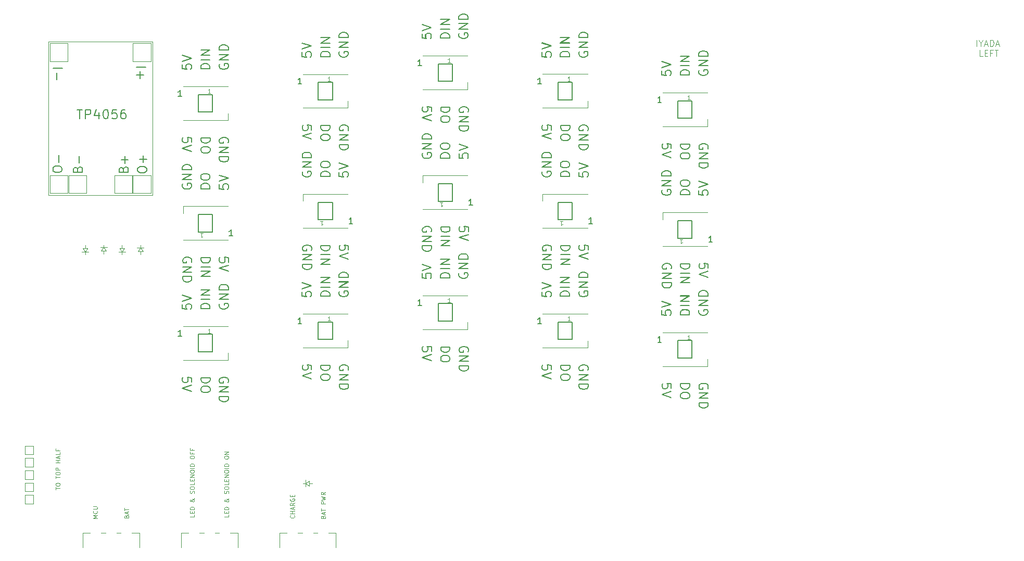
<source format=gbr>
%TF.GenerationSoftware,KiCad,Pcbnew,8.0.4+1*%
%TF.CreationDate,2024-08-17T00:02:36-04:00*%
%TF.ProjectId,iyada_baseplate,69796164-615f-4626-9173-65706c617465,rev?*%
%TF.SameCoordinates,Original*%
%TF.FileFunction,Legend,Top*%
%TF.FilePolarity,Positive*%
%FSLAX46Y46*%
G04 Gerber Fmt 4.6, Leading zero omitted, Abs format (unit mm)*
G04 Created by KiCad (PCBNEW 8.0.4+1) date 2024-08-17 00:02:36*
%MOMM*%
%LPD*%
G01*
G04 APERTURE LIST*
%ADD10C,0.150000*%
%ADD11C,0.100000*%
%ADD12C,0.200000*%
%ADD13C,0.125000*%
%ADD14C,0.120000*%
G04 APERTURE END LIST*
D10*
X157886000Y-54824000D02*
X160186000Y-54824000D01*
X160186000Y-57664000D01*
X157886000Y-57664000D01*
X157886000Y-54824000D01*
X118891000Y-93824000D02*
X121191000Y-93824000D01*
X121191000Y-96664000D01*
X118891000Y-96664000D01*
X118891000Y-93824000D01*
X177391000Y-57829000D02*
X179691000Y-57829000D01*
X179691000Y-60669000D01*
X177391000Y-60669000D01*
X177391000Y-57829000D01*
X177391000Y-96834000D02*
X179691000Y-96834000D01*
X179691000Y-99674000D01*
X177391000Y-99674000D01*
X177391000Y-96834000D01*
X177391000Y-77329000D02*
X179691000Y-77329000D01*
X179691000Y-80169000D01*
X177391000Y-80169000D01*
X177391000Y-77329000D01*
X118891000Y-74329000D02*
X121191000Y-74329000D01*
X121191000Y-77169000D01*
X118891000Y-77169000D01*
X118891000Y-74329000D01*
X118891000Y-54829000D02*
X121191000Y-54829000D01*
X121191000Y-57669000D01*
X118891000Y-57669000D01*
X118891000Y-54829000D01*
X138391000Y-90829000D02*
X140691000Y-90829000D01*
X140691000Y-93669000D01*
X138391000Y-93669000D01*
X138391000Y-90829000D01*
X99391000Y-56829000D02*
X101691000Y-56829000D01*
X101691000Y-59669000D01*
X99391000Y-59669000D01*
X99391000Y-56829000D01*
X99391000Y-76329000D02*
X101691000Y-76329000D01*
X101691000Y-79169000D01*
X99391000Y-79169000D01*
X99391000Y-76329000D01*
X157891000Y-93829000D02*
X160191000Y-93829000D01*
X160191000Y-96669000D01*
X157891000Y-96669000D01*
X157891000Y-93829000D01*
X99391000Y-95829000D02*
X101691000Y-95829000D01*
X101691000Y-98669000D01*
X99391000Y-98669000D01*
X99391000Y-95829000D01*
X157891000Y-74329000D02*
X160191000Y-74329000D01*
X160191000Y-77169000D01*
X157891000Y-77169000D01*
X157891000Y-74329000D01*
X138390000Y-51829000D02*
X140690000Y-51829000D01*
X140690000Y-54669000D01*
X138390000Y-54669000D01*
X138390000Y-51829000D01*
D11*
X74960000Y-48185000D02*
X91960000Y-48185000D01*
X91960000Y-73185000D01*
X74960000Y-73185000D01*
X74960000Y-48185000D01*
D10*
X138391000Y-71329000D02*
X140691000Y-71329000D01*
X140691000Y-74169000D01*
X138391000Y-74169000D01*
X138391000Y-71329000D01*
D11*
X104294133Y-125176665D02*
X104294133Y-125509998D01*
X104294133Y-125509998D02*
X103594133Y-125509998D01*
X103927466Y-124943331D02*
X103927466Y-124709998D01*
X104294133Y-124609998D02*
X104294133Y-124943331D01*
X104294133Y-124943331D02*
X103594133Y-124943331D01*
X103594133Y-124943331D02*
X103594133Y-124609998D01*
X104294133Y-124309998D02*
X103594133Y-124309998D01*
X103594133Y-124309998D02*
X103594133Y-124143331D01*
X103594133Y-124143331D02*
X103627466Y-124043331D01*
X103627466Y-124043331D02*
X103694133Y-123976665D01*
X103694133Y-123976665D02*
X103760800Y-123943331D01*
X103760800Y-123943331D02*
X103894133Y-123909998D01*
X103894133Y-123909998D02*
X103994133Y-123909998D01*
X103994133Y-123909998D02*
X104127466Y-123943331D01*
X104127466Y-123943331D02*
X104194133Y-123976665D01*
X104194133Y-123976665D02*
X104260800Y-124043331D01*
X104260800Y-124043331D02*
X104294133Y-124143331D01*
X104294133Y-124143331D02*
X104294133Y-124309998D01*
X104294133Y-122509998D02*
X104294133Y-122543332D01*
X104294133Y-122543332D02*
X104260800Y-122609998D01*
X104260800Y-122609998D02*
X104160800Y-122709998D01*
X104160800Y-122709998D02*
X103960800Y-122876665D01*
X103960800Y-122876665D02*
X103860800Y-122943332D01*
X103860800Y-122943332D02*
X103760800Y-122976665D01*
X103760800Y-122976665D02*
X103694133Y-122976665D01*
X103694133Y-122976665D02*
X103627466Y-122943332D01*
X103627466Y-122943332D02*
X103594133Y-122876665D01*
X103594133Y-122876665D02*
X103594133Y-122843332D01*
X103594133Y-122843332D02*
X103627466Y-122776665D01*
X103627466Y-122776665D02*
X103694133Y-122743332D01*
X103694133Y-122743332D02*
X103727466Y-122743332D01*
X103727466Y-122743332D02*
X103794133Y-122776665D01*
X103794133Y-122776665D02*
X103827466Y-122809998D01*
X103827466Y-122809998D02*
X103960800Y-123009998D01*
X103960800Y-123009998D02*
X103994133Y-123043332D01*
X103994133Y-123043332D02*
X104060800Y-123076665D01*
X104060800Y-123076665D02*
X104160800Y-123076665D01*
X104160800Y-123076665D02*
X104227466Y-123043332D01*
X104227466Y-123043332D02*
X104260800Y-123009998D01*
X104260800Y-123009998D02*
X104294133Y-122943332D01*
X104294133Y-122943332D02*
X104294133Y-122843332D01*
X104294133Y-122843332D02*
X104260800Y-122776665D01*
X104260800Y-122776665D02*
X104227466Y-122743332D01*
X104227466Y-122743332D02*
X104094133Y-122643332D01*
X104094133Y-122643332D02*
X103994133Y-122609998D01*
X103994133Y-122609998D02*
X103927466Y-122609998D01*
X104260800Y-121709998D02*
X104294133Y-121609998D01*
X104294133Y-121609998D02*
X104294133Y-121443332D01*
X104294133Y-121443332D02*
X104260800Y-121376665D01*
X104260800Y-121376665D02*
X104227466Y-121343332D01*
X104227466Y-121343332D02*
X104160800Y-121309998D01*
X104160800Y-121309998D02*
X104094133Y-121309998D01*
X104094133Y-121309998D02*
X104027466Y-121343332D01*
X104027466Y-121343332D02*
X103994133Y-121376665D01*
X103994133Y-121376665D02*
X103960800Y-121443332D01*
X103960800Y-121443332D02*
X103927466Y-121576665D01*
X103927466Y-121576665D02*
X103894133Y-121643332D01*
X103894133Y-121643332D02*
X103860800Y-121676665D01*
X103860800Y-121676665D02*
X103794133Y-121709998D01*
X103794133Y-121709998D02*
X103727466Y-121709998D01*
X103727466Y-121709998D02*
X103660800Y-121676665D01*
X103660800Y-121676665D02*
X103627466Y-121643332D01*
X103627466Y-121643332D02*
X103594133Y-121576665D01*
X103594133Y-121576665D02*
X103594133Y-121409998D01*
X103594133Y-121409998D02*
X103627466Y-121309998D01*
X103594133Y-120876665D02*
X103594133Y-120743331D01*
X103594133Y-120743331D02*
X103627466Y-120676665D01*
X103627466Y-120676665D02*
X103694133Y-120609998D01*
X103694133Y-120609998D02*
X103827466Y-120576665D01*
X103827466Y-120576665D02*
X104060800Y-120576665D01*
X104060800Y-120576665D02*
X104194133Y-120609998D01*
X104194133Y-120609998D02*
X104260800Y-120676665D01*
X104260800Y-120676665D02*
X104294133Y-120743331D01*
X104294133Y-120743331D02*
X104294133Y-120876665D01*
X104294133Y-120876665D02*
X104260800Y-120943331D01*
X104260800Y-120943331D02*
X104194133Y-121009998D01*
X104194133Y-121009998D02*
X104060800Y-121043331D01*
X104060800Y-121043331D02*
X103827466Y-121043331D01*
X103827466Y-121043331D02*
X103694133Y-121009998D01*
X103694133Y-121009998D02*
X103627466Y-120943331D01*
X103627466Y-120943331D02*
X103594133Y-120876665D01*
X104294133Y-119943332D02*
X104294133Y-120276665D01*
X104294133Y-120276665D02*
X103594133Y-120276665D01*
X103927466Y-119709998D02*
X103927466Y-119476665D01*
X104294133Y-119376665D02*
X104294133Y-119709998D01*
X104294133Y-119709998D02*
X103594133Y-119709998D01*
X103594133Y-119709998D02*
X103594133Y-119376665D01*
X104294133Y-119076665D02*
X103594133Y-119076665D01*
X103594133Y-119076665D02*
X104294133Y-118676665D01*
X104294133Y-118676665D02*
X103594133Y-118676665D01*
X103594133Y-118209999D02*
X103594133Y-118076665D01*
X103594133Y-118076665D02*
X103627466Y-118009999D01*
X103627466Y-118009999D02*
X103694133Y-117943332D01*
X103694133Y-117943332D02*
X103827466Y-117909999D01*
X103827466Y-117909999D02*
X104060800Y-117909999D01*
X104060800Y-117909999D02*
X104194133Y-117943332D01*
X104194133Y-117943332D02*
X104260800Y-118009999D01*
X104260800Y-118009999D02*
X104294133Y-118076665D01*
X104294133Y-118076665D02*
X104294133Y-118209999D01*
X104294133Y-118209999D02*
X104260800Y-118276665D01*
X104260800Y-118276665D02*
X104194133Y-118343332D01*
X104194133Y-118343332D02*
X104060800Y-118376665D01*
X104060800Y-118376665D02*
X103827466Y-118376665D01*
X103827466Y-118376665D02*
X103694133Y-118343332D01*
X103694133Y-118343332D02*
X103627466Y-118276665D01*
X103627466Y-118276665D02*
X103594133Y-118209999D01*
X104294133Y-117609999D02*
X103594133Y-117609999D01*
X104294133Y-117276666D02*
X103594133Y-117276666D01*
X103594133Y-117276666D02*
X103594133Y-117109999D01*
X103594133Y-117109999D02*
X103627466Y-117009999D01*
X103627466Y-117009999D02*
X103694133Y-116943333D01*
X103694133Y-116943333D02*
X103760800Y-116909999D01*
X103760800Y-116909999D02*
X103894133Y-116876666D01*
X103894133Y-116876666D02*
X103994133Y-116876666D01*
X103994133Y-116876666D02*
X104127466Y-116909999D01*
X104127466Y-116909999D02*
X104194133Y-116943333D01*
X104194133Y-116943333D02*
X104260800Y-117009999D01*
X104260800Y-117009999D02*
X104294133Y-117109999D01*
X104294133Y-117109999D02*
X104294133Y-117276666D01*
X103594133Y-115910000D02*
X103594133Y-115776666D01*
X103594133Y-115776666D02*
X103627466Y-115710000D01*
X103627466Y-115710000D02*
X103694133Y-115643333D01*
X103694133Y-115643333D02*
X103827466Y-115610000D01*
X103827466Y-115610000D02*
X104060800Y-115610000D01*
X104060800Y-115610000D02*
X104194133Y-115643333D01*
X104194133Y-115643333D02*
X104260800Y-115710000D01*
X104260800Y-115710000D02*
X104294133Y-115776666D01*
X104294133Y-115776666D02*
X104294133Y-115910000D01*
X104294133Y-115910000D02*
X104260800Y-115976666D01*
X104260800Y-115976666D02*
X104194133Y-116043333D01*
X104194133Y-116043333D02*
X104060800Y-116076666D01*
X104060800Y-116076666D02*
X103827466Y-116076666D01*
X103827466Y-116076666D02*
X103694133Y-116043333D01*
X103694133Y-116043333D02*
X103627466Y-115976666D01*
X103627466Y-115976666D02*
X103594133Y-115910000D01*
X104294133Y-115310000D02*
X103594133Y-115310000D01*
X103594133Y-115310000D02*
X104294133Y-114910000D01*
X104294133Y-114910000D02*
X103594133Y-114910000D01*
D12*
X137299971Y-98573006D02*
X137299971Y-97858720D01*
X137299971Y-97858720D02*
X136585685Y-97787292D01*
X136585685Y-97787292D02*
X136657114Y-97858720D01*
X136657114Y-97858720D02*
X136728542Y-98001578D01*
X136728542Y-98001578D02*
X136728542Y-98358720D01*
X136728542Y-98358720D02*
X136657114Y-98501578D01*
X136657114Y-98501578D02*
X136585685Y-98573006D01*
X136585685Y-98573006D02*
X136442828Y-98644435D01*
X136442828Y-98644435D02*
X136085685Y-98644435D01*
X136085685Y-98644435D02*
X135942828Y-98573006D01*
X135942828Y-98573006D02*
X135871400Y-98501578D01*
X135871400Y-98501578D02*
X135799971Y-98358720D01*
X135799971Y-98358720D02*
X135799971Y-98001578D01*
X135799971Y-98001578D02*
X135871400Y-97858720D01*
X135871400Y-97858720D02*
X135942828Y-97787292D01*
X137299971Y-99073006D02*
X135799971Y-99573006D01*
X135799971Y-99573006D02*
X137299971Y-100073006D01*
X159762028Y-50631279D02*
X158262028Y-50631279D01*
X158262028Y-50631279D02*
X158262028Y-50274136D01*
X158262028Y-50274136D02*
X158333457Y-50059850D01*
X158333457Y-50059850D02*
X158476314Y-49916993D01*
X158476314Y-49916993D02*
X158619171Y-49845564D01*
X158619171Y-49845564D02*
X158904885Y-49774136D01*
X158904885Y-49774136D02*
X159119171Y-49774136D01*
X159119171Y-49774136D02*
X159404885Y-49845564D01*
X159404885Y-49845564D02*
X159547742Y-49916993D01*
X159547742Y-49916993D02*
X159690600Y-50059850D01*
X159690600Y-50059850D02*
X159762028Y-50274136D01*
X159762028Y-50274136D02*
X159762028Y-50631279D01*
X159762028Y-49131279D02*
X158262028Y-49131279D01*
X159762028Y-48416993D02*
X158262028Y-48416993D01*
X158262028Y-48416993D02*
X159762028Y-47559850D01*
X159762028Y-47559850D02*
X158262028Y-47559850D01*
X135772028Y-85921993D02*
X135772028Y-86636279D01*
X135772028Y-86636279D02*
X136486314Y-86707707D01*
X136486314Y-86707707D02*
X136414885Y-86636279D01*
X136414885Y-86636279D02*
X136343457Y-86493422D01*
X136343457Y-86493422D02*
X136343457Y-86136279D01*
X136343457Y-86136279D02*
X136414885Y-85993422D01*
X136414885Y-85993422D02*
X136486314Y-85921993D01*
X136486314Y-85921993D02*
X136629171Y-85850564D01*
X136629171Y-85850564D02*
X136986314Y-85850564D01*
X136986314Y-85850564D02*
X137129171Y-85921993D01*
X137129171Y-85921993D02*
X137200600Y-85993422D01*
X137200600Y-85993422D02*
X137272028Y-86136279D01*
X137272028Y-86136279D02*
X137272028Y-86493422D01*
X137272028Y-86493422D02*
X137200600Y-86636279D01*
X137200600Y-86636279D02*
X137129171Y-86707707D01*
X135772028Y-85421993D02*
X137272028Y-84921993D01*
X137272028Y-84921993D02*
X135772028Y-84421993D01*
X117753542Y-82142435D02*
X117824971Y-81999578D01*
X117824971Y-81999578D02*
X117824971Y-81785292D01*
X117824971Y-81785292D02*
X117753542Y-81571006D01*
X117753542Y-81571006D02*
X117610685Y-81428149D01*
X117610685Y-81428149D02*
X117467828Y-81356720D01*
X117467828Y-81356720D02*
X117182114Y-81285292D01*
X117182114Y-81285292D02*
X116967828Y-81285292D01*
X116967828Y-81285292D02*
X116682114Y-81356720D01*
X116682114Y-81356720D02*
X116539257Y-81428149D01*
X116539257Y-81428149D02*
X116396400Y-81571006D01*
X116396400Y-81571006D02*
X116324971Y-81785292D01*
X116324971Y-81785292D02*
X116324971Y-81928149D01*
X116324971Y-81928149D02*
X116396400Y-82142435D01*
X116396400Y-82142435D02*
X116467828Y-82213863D01*
X116467828Y-82213863D02*
X116967828Y-82213863D01*
X116967828Y-82213863D02*
X116967828Y-81928149D01*
X116324971Y-82856720D02*
X117824971Y-82856720D01*
X117824971Y-82856720D02*
X116324971Y-83713863D01*
X116324971Y-83713863D02*
X117824971Y-83713863D01*
X116324971Y-84428149D02*
X117824971Y-84428149D01*
X117824971Y-84428149D02*
X117824971Y-84785292D01*
X117824971Y-84785292D02*
X117753542Y-84999578D01*
X117753542Y-84999578D02*
X117610685Y-85142435D01*
X117610685Y-85142435D02*
X117467828Y-85213864D01*
X117467828Y-85213864D02*
X117182114Y-85285292D01*
X117182114Y-85285292D02*
X116967828Y-85285292D01*
X116967828Y-85285292D02*
X116682114Y-85213864D01*
X116682114Y-85213864D02*
X116539257Y-85142435D01*
X116539257Y-85142435D02*
X116396400Y-84999578D01*
X116396400Y-84999578D02*
X116324971Y-84785292D01*
X116324971Y-84785292D02*
X116324971Y-84428149D01*
X117799971Y-62573006D02*
X117799971Y-61858720D01*
X117799971Y-61858720D02*
X117085685Y-61787292D01*
X117085685Y-61787292D02*
X117157114Y-61858720D01*
X117157114Y-61858720D02*
X117228542Y-62001578D01*
X117228542Y-62001578D02*
X117228542Y-62358720D01*
X117228542Y-62358720D02*
X117157114Y-62501578D01*
X117157114Y-62501578D02*
X117085685Y-62573006D01*
X117085685Y-62573006D02*
X116942828Y-62644435D01*
X116942828Y-62644435D02*
X116585685Y-62644435D01*
X116585685Y-62644435D02*
X116442828Y-62573006D01*
X116442828Y-62573006D02*
X116371400Y-62501578D01*
X116371400Y-62501578D02*
X116299971Y-62358720D01*
X116299971Y-62358720D02*
X116299971Y-62001578D01*
X116299971Y-62001578D02*
X116371400Y-61858720D01*
X116371400Y-61858720D02*
X116442828Y-61787292D01*
X117799971Y-63073006D02*
X116299971Y-63573006D01*
X116299971Y-63573006D02*
X117799971Y-64073006D01*
X155272028Y-88921993D02*
X155272028Y-89636279D01*
X155272028Y-89636279D02*
X155986314Y-89707707D01*
X155986314Y-89707707D02*
X155914885Y-89636279D01*
X155914885Y-89636279D02*
X155843457Y-89493422D01*
X155843457Y-89493422D02*
X155843457Y-89136279D01*
X155843457Y-89136279D02*
X155914885Y-88993422D01*
X155914885Y-88993422D02*
X155986314Y-88921993D01*
X155986314Y-88921993D02*
X156129171Y-88850564D01*
X156129171Y-88850564D02*
X156486314Y-88850564D01*
X156486314Y-88850564D02*
X156629171Y-88921993D01*
X156629171Y-88921993D02*
X156700600Y-88993422D01*
X156700600Y-88993422D02*
X156772028Y-89136279D01*
X156772028Y-89136279D02*
X156772028Y-89493422D01*
X156772028Y-89493422D02*
X156700600Y-89636279D01*
X156700600Y-89636279D02*
X156629171Y-89707707D01*
X155272028Y-88421993D02*
X156772028Y-87921993D01*
X156772028Y-87921993D02*
X155272028Y-87421993D01*
X99814971Y-83361720D02*
X101314971Y-83361720D01*
X101314971Y-83361720D02*
X101314971Y-83718863D01*
X101314971Y-83718863D02*
X101243542Y-83933149D01*
X101243542Y-83933149D02*
X101100685Y-84076006D01*
X101100685Y-84076006D02*
X100957828Y-84147435D01*
X100957828Y-84147435D02*
X100672114Y-84218863D01*
X100672114Y-84218863D02*
X100457828Y-84218863D01*
X100457828Y-84218863D02*
X100172114Y-84147435D01*
X100172114Y-84147435D02*
X100029257Y-84076006D01*
X100029257Y-84076006D02*
X99886400Y-83933149D01*
X99886400Y-83933149D02*
X99814971Y-83718863D01*
X99814971Y-83718863D02*
X99814971Y-83361720D01*
X99814971Y-84861720D02*
X101314971Y-84861720D01*
X99814971Y-85576006D02*
X101314971Y-85576006D01*
X101314971Y-85576006D02*
X99814971Y-86433149D01*
X99814971Y-86433149D02*
X101314971Y-86433149D01*
X120767028Y-89636279D02*
X119267028Y-89636279D01*
X119267028Y-89636279D02*
X119267028Y-89279136D01*
X119267028Y-89279136D02*
X119338457Y-89064850D01*
X119338457Y-89064850D02*
X119481314Y-88921993D01*
X119481314Y-88921993D02*
X119624171Y-88850564D01*
X119624171Y-88850564D02*
X119909885Y-88779136D01*
X119909885Y-88779136D02*
X120124171Y-88779136D01*
X120124171Y-88779136D02*
X120409885Y-88850564D01*
X120409885Y-88850564D02*
X120552742Y-88921993D01*
X120552742Y-88921993D02*
X120695600Y-89064850D01*
X120695600Y-89064850D02*
X120767028Y-89279136D01*
X120767028Y-89279136D02*
X120767028Y-89636279D01*
X120767028Y-88136279D02*
X119267028Y-88136279D01*
X120767028Y-87421993D02*
X119267028Y-87421993D01*
X119267028Y-87421993D02*
X120767028Y-86564850D01*
X120767028Y-86564850D02*
X119267028Y-86564850D01*
X158299971Y-61858720D02*
X159799971Y-61858720D01*
X159799971Y-61858720D02*
X159799971Y-62215863D01*
X159799971Y-62215863D02*
X159728542Y-62430149D01*
X159728542Y-62430149D02*
X159585685Y-62573006D01*
X159585685Y-62573006D02*
X159442828Y-62644435D01*
X159442828Y-62644435D02*
X159157114Y-62715863D01*
X159157114Y-62715863D02*
X158942828Y-62715863D01*
X158942828Y-62715863D02*
X158657114Y-62644435D01*
X158657114Y-62644435D02*
X158514257Y-62573006D01*
X158514257Y-62573006D02*
X158371400Y-62430149D01*
X158371400Y-62430149D02*
X158299971Y-62215863D01*
X158299971Y-62215863D02*
X158299971Y-61858720D01*
X159799971Y-63644435D02*
X159799971Y-63930149D01*
X159799971Y-63930149D02*
X159728542Y-64073006D01*
X159728542Y-64073006D02*
X159585685Y-64215863D01*
X159585685Y-64215863D02*
X159299971Y-64287292D01*
X159299971Y-64287292D02*
X158799971Y-64287292D01*
X158799971Y-64287292D02*
X158514257Y-64215863D01*
X158514257Y-64215863D02*
X158371400Y-64073006D01*
X158371400Y-64073006D02*
X158299971Y-63930149D01*
X158299971Y-63930149D02*
X158299971Y-63644435D01*
X158299971Y-63644435D02*
X158371400Y-63501578D01*
X158371400Y-63501578D02*
X158514257Y-63358720D01*
X158514257Y-63358720D02*
X158799971Y-63287292D01*
X158799971Y-63287292D02*
X159299971Y-63287292D01*
X159299971Y-63287292D02*
X159585685Y-63358720D01*
X159585685Y-63358720D02*
X159728542Y-63501578D01*
X159728542Y-63501578D02*
X159799971Y-63644435D01*
X101267028Y-91636279D02*
X99767028Y-91636279D01*
X99767028Y-91636279D02*
X99767028Y-91279136D01*
X99767028Y-91279136D02*
X99838457Y-91064850D01*
X99838457Y-91064850D02*
X99981314Y-90921993D01*
X99981314Y-90921993D02*
X100124171Y-90850564D01*
X100124171Y-90850564D02*
X100409885Y-90779136D01*
X100409885Y-90779136D02*
X100624171Y-90779136D01*
X100624171Y-90779136D02*
X100909885Y-90850564D01*
X100909885Y-90850564D02*
X101052742Y-90921993D01*
X101052742Y-90921993D02*
X101195600Y-91064850D01*
X101195600Y-91064850D02*
X101267028Y-91279136D01*
X101267028Y-91279136D02*
X101267028Y-91636279D01*
X101267028Y-90136279D02*
X99767028Y-90136279D01*
X101267028Y-89421993D02*
X99767028Y-89421993D01*
X99767028Y-89421993D02*
X101267028Y-88564850D01*
X101267028Y-88564850D02*
X99767028Y-88564850D01*
X158304971Y-100863720D02*
X159804971Y-100863720D01*
X159804971Y-100863720D02*
X159804971Y-101220863D01*
X159804971Y-101220863D02*
X159733542Y-101435149D01*
X159733542Y-101435149D02*
X159590685Y-101578006D01*
X159590685Y-101578006D02*
X159447828Y-101649435D01*
X159447828Y-101649435D02*
X159162114Y-101720863D01*
X159162114Y-101720863D02*
X158947828Y-101720863D01*
X158947828Y-101720863D02*
X158662114Y-101649435D01*
X158662114Y-101649435D02*
X158519257Y-101578006D01*
X158519257Y-101578006D02*
X158376400Y-101435149D01*
X158376400Y-101435149D02*
X158304971Y-101220863D01*
X158304971Y-101220863D02*
X158304971Y-100863720D01*
X159804971Y-102649435D02*
X159804971Y-102935149D01*
X159804971Y-102935149D02*
X159733542Y-103078006D01*
X159733542Y-103078006D02*
X159590685Y-103220863D01*
X159590685Y-103220863D02*
X159304971Y-103292292D01*
X159304971Y-103292292D02*
X158804971Y-103292292D01*
X158804971Y-103292292D02*
X158519257Y-103220863D01*
X158519257Y-103220863D02*
X158376400Y-103078006D01*
X158376400Y-103078006D02*
X158304971Y-102935149D01*
X158304971Y-102935149D02*
X158304971Y-102649435D01*
X158304971Y-102649435D02*
X158376400Y-102506578D01*
X158376400Y-102506578D02*
X158519257Y-102363720D01*
X158519257Y-102363720D02*
X158804971Y-102292292D01*
X158804971Y-102292292D02*
X159304971Y-102292292D01*
X159304971Y-102292292D02*
X159590685Y-102363720D01*
X159590685Y-102363720D02*
X159733542Y-102506578D01*
X159733542Y-102506578D02*
X159804971Y-102649435D01*
X162733542Y-101649435D02*
X162804971Y-101506578D01*
X162804971Y-101506578D02*
X162804971Y-101292292D01*
X162804971Y-101292292D02*
X162733542Y-101078006D01*
X162733542Y-101078006D02*
X162590685Y-100935149D01*
X162590685Y-100935149D02*
X162447828Y-100863720D01*
X162447828Y-100863720D02*
X162162114Y-100792292D01*
X162162114Y-100792292D02*
X161947828Y-100792292D01*
X161947828Y-100792292D02*
X161662114Y-100863720D01*
X161662114Y-100863720D02*
X161519257Y-100935149D01*
X161519257Y-100935149D02*
X161376400Y-101078006D01*
X161376400Y-101078006D02*
X161304971Y-101292292D01*
X161304971Y-101292292D02*
X161304971Y-101435149D01*
X161304971Y-101435149D02*
X161376400Y-101649435D01*
X161376400Y-101649435D02*
X161447828Y-101720863D01*
X161447828Y-101720863D02*
X161947828Y-101720863D01*
X161947828Y-101720863D02*
X161947828Y-101435149D01*
X161304971Y-102363720D02*
X162804971Y-102363720D01*
X162804971Y-102363720D02*
X161304971Y-103220863D01*
X161304971Y-103220863D02*
X162804971Y-103220863D01*
X161304971Y-103935149D02*
X162804971Y-103935149D01*
X162804971Y-103935149D02*
X162804971Y-104292292D01*
X162804971Y-104292292D02*
X162733542Y-104506578D01*
X162733542Y-104506578D02*
X162590685Y-104649435D01*
X162590685Y-104649435D02*
X162447828Y-104720864D01*
X162447828Y-104720864D02*
X162162114Y-104792292D01*
X162162114Y-104792292D02*
X161947828Y-104792292D01*
X161947828Y-104792292D02*
X161662114Y-104720864D01*
X161662114Y-104720864D02*
X161519257Y-104649435D01*
X161519257Y-104649435D02*
X161376400Y-104506578D01*
X161376400Y-104506578D02*
X161304971Y-104292292D01*
X161304971Y-104292292D02*
X161304971Y-103935149D01*
X140266028Y-47636279D02*
X138766028Y-47636279D01*
X138766028Y-47636279D02*
X138766028Y-47279136D01*
X138766028Y-47279136D02*
X138837457Y-47064850D01*
X138837457Y-47064850D02*
X138980314Y-46921993D01*
X138980314Y-46921993D02*
X139123171Y-46850564D01*
X139123171Y-46850564D02*
X139408885Y-46779136D01*
X139408885Y-46779136D02*
X139623171Y-46779136D01*
X139623171Y-46779136D02*
X139908885Y-46850564D01*
X139908885Y-46850564D02*
X140051742Y-46921993D01*
X140051742Y-46921993D02*
X140194600Y-47064850D01*
X140194600Y-47064850D02*
X140266028Y-47279136D01*
X140266028Y-47279136D02*
X140266028Y-47636279D01*
X140266028Y-46136279D02*
X138766028Y-46136279D01*
X140266028Y-45421993D02*
X138766028Y-45421993D01*
X138766028Y-45421993D02*
X140266028Y-44564850D01*
X140266028Y-44564850D02*
X138766028Y-44564850D01*
X141828457Y-46855564D02*
X141757028Y-46998422D01*
X141757028Y-46998422D02*
X141757028Y-47212707D01*
X141757028Y-47212707D02*
X141828457Y-47426993D01*
X141828457Y-47426993D02*
X141971314Y-47569850D01*
X141971314Y-47569850D02*
X142114171Y-47641279D01*
X142114171Y-47641279D02*
X142399885Y-47712707D01*
X142399885Y-47712707D02*
X142614171Y-47712707D01*
X142614171Y-47712707D02*
X142899885Y-47641279D01*
X142899885Y-47641279D02*
X143042742Y-47569850D01*
X143042742Y-47569850D02*
X143185600Y-47426993D01*
X143185600Y-47426993D02*
X143257028Y-47212707D01*
X143257028Y-47212707D02*
X143257028Y-47069850D01*
X143257028Y-47069850D02*
X143185600Y-46855564D01*
X143185600Y-46855564D02*
X143114171Y-46784136D01*
X143114171Y-46784136D02*
X142614171Y-46784136D01*
X142614171Y-46784136D02*
X142614171Y-47069850D01*
X143257028Y-46141279D02*
X141757028Y-46141279D01*
X141757028Y-46141279D02*
X143257028Y-45284136D01*
X143257028Y-45284136D02*
X141757028Y-45284136D01*
X143257028Y-44569850D02*
X141757028Y-44569850D01*
X141757028Y-44569850D02*
X141757028Y-44212707D01*
X141757028Y-44212707D02*
X141828457Y-43998421D01*
X141828457Y-43998421D02*
X141971314Y-43855564D01*
X141971314Y-43855564D02*
X142114171Y-43784135D01*
X142114171Y-43784135D02*
X142399885Y-43712707D01*
X142399885Y-43712707D02*
X142614171Y-43712707D01*
X142614171Y-43712707D02*
X142899885Y-43784135D01*
X142899885Y-43784135D02*
X143042742Y-43855564D01*
X143042742Y-43855564D02*
X143185600Y-43998421D01*
X143185600Y-43998421D02*
X143257028Y-44212707D01*
X143257028Y-44212707D02*
X143257028Y-44569850D01*
X123809971Y-82076006D02*
X123809971Y-81361720D01*
X123809971Y-81361720D02*
X123095685Y-81290292D01*
X123095685Y-81290292D02*
X123167114Y-81361720D01*
X123167114Y-81361720D02*
X123238542Y-81504578D01*
X123238542Y-81504578D02*
X123238542Y-81861720D01*
X123238542Y-81861720D02*
X123167114Y-82004578D01*
X123167114Y-82004578D02*
X123095685Y-82076006D01*
X123095685Y-82076006D02*
X122952828Y-82147435D01*
X122952828Y-82147435D02*
X122595685Y-82147435D01*
X122595685Y-82147435D02*
X122452828Y-82076006D01*
X122452828Y-82076006D02*
X122381400Y-82004578D01*
X122381400Y-82004578D02*
X122309971Y-81861720D01*
X122309971Y-81861720D02*
X122309971Y-81504578D01*
X122309971Y-81504578D02*
X122381400Y-81361720D01*
X122381400Y-81361720D02*
X122452828Y-81290292D01*
X123809971Y-82576006D02*
X122309971Y-83076006D01*
X122309971Y-83076006D02*
X123809971Y-83576006D01*
D13*
X225982331Y-48931119D02*
X225982331Y-47931119D01*
X226648997Y-48454928D02*
X226648997Y-48931119D01*
X226315664Y-47931119D02*
X226648997Y-48454928D01*
X226648997Y-48454928D02*
X226982330Y-47931119D01*
X227268045Y-48645404D02*
X227744235Y-48645404D01*
X227172807Y-48931119D02*
X227506140Y-47931119D01*
X227506140Y-47931119D02*
X227839473Y-48931119D01*
X228172807Y-48931119D02*
X228172807Y-47931119D01*
X228172807Y-47931119D02*
X228410902Y-47931119D01*
X228410902Y-47931119D02*
X228553759Y-47978738D01*
X228553759Y-47978738D02*
X228648997Y-48073976D01*
X228648997Y-48073976D02*
X228696616Y-48169214D01*
X228696616Y-48169214D02*
X228744235Y-48359690D01*
X228744235Y-48359690D02*
X228744235Y-48502547D01*
X228744235Y-48502547D02*
X228696616Y-48693023D01*
X228696616Y-48693023D02*
X228648997Y-48788261D01*
X228648997Y-48788261D02*
X228553759Y-48883500D01*
X228553759Y-48883500D02*
X228410902Y-48931119D01*
X228410902Y-48931119D02*
X228172807Y-48931119D01*
X229125188Y-48645404D02*
X229601378Y-48645404D01*
X229029950Y-48931119D02*
X229363283Y-47931119D01*
X229363283Y-47931119D02*
X229696616Y-48931119D01*
D12*
X116272028Y-88916993D02*
X116272028Y-89631279D01*
X116272028Y-89631279D02*
X116986314Y-89702707D01*
X116986314Y-89702707D02*
X116914885Y-89631279D01*
X116914885Y-89631279D02*
X116843457Y-89488422D01*
X116843457Y-89488422D02*
X116843457Y-89131279D01*
X116843457Y-89131279D02*
X116914885Y-88988422D01*
X116914885Y-88988422D02*
X116986314Y-88916993D01*
X116986314Y-88916993D02*
X117129171Y-88845564D01*
X117129171Y-88845564D02*
X117486314Y-88845564D01*
X117486314Y-88845564D02*
X117629171Y-88916993D01*
X117629171Y-88916993D02*
X117700600Y-88988422D01*
X117700600Y-88988422D02*
X117772028Y-89131279D01*
X117772028Y-89131279D02*
X117772028Y-89488422D01*
X117772028Y-89488422D02*
X117700600Y-89631279D01*
X117700600Y-89631279D02*
X117629171Y-89702707D01*
X116272028Y-88416993D02*
X117772028Y-87916993D01*
X117772028Y-87916993D02*
X116272028Y-87416993D01*
X179277028Y-73134279D02*
X177777028Y-73134279D01*
X177777028Y-73134279D02*
X177777028Y-72777136D01*
X177777028Y-72777136D02*
X177848457Y-72562850D01*
X177848457Y-72562850D02*
X177991314Y-72419993D01*
X177991314Y-72419993D02*
X178134171Y-72348564D01*
X178134171Y-72348564D02*
X178419885Y-72277136D01*
X178419885Y-72277136D02*
X178634171Y-72277136D01*
X178634171Y-72277136D02*
X178919885Y-72348564D01*
X178919885Y-72348564D02*
X179062742Y-72419993D01*
X179062742Y-72419993D02*
X179205600Y-72562850D01*
X179205600Y-72562850D02*
X179277028Y-72777136D01*
X179277028Y-72777136D02*
X179277028Y-73134279D01*
X177777028Y-71348564D02*
X177777028Y-71062850D01*
X177777028Y-71062850D02*
X177848457Y-70919993D01*
X177848457Y-70919993D02*
X177991314Y-70777136D01*
X177991314Y-70777136D02*
X178277028Y-70705707D01*
X178277028Y-70705707D02*
X178777028Y-70705707D01*
X178777028Y-70705707D02*
X179062742Y-70777136D01*
X179062742Y-70777136D02*
X179205600Y-70919993D01*
X179205600Y-70919993D02*
X179277028Y-71062850D01*
X179277028Y-71062850D02*
X179277028Y-71348564D01*
X179277028Y-71348564D02*
X179205600Y-71491422D01*
X179205600Y-71491422D02*
X179062742Y-71634279D01*
X179062742Y-71634279D02*
X178777028Y-71705707D01*
X178777028Y-71705707D02*
X178277028Y-71705707D01*
X178277028Y-71705707D02*
X177991314Y-71634279D01*
X177991314Y-71634279D02*
X177848457Y-71491422D01*
X177848457Y-71491422D02*
X177777028Y-71348564D01*
D13*
X226951521Y-50591119D02*
X226475331Y-50591119D01*
X226475331Y-50591119D02*
X226475331Y-49591119D01*
X227284855Y-50067309D02*
X227618188Y-50067309D01*
X227761045Y-50591119D02*
X227284855Y-50591119D01*
X227284855Y-50591119D02*
X227284855Y-49591119D01*
X227284855Y-49591119D02*
X227761045Y-49591119D01*
X228522950Y-50067309D02*
X228189617Y-50067309D01*
X228189617Y-50591119D02*
X228189617Y-49591119D01*
X228189617Y-49591119D02*
X228665807Y-49591119D01*
X228903903Y-49591119D02*
X229475331Y-49591119D01*
X229189617Y-50591119D02*
X229189617Y-49591119D01*
D12*
X174772028Y-52921993D02*
X174772028Y-53636279D01*
X174772028Y-53636279D02*
X175486314Y-53707707D01*
X175486314Y-53707707D02*
X175414885Y-53636279D01*
X175414885Y-53636279D02*
X175343457Y-53493422D01*
X175343457Y-53493422D02*
X175343457Y-53136279D01*
X175343457Y-53136279D02*
X175414885Y-52993422D01*
X175414885Y-52993422D02*
X175486314Y-52921993D01*
X175486314Y-52921993D02*
X175629171Y-52850564D01*
X175629171Y-52850564D02*
X175986314Y-52850564D01*
X175986314Y-52850564D02*
X176129171Y-52921993D01*
X176129171Y-52921993D02*
X176200600Y-52993422D01*
X176200600Y-52993422D02*
X176272028Y-53136279D01*
X176272028Y-53136279D02*
X176272028Y-53493422D01*
X176272028Y-53493422D02*
X176200600Y-53636279D01*
X176200600Y-53636279D02*
X176129171Y-53707707D01*
X174772028Y-52421993D02*
X176272028Y-51921993D01*
X176272028Y-51921993D02*
X174772028Y-51421993D01*
X143232542Y-59649435D02*
X143303971Y-59506578D01*
X143303971Y-59506578D02*
X143303971Y-59292292D01*
X143303971Y-59292292D02*
X143232542Y-59078006D01*
X143232542Y-59078006D02*
X143089685Y-58935149D01*
X143089685Y-58935149D02*
X142946828Y-58863720D01*
X142946828Y-58863720D02*
X142661114Y-58792292D01*
X142661114Y-58792292D02*
X142446828Y-58792292D01*
X142446828Y-58792292D02*
X142161114Y-58863720D01*
X142161114Y-58863720D02*
X142018257Y-58935149D01*
X142018257Y-58935149D02*
X141875400Y-59078006D01*
X141875400Y-59078006D02*
X141803971Y-59292292D01*
X141803971Y-59292292D02*
X141803971Y-59435149D01*
X141803971Y-59435149D02*
X141875400Y-59649435D01*
X141875400Y-59649435D02*
X141946828Y-59720863D01*
X141946828Y-59720863D02*
X142446828Y-59720863D01*
X142446828Y-59720863D02*
X142446828Y-59435149D01*
X141803971Y-60363720D02*
X143303971Y-60363720D01*
X143303971Y-60363720D02*
X141803971Y-61220863D01*
X141803971Y-61220863D02*
X143303971Y-61220863D01*
X141803971Y-61935149D02*
X143303971Y-61935149D01*
X143303971Y-61935149D02*
X143303971Y-62292292D01*
X143303971Y-62292292D02*
X143232542Y-62506578D01*
X143232542Y-62506578D02*
X143089685Y-62649435D01*
X143089685Y-62649435D02*
X142946828Y-62720864D01*
X142946828Y-62720864D02*
X142661114Y-62792292D01*
X142661114Y-62792292D02*
X142446828Y-62792292D01*
X142446828Y-62792292D02*
X142161114Y-62720864D01*
X142161114Y-62720864D02*
X142018257Y-62649435D01*
X142018257Y-62649435D02*
X141875400Y-62506578D01*
X141875400Y-62506578D02*
X141803971Y-62292292D01*
X141803971Y-62292292D02*
X141803971Y-61935149D01*
X116272028Y-88921993D02*
X116272028Y-89636279D01*
X116272028Y-89636279D02*
X116986314Y-89707707D01*
X116986314Y-89707707D02*
X116914885Y-89636279D01*
X116914885Y-89636279D02*
X116843457Y-89493422D01*
X116843457Y-89493422D02*
X116843457Y-89136279D01*
X116843457Y-89136279D02*
X116914885Y-88993422D01*
X116914885Y-88993422D02*
X116986314Y-88921993D01*
X116986314Y-88921993D02*
X117129171Y-88850564D01*
X117129171Y-88850564D02*
X117486314Y-88850564D01*
X117486314Y-88850564D02*
X117629171Y-88921993D01*
X117629171Y-88921993D02*
X117700600Y-88993422D01*
X117700600Y-88993422D02*
X117772028Y-89136279D01*
X117772028Y-89136279D02*
X117772028Y-89493422D01*
X117772028Y-89493422D02*
X117700600Y-89636279D01*
X117700600Y-89636279D02*
X117629171Y-89707707D01*
X116272028Y-88421993D02*
X117772028Y-87921993D01*
X117772028Y-87921993D02*
X116272028Y-87421993D01*
X159767028Y-89636279D02*
X158267028Y-89636279D01*
X158267028Y-89636279D02*
X158267028Y-89279136D01*
X158267028Y-89279136D02*
X158338457Y-89064850D01*
X158338457Y-89064850D02*
X158481314Y-88921993D01*
X158481314Y-88921993D02*
X158624171Y-88850564D01*
X158624171Y-88850564D02*
X158909885Y-88779136D01*
X158909885Y-88779136D02*
X159124171Y-88779136D01*
X159124171Y-88779136D02*
X159409885Y-88850564D01*
X159409885Y-88850564D02*
X159552742Y-88921993D01*
X159552742Y-88921993D02*
X159695600Y-89064850D01*
X159695600Y-89064850D02*
X159767028Y-89279136D01*
X159767028Y-89279136D02*
X159767028Y-89636279D01*
X159767028Y-88136279D02*
X158267028Y-88136279D01*
X159767028Y-87421993D02*
X158267028Y-87421993D01*
X158267028Y-87421993D02*
X159767028Y-86564850D01*
X159767028Y-86564850D02*
X158267028Y-86564850D01*
X141828457Y-85855564D02*
X141757028Y-85998422D01*
X141757028Y-85998422D02*
X141757028Y-86212707D01*
X141757028Y-86212707D02*
X141828457Y-86426993D01*
X141828457Y-86426993D02*
X141971314Y-86569850D01*
X141971314Y-86569850D02*
X142114171Y-86641279D01*
X142114171Y-86641279D02*
X142399885Y-86712707D01*
X142399885Y-86712707D02*
X142614171Y-86712707D01*
X142614171Y-86712707D02*
X142899885Y-86641279D01*
X142899885Y-86641279D02*
X143042742Y-86569850D01*
X143042742Y-86569850D02*
X143185600Y-86426993D01*
X143185600Y-86426993D02*
X143257028Y-86212707D01*
X143257028Y-86212707D02*
X143257028Y-86069850D01*
X143257028Y-86069850D02*
X143185600Y-85855564D01*
X143185600Y-85855564D02*
X143114171Y-85784136D01*
X143114171Y-85784136D02*
X142614171Y-85784136D01*
X142614171Y-85784136D02*
X142614171Y-86069850D01*
X143257028Y-85141279D02*
X141757028Y-85141279D01*
X141757028Y-85141279D02*
X143257028Y-84284136D01*
X143257028Y-84284136D02*
X141757028Y-84284136D01*
X143257028Y-83569850D02*
X141757028Y-83569850D01*
X141757028Y-83569850D02*
X141757028Y-83212707D01*
X141757028Y-83212707D02*
X141828457Y-82998421D01*
X141828457Y-82998421D02*
X141971314Y-82855564D01*
X141971314Y-82855564D02*
X142114171Y-82784135D01*
X142114171Y-82784135D02*
X142399885Y-82712707D01*
X142399885Y-82712707D02*
X142614171Y-82712707D01*
X142614171Y-82712707D02*
X142899885Y-82784135D01*
X142899885Y-82784135D02*
X143042742Y-82855564D01*
X143042742Y-82855564D02*
X143185600Y-82998421D01*
X143185600Y-82998421D02*
X143257028Y-83212707D01*
X143257028Y-83212707D02*
X143257028Y-83569850D01*
X140267028Y-86636279D02*
X138767028Y-86636279D01*
X138767028Y-86636279D02*
X138767028Y-86279136D01*
X138767028Y-86279136D02*
X138838457Y-86064850D01*
X138838457Y-86064850D02*
X138981314Y-85921993D01*
X138981314Y-85921993D02*
X139124171Y-85850564D01*
X139124171Y-85850564D02*
X139409885Y-85779136D01*
X139409885Y-85779136D02*
X139624171Y-85779136D01*
X139624171Y-85779136D02*
X139909885Y-85850564D01*
X139909885Y-85850564D02*
X140052742Y-85921993D01*
X140052742Y-85921993D02*
X140195600Y-86064850D01*
X140195600Y-86064850D02*
X140267028Y-86279136D01*
X140267028Y-86279136D02*
X140267028Y-86636279D01*
X140267028Y-85136279D02*
X138767028Y-85136279D01*
X140267028Y-84421993D02*
X138767028Y-84421993D01*
X138767028Y-84421993D02*
X140267028Y-83564850D01*
X140267028Y-83564850D02*
X138767028Y-83564850D01*
X138814971Y-78361720D02*
X140314971Y-78361720D01*
X140314971Y-78361720D02*
X140314971Y-78718863D01*
X140314971Y-78718863D02*
X140243542Y-78933149D01*
X140243542Y-78933149D02*
X140100685Y-79076006D01*
X140100685Y-79076006D02*
X139957828Y-79147435D01*
X139957828Y-79147435D02*
X139672114Y-79218863D01*
X139672114Y-79218863D02*
X139457828Y-79218863D01*
X139457828Y-79218863D02*
X139172114Y-79147435D01*
X139172114Y-79147435D02*
X139029257Y-79076006D01*
X139029257Y-79076006D02*
X138886400Y-78933149D01*
X138886400Y-78933149D02*
X138814971Y-78718863D01*
X138814971Y-78718863D02*
X138814971Y-78361720D01*
X138814971Y-79861720D02*
X140314971Y-79861720D01*
X138814971Y-80576006D02*
X140314971Y-80576006D01*
X140314971Y-80576006D02*
X138814971Y-81433149D01*
X138814971Y-81433149D02*
X140314971Y-81433149D01*
X89491028Y-69175564D02*
X89491028Y-68889850D01*
X89491028Y-68889850D02*
X89562457Y-68746993D01*
X89562457Y-68746993D02*
X89705314Y-68604136D01*
X89705314Y-68604136D02*
X89991028Y-68532707D01*
X89991028Y-68532707D02*
X90491028Y-68532707D01*
X90491028Y-68532707D02*
X90776742Y-68604136D01*
X90776742Y-68604136D02*
X90919600Y-68746993D01*
X90919600Y-68746993D02*
X90991028Y-68889850D01*
X90991028Y-68889850D02*
X90991028Y-69175564D01*
X90991028Y-69175564D02*
X90919600Y-69318422D01*
X90919600Y-69318422D02*
X90776742Y-69461279D01*
X90776742Y-69461279D02*
X90491028Y-69532707D01*
X90491028Y-69532707D02*
X89991028Y-69532707D01*
X89991028Y-69532707D02*
X89705314Y-69461279D01*
X89705314Y-69461279D02*
X89562457Y-69318422D01*
X89562457Y-69318422D02*
X89491028Y-69175564D01*
X90419600Y-67889850D02*
X90419600Y-66746993D01*
X90991028Y-67318421D02*
X89848171Y-67318421D01*
X116272028Y-49921993D02*
X116272028Y-50636279D01*
X116272028Y-50636279D02*
X116986314Y-50707707D01*
X116986314Y-50707707D02*
X116914885Y-50636279D01*
X116914885Y-50636279D02*
X116843457Y-50493422D01*
X116843457Y-50493422D02*
X116843457Y-50136279D01*
X116843457Y-50136279D02*
X116914885Y-49993422D01*
X116914885Y-49993422D02*
X116986314Y-49921993D01*
X116986314Y-49921993D02*
X117129171Y-49850564D01*
X117129171Y-49850564D02*
X117486314Y-49850564D01*
X117486314Y-49850564D02*
X117629171Y-49921993D01*
X117629171Y-49921993D02*
X117700600Y-49993422D01*
X117700600Y-49993422D02*
X117772028Y-50136279D01*
X117772028Y-50136279D02*
X117772028Y-50493422D01*
X117772028Y-50493422D02*
X117700600Y-50636279D01*
X117700600Y-50636279D02*
X117629171Y-50707707D01*
X116272028Y-49421993D02*
X117772028Y-48921993D01*
X117772028Y-48921993D02*
X116272028Y-48421993D01*
X89338971Y-52318720D02*
X90838971Y-52318720D01*
X89910400Y-53033006D02*
X89910400Y-54175864D01*
X89338971Y-53604435D02*
X90481828Y-53604435D01*
X140277028Y-67134279D02*
X138777028Y-67134279D01*
X138777028Y-67134279D02*
X138777028Y-66777136D01*
X138777028Y-66777136D02*
X138848457Y-66562850D01*
X138848457Y-66562850D02*
X138991314Y-66419993D01*
X138991314Y-66419993D02*
X139134171Y-66348564D01*
X139134171Y-66348564D02*
X139419885Y-66277136D01*
X139419885Y-66277136D02*
X139634171Y-66277136D01*
X139634171Y-66277136D02*
X139919885Y-66348564D01*
X139919885Y-66348564D02*
X140062742Y-66419993D01*
X140062742Y-66419993D02*
X140205600Y-66562850D01*
X140205600Y-66562850D02*
X140277028Y-66777136D01*
X140277028Y-66777136D02*
X140277028Y-67134279D01*
X138777028Y-65348564D02*
X138777028Y-65062850D01*
X138777028Y-65062850D02*
X138848457Y-64919993D01*
X138848457Y-64919993D02*
X138991314Y-64777136D01*
X138991314Y-64777136D02*
X139277028Y-64705707D01*
X139277028Y-64705707D02*
X139777028Y-64705707D01*
X139777028Y-64705707D02*
X140062742Y-64777136D01*
X140062742Y-64777136D02*
X140205600Y-64919993D01*
X140205600Y-64919993D02*
X140277028Y-65062850D01*
X140277028Y-65062850D02*
X140277028Y-65348564D01*
X140277028Y-65348564D02*
X140205600Y-65491422D01*
X140205600Y-65491422D02*
X140062742Y-65634279D01*
X140062742Y-65634279D02*
X139777028Y-65705707D01*
X139777028Y-65705707D02*
X139277028Y-65705707D01*
X139277028Y-65705707D02*
X138991314Y-65634279D01*
X138991314Y-65634279D02*
X138848457Y-65491422D01*
X138848457Y-65491422D02*
X138777028Y-65348564D01*
X135772028Y-85921993D02*
X135772028Y-86636279D01*
X135772028Y-86636279D02*
X136486314Y-86707707D01*
X136486314Y-86707707D02*
X136414885Y-86636279D01*
X136414885Y-86636279D02*
X136343457Y-86493422D01*
X136343457Y-86493422D02*
X136343457Y-86136279D01*
X136343457Y-86136279D02*
X136414885Y-85993422D01*
X136414885Y-85993422D02*
X136486314Y-85921993D01*
X136486314Y-85921993D02*
X136629171Y-85850564D01*
X136629171Y-85850564D02*
X136986314Y-85850564D01*
X136986314Y-85850564D02*
X137129171Y-85921993D01*
X137129171Y-85921993D02*
X137200600Y-85993422D01*
X137200600Y-85993422D02*
X137272028Y-86136279D01*
X137272028Y-86136279D02*
X137272028Y-86493422D01*
X137272028Y-86493422D02*
X137200600Y-86636279D01*
X137200600Y-86636279D02*
X137129171Y-86707707D01*
X135772028Y-85421993D02*
X137272028Y-84921993D01*
X137272028Y-84921993D02*
X135772028Y-84421993D01*
X141782028Y-66424993D02*
X141782028Y-67139279D01*
X141782028Y-67139279D02*
X142496314Y-67210707D01*
X142496314Y-67210707D02*
X142424885Y-67139279D01*
X142424885Y-67139279D02*
X142353457Y-66996422D01*
X142353457Y-66996422D02*
X142353457Y-66639279D01*
X142353457Y-66639279D02*
X142424885Y-66496422D01*
X142424885Y-66496422D02*
X142496314Y-66424993D01*
X142496314Y-66424993D02*
X142639171Y-66353564D01*
X142639171Y-66353564D02*
X142996314Y-66353564D01*
X142996314Y-66353564D02*
X143139171Y-66424993D01*
X143139171Y-66424993D02*
X143210600Y-66496422D01*
X143210600Y-66496422D02*
X143282028Y-66639279D01*
X143282028Y-66639279D02*
X143282028Y-66996422D01*
X143282028Y-66996422D02*
X143210600Y-67139279D01*
X143210600Y-67139279D02*
X143139171Y-67210707D01*
X141782028Y-65924993D02*
X143282028Y-65424993D01*
X143282028Y-65424993D02*
X141782028Y-64924993D01*
X102828457Y-90855564D02*
X102757028Y-90998422D01*
X102757028Y-90998422D02*
X102757028Y-91212707D01*
X102757028Y-91212707D02*
X102828457Y-91426993D01*
X102828457Y-91426993D02*
X102971314Y-91569850D01*
X102971314Y-91569850D02*
X103114171Y-91641279D01*
X103114171Y-91641279D02*
X103399885Y-91712707D01*
X103399885Y-91712707D02*
X103614171Y-91712707D01*
X103614171Y-91712707D02*
X103899885Y-91641279D01*
X103899885Y-91641279D02*
X104042742Y-91569850D01*
X104042742Y-91569850D02*
X104185600Y-91426993D01*
X104185600Y-91426993D02*
X104257028Y-91212707D01*
X104257028Y-91212707D02*
X104257028Y-91069850D01*
X104257028Y-91069850D02*
X104185600Y-90855564D01*
X104185600Y-90855564D02*
X104114171Y-90784136D01*
X104114171Y-90784136D02*
X103614171Y-90784136D01*
X103614171Y-90784136D02*
X103614171Y-91069850D01*
X104257028Y-90141279D02*
X102757028Y-90141279D01*
X102757028Y-90141279D02*
X104257028Y-89284136D01*
X104257028Y-89284136D02*
X102757028Y-89284136D01*
X104257028Y-88569850D02*
X102757028Y-88569850D01*
X102757028Y-88569850D02*
X102757028Y-88212707D01*
X102757028Y-88212707D02*
X102828457Y-87998421D01*
X102828457Y-87998421D02*
X102971314Y-87855564D01*
X102971314Y-87855564D02*
X103114171Y-87784135D01*
X103114171Y-87784135D02*
X103399885Y-87712707D01*
X103399885Y-87712707D02*
X103614171Y-87712707D01*
X103614171Y-87712707D02*
X103899885Y-87784135D01*
X103899885Y-87784135D02*
X104042742Y-87855564D01*
X104042742Y-87855564D02*
X104185600Y-87998421D01*
X104185600Y-87998421D02*
X104257028Y-88212707D01*
X104257028Y-88212707D02*
X104257028Y-88569850D01*
X177814971Y-84361720D02*
X179314971Y-84361720D01*
X179314971Y-84361720D02*
X179314971Y-84718863D01*
X179314971Y-84718863D02*
X179243542Y-84933149D01*
X179243542Y-84933149D02*
X179100685Y-85076006D01*
X179100685Y-85076006D02*
X178957828Y-85147435D01*
X178957828Y-85147435D02*
X178672114Y-85218863D01*
X178672114Y-85218863D02*
X178457828Y-85218863D01*
X178457828Y-85218863D02*
X178172114Y-85147435D01*
X178172114Y-85147435D02*
X178029257Y-85076006D01*
X178029257Y-85076006D02*
X177886400Y-84933149D01*
X177886400Y-84933149D02*
X177814971Y-84718863D01*
X177814971Y-84718863D02*
X177814971Y-84361720D01*
X177814971Y-85861720D02*
X179314971Y-85861720D01*
X177814971Y-86576006D02*
X179314971Y-86576006D01*
X179314971Y-86576006D02*
X177814971Y-87433149D01*
X177814971Y-87433149D02*
X179314971Y-87433149D01*
D11*
X101369000Y-56615133D02*
X100969000Y-56615133D01*
X101169000Y-56615133D02*
X101169000Y-55915133D01*
X101169000Y-55915133D02*
X101102333Y-56015133D01*
X101102333Y-56015133D02*
X101035667Y-56081800D01*
X101035667Y-56081800D02*
X100969000Y-56115133D01*
D12*
X182233542Y-65649435D02*
X182304971Y-65506578D01*
X182304971Y-65506578D02*
X182304971Y-65292292D01*
X182304971Y-65292292D02*
X182233542Y-65078006D01*
X182233542Y-65078006D02*
X182090685Y-64935149D01*
X182090685Y-64935149D02*
X181947828Y-64863720D01*
X181947828Y-64863720D02*
X181662114Y-64792292D01*
X181662114Y-64792292D02*
X181447828Y-64792292D01*
X181447828Y-64792292D02*
X181162114Y-64863720D01*
X181162114Y-64863720D02*
X181019257Y-64935149D01*
X181019257Y-64935149D02*
X180876400Y-65078006D01*
X180876400Y-65078006D02*
X180804971Y-65292292D01*
X180804971Y-65292292D02*
X180804971Y-65435149D01*
X180804971Y-65435149D02*
X180876400Y-65649435D01*
X180876400Y-65649435D02*
X180947828Y-65720863D01*
X180947828Y-65720863D02*
X181447828Y-65720863D01*
X181447828Y-65720863D02*
X181447828Y-65435149D01*
X180804971Y-66363720D02*
X182304971Y-66363720D01*
X182304971Y-66363720D02*
X180804971Y-67220863D01*
X180804971Y-67220863D02*
X182304971Y-67220863D01*
X180804971Y-67935149D02*
X182304971Y-67935149D01*
X182304971Y-67935149D02*
X182304971Y-68292292D01*
X182304971Y-68292292D02*
X182233542Y-68506578D01*
X182233542Y-68506578D02*
X182090685Y-68649435D01*
X182090685Y-68649435D02*
X181947828Y-68720864D01*
X181947828Y-68720864D02*
X181662114Y-68792292D01*
X181662114Y-68792292D02*
X181447828Y-68792292D01*
X181447828Y-68792292D02*
X181162114Y-68720864D01*
X181162114Y-68720864D02*
X181019257Y-68649435D01*
X181019257Y-68649435D02*
X180876400Y-68506578D01*
X180876400Y-68506578D02*
X180804971Y-68292292D01*
X180804971Y-68292292D02*
X180804971Y-67935149D01*
X119314971Y-81361720D02*
X120814971Y-81361720D01*
X120814971Y-81361720D02*
X120814971Y-81718863D01*
X120814971Y-81718863D02*
X120743542Y-81933149D01*
X120743542Y-81933149D02*
X120600685Y-82076006D01*
X120600685Y-82076006D02*
X120457828Y-82147435D01*
X120457828Y-82147435D02*
X120172114Y-82218863D01*
X120172114Y-82218863D02*
X119957828Y-82218863D01*
X119957828Y-82218863D02*
X119672114Y-82147435D01*
X119672114Y-82147435D02*
X119529257Y-82076006D01*
X119529257Y-82076006D02*
X119386400Y-81933149D01*
X119386400Y-81933149D02*
X119314971Y-81718863D01*
X119314971Y-81718863D02*
X119314971Y-81361720D01*
X119314971Y-82861720D02*
X120814971Y-82861720D01*
X119314971Y-83576006D02*
X120814971Y-83576006D01*
X120814971Y-83576006D02*
X119314971Y-84433149D01*
X119314971Y-84433149D02*
X120814971Y-84433149D01*
X174772028Y-91926993D02*
X174772028Y-92641279D01*
X174772028Y-92641279D02*
X175486314Y-92712707D01*
X175486314Y-92712707D02*
X175414885Y-92641279D01*
X175414885Y-92641279D02*
X175343457Y-92498422D01*
X175343457Y-92498422D02*
X175343457Y-92141279D01*
X175343457Y-92141279D02*
X175414885Y-91998422D01*
X175414885Y-91998422D02*
X175486314Y-91926993D01*
X175486314Y-91926993D02*
X175629171Y-91855564D01*
X175629171Y-91855564D02*
X175986314Y-91855564D01*
X175986314Y-91855564D02*
X176129171Y-91926993D01*
X176129171Y-91926993D02*
X176200600Y-91998422D01*
X176200600Y-91998422D02*
X176272028Y-92141279D01*
X176272028Y-92141279D02*
X176272028Y-92498422D01*
X176272028Y-92498422D02*
X176200600Y-92641279D01*
X176200600Y-92641279D02*
X176129171Y-92712707D01*
X174772028Y-91426993D02*
X176272028Y-90926993D01*
X176272028Y-90926993D02*
X174772028Y-90426993D01*
X159777028Y-70134279D02*
X158277028Y-70134279D01*
X158277028Y-70134279D02*
X158277028Y-69777136D01*
X158277028Y-69777136D02*
X158348457Y-69562850D01*
X158348457Y-69562850D02*
X158491314Y-69419993D01*
X158491314Y-69419993D02*
X158634171Y-69348564D01*
X158634171Y-69348564D02*
X158919885Y-69277136D01*
X158919885Y-69277136D02*
X159134171Y-69277136D01*
X159134171Y-69277136D02*
X159419885Y-69348564D01*
X159419885Y-69348564D02*
X159562742Y-69419993D01*
X159562742Y-69419993D02*
X159705600Y-69562850D01*
X159705600Y-69562850D02*
X159777028Y-69777136D01*
X159777028Y-69777136D02*
X159777028Y-70134279D01*
X158277028Y-68348564D02*
X158277028Y-68062850D01*
X158277028Y-68062850D02*
X158348457Y-67919993D01*
X158348457Y-67919993D02*
X158491314Y-67777136D01*
X158491314Y-67777136D02*
X158777028Y-67705707D01*
X158777028Y-67705707D02*
X159277028Y-67705707D01*
X159277028Y-67705707D02*
X159562742Y-67777136D01*
X159562742Y-67777136D02*
X159705600Y-67919993D01*
X159705600Y-67919993D02*
X159777028Y-68062850D01*
X159777028Y-68062850D02*
X159777028Y-68348564D01*
X159777028Y-68348564D02*
X159705600Y-68491422D01*
X159705600Y-68491422D02*
X159562742Y-68634279D01*
X159562742Y-68634279D02*
X159277028Y-68705707D01*
X159277028Y-68705707D02*
X158777028Y-68705707D01*
X158777028Y-68705707D02*
X158491314Y-68634279D01*
X158491314Y-68634279D02*
X158348457Y-68491422D01*
X158348457Y-68491422D02*
X158277028Y-68348564D01*
X182309971Y-85076006D02*
X182309971Y-84361720D01*
X182309971Y-84361720D02*
X181595685Y-84290292D01*
X181595685Y-84290292D02*
X181667114Y-84361720D01*
X181667114Y-84361720D02*
X181738542Y-84504578D01*
X181738542Y-84504578D02*
X181738542Y-84861720D01*
X181738542Y-84861720D02*
X181667114Y-85004578D01*
X181667114Y-85004578D02*
X181595685Y-85076006D01*
X181595685Y-85076006D02*
X181452828Y-85147435D01*
X181452828Y-85147435D02*
X181095685Y-85147435D01*
X181095685Y-85147435D02*
X180952828Y-85076006D01*
X180952828Y-85076006D02*
X180881400Y-85004578D01*
X180881400Y-85004578D02*
X180809971Y-84861720D01*
X180809971Y-84861720D02*
X180809971Y-84504578D01*
X180809971Y-84504578D02*
X180881400Y-84361720D01*
X180881400Y-84361720D02*
X180952828Y-84290292D01*
X182309971Y-85576006D02*
X180809971Y-86076006D01*
X180809971Y-86076006D02*
X182309971Y-86576006D01*
X141828457Y-85855564D02*
X141757028Y-85998422D01*
X141757028Y-85998422D02*
X141757028Y-86212707D01*
X141757028Y-86212707D02*
X141828457Y-86426993D01*
X141828457Y-86426993D02*
X141971314Y-86569850D01*
X141971314Y-86569850D02*
X142114171Y-86641279D01*
X142114171Y-86641279D02*
X142399885Y-86712707D01*
X142399885Y-86712707D02*
X142614171Y-86712707D01*
X142614171Y-86712707D02*
X142899885Y-86641279D01*
X142899885Y-86641279D02*
X143042742Y-86569850D01*
X143042742Y-86569850D02*
X143185600Y-86426993D01*
X143185600Y-86426993D02*
X143257028Y-86212707D01*
X143257028Y-86212707D02*
X143257028Y-86069850D01*
X143257028Y-86069850D02*
X143185600Y-85855564D01*
X143185600Y-85855564D02*
X143114171Y-85784136D01*
X143114171Y-85784136D02*
X142614171Y-85784136D01*
X142614171Y-85784136D02*
X142614171Y-86069850D01*
X143257028Y-85141279D02*
X141757028Y-85141279D01*
X141757028Y-85141279D02*
X143257028Y-84284136D01*
X143257028Y-84284136D02*
X141757028Y-84284136D01*
X143257028Y-83569850D02*
X141757028Y-83569850D01*
X141757028Y-83569850D02*
X141757028Y-83212707D01*
X141757028Y-83212707D02*
X141828457Y-82998421D01*
X141828457Y-82998421D02*
X141971314Y-82855564D01*
X141971314Y-82855564D02*
X142114171Y-82784135D01*
X142114171Y-82784135D02*
X142399885Y-82712707D01*
X142399885Y-82712707D02*
X142614171Y-82712707D01*
X142614171Y-82712707D02*
X142899885Y-82784135D01*
X142899885Y-82784135D02*
X143042742Y-82855564D01*
X143042742Y-82855564D02*
X143185600Y-82998421D01*
X143185600Y-82998421D02*
X143257028Y-83212707D01*
X143257028Y-83212707D02*
X143257028Y-83569850D01*
X101277028Y-72134279D02*
X99777028Y-72134279D01*
X99777028Y-72134279D02*
X99777028Y-71777136D01*
X99777028Y-71777136D02*
X99848457Y-71562850D01*
X99848457Y-71562850D02*
X99991314Y-71419993D01*
X99991314Y-71419993D02*
X100134171Y-71348564D01*
X100134171Y-71348564D02*
X100419885Y-71277136D01*
X100419885Y-71277136D02*
X100634171Y-71277136D01*
X100634171Y-71277136D02*
X100919885Y-71348564D01*
X100919885Y-71348564D02*
X101062742Y-71419993D01*
X101062742Y-71419993D02*
X101205600Y-71562850D01*
X101205600Y-71562850D02*
X101277028Y-71777136D01*
X101277028Y-71777136D02*
X101277028Y-72134279D01*
X99777028Y-70348564D02*
X99777028Y-70062850D01*
X99777028Y-70062850D02*
X99848457Y-69919993D01*
X99848457Y-69919993D02*
X99991314Y-69777136D01*
X99991314Y-69777136D02*
X100277028Y-69705707D01*
X100277028Y-69705707D02*
X100777028Y-69705707D01*
X100777028Y-69705707D02*
X101062742Y-69777136D01*
X101062742Y-69777136D02*
X101205600Y-69919993D01*
X101205600Y-69919993D02*
X101277028Y-70062850D01*
X101277028Y-70062850D02*
X101277028Y-70348564D01*
X101277028Y-70348564D02*
X101205600Y-70491422D01*
X101205600Y-70491422D02*
X101062742Y-70634279D01*
X101062742Y-70634279D02*
X100777028Y-70705707D01*
X100777028Y-70705707D02*
X100277028Y-70705707D01*
X100277028Y-70705707D02*
X99991314Y-70634279D01*
X99991314Y-70634279D02*
X99848457Y-70491422D01*
X99848457Y-70491422D02*
X99777028Y-70348564D01*
X162809971Y-82076006D02*
X162809971Y-81361720D01*
X162809971Y-81361720D02*
X162095685Y-81290292D01*
X162095685Y-81290292D02*
X162167114Y-81361720D01*
X162167114Y-81361720D02*
X162238542Y-81504578D01*
X162238542Y-81504578D02*
X162238542Y-81861720D01*
X162238542Y-81861720D02*
X162167114Y-82004578D01*
X162167114Y-82004578D02*
X162095685Y-82076006D01*
X162095685Y-82076006D02*
X161952828Y-82147435D01*
X161952828Y-82147435D02*
X161595685Y-82147435D01*
X161595685Y-82147435D02*
X161452828Y-82076006D01*
X161452828Y-82076006D02*
X161381400Y-82004578D01*
X161381400Y-82004578D02*
X161309971Y-81861720D01*
X161309971Y-81861720D02*
X161309971Y-81504578D01*
X161309971Y-81504578D02*
X161381400Y-81361720D01*
X161381400Y-81361720D02*
X161452828Y-81290292D01*
X162809971Y-82576006D02*
X161309971Y-83076006D01*
X161309971Y-83076006D02*
X162809971Y-83576006D01*
X161328457Y-88855564D02*
X161257028Y-88998422D01*
X161257028Y-88998422D02*
X161257028Y-89212707D01*
X161257028Y-89212707D02*
X161328457Y-89426993D01*
X161328457Y-89426993D02*
X161471314Y-89569850D01*
X161471314Y-89569850D02*
X161614171Y-89641279D01*
X161614171Y-89641279D02*
X161899885Y-89712707D01*
X161899885Y-89712707D02*
X162114171Y-89712707D01*
X162114171Y-89712707D02*
X162399885Y-89641279D01*
X162399885Y-89641279D02*
X162542742Y-89569850D01*
X162542742Y-89569850D02*
X162685600Y-89426993D01*
X162685600Y-89426993D02*
X162757028Y-89212707D01*
X162757028Y-89212707D02*
X162757028Y-89069850D01*
X162757028Y-89069850D02*
X162685600Y-88855564D01*
X162685600Y-88855564D02*
X162614171Y-88784136D01*
X162614171Y-88784136D02*
X162114171Y-88784136D01*
X162114171Y-88784136D02*
X162114171Y-89069850D01*
X162757028Y-88141279D02*
X161257028Y-88141279D01*
X161257028Y-88141279D02*
X162757028Y-87284136D01*
X162757028Y-87284136D02*
X161257028Y-87284136D01*
X162757028Y-86569850D02*
X161257028Y-86569850D01*
X161257028Y-86569850D02*
X161257028Y-86212707D01*
X161257028Y-86212707D02*
X161328457Y-85998421D01*
X161328457Y-85998421D02*
X161471314Y-85855564D01*
X161471314Y-85855564D02*
X161614171Y-85784135D01*
X161614171Y-85784135D02*
X161899885Y-85712707D01*
X161899885Y-85712707D02*
X162114171Y-85712707D01*
X162114171Y-85712707D02*
X162399885Y-85784135D01*
X162399885Y-85784135D02*
X162542742Y-85855564D01*
X162542742Y-85855564D02*
X162685600Y-85998421D01*
X162685600Y-85998421D02*
X162757028Y-86212707D01*
X162757028Y-86212707D02*
X162757028Y-86569850D01*
X162809971Y-82076006D02*
X162809971Y-81361720D01*
X162809971Y-81361720D02*
X162095685Y-81290292D01*
X162095685Y-81290292D02*
X162167114Y-81361720D01*
X162167114Y-81361720D02*
X162238542Y-81504578D01*
X162238542Y-81504578D02*
X162238542Y-81861720D01*
X162238542Y-81861720D02*
X162167114Y-82004578D01*
X162167114Y-82004578D02*
X162095685Y-82076006D01*
X162095685Y-82076006D02*
X161952828Y-82147435D01*
X161952828Y-82147435D02*
X161595685Y-82147435D01*
X161595685Y-82147435D02*
X161452828Y-82076006D01*
X161452828Y-82076006D02*
X161381400Y-82004578D01*
X161381400Y-82004578D02*
X161309971Y-81861720D01*
X161309971Y-81861720D02*
X161309971Y-81504578D01*
X161309971Y-81504578D02*
X161381400Y-81361720D01*
X161381400Y-81361720D02*
X161452828Y-81290292D01*
X162809971Y-82576006D02*
X161309971Y-83076006D01*
X161309971Y-83076006D02*
X162809971Y-83576006D01*
X180828457Y-91860564D02*
X180757028Y-92003422D01*
X180757028Y-92003422D02*
X180757028Y-92217707D01*
X180757028Y-92217707D02*
X180828457Y-92431993D01*
X180828457Y-92431993D02*
X180971314Y-92574850D01*
X180971314Y-92574850D02*
X181114171Y-92646279D01*
X181114171Y-92646279D02*
X181399885Y-92717707D01*
X181399885Y-92717707D02*
X181614171Y-92717707D01*
X181614171Y-92717707D02*
X181899885Y-92646279D01*
X181899885Y-92646279D02*
X182042742Y-92574850D01*
X182042742Y-92574850D02*
X182185600Y-92431993D01*
X182185600Y-92431993D02*
X182257028Y-92217707D01*
X182257028Y-92217707D02*
X182257028Y-92074850D01*
X182257028Y-92074850D02*
X182185600Y-91860564D01*
X182185600Y-91860564D02*
X182114171Y-91789136D01*
X182114171Y-91789136D02*
X181614171Y-91789136D01*
X181614171Y-91789136D02*
X181614171Y-92074850D01*
X182257028Y-91146279D02*
X180757028Y-91146279D01*
X180757028Y-91146279D02*
X182257028Y-90289136D01*
X182257028Y-90289136D02*
X180757028Y-90289136D01*
X182257028Y-89574850D02*
X180757028Y-89574850D01*
X180757028Y-89574850D02*
X180757028Y-89217707D01*
X180757028Y-89217707D02*
X180828457Y-89003421D01*
X180828457Y-89003421D02*
X180971314Y-88860564D01*
X180971314Y-88860564D02*
X181114171Y-88789135D01*
X181114171Y-88789135D02*
X181399885Y-88717707D01*
X181399885Y-88717707D02*
X181614171Y-88717707D01*
X181614171Y-88717707D02*
X181899885Y-88789135D01*
X181899885Y-88789135D02*
X182042742Y-88860564D01*
X182042742Y-88860564D02*
X182185600Y-89003421D01*
X182185600Y-89003421D02*
X182257028Y-89217707D01*
X182257028Y-89217707D02*
X182257028Y-89574850D01*
X116272028Y-49921993D02*
X116272028Y-50636279D01*
X116272028Y-50636279D02*
X116986314Y-50707707D01*
X116986314Y-50707707D02*
X116914885Y-50636279D01*
X116914885Y-50636279D02*
X116843457Y-50493422D01*
X116843457Y-50493422D02*
X116843457Y-50136279D01*
X116843457Y-50136279D02*
X116914885Y-49993422D01*
X116914885Y-49993422D02*
X116986314Y-49921993D01*
X116986314Y-49921993D02*
X117129171Y-49850564D01*
X117129171Y-49850564D02*
X117486314Y-49850564D01*
X117486314Y-49850564D02*
X117629171Y-49921993D01*
X117629171Y-49921993D02*
X117700600Y-49993422D01*
X117700600Y-49993422D02*
X117772028Y-50136279D01*
X117772028Y-50136279D02*
X117772028Y-50493422D01*
X117772028Y-50493422D02*
X117700600Y-50636279D01*
X117700600Y-50636279D02*
X117629171Y-50707707D01*
X116272028Y-49421993D02*
X117772028Y-48921993D01*
X117772028Y-48921993D02*
X116272028Y-48421993D01*
X123733542Y-101644435D02*
X123804971Y-101501578D01*
X123804971Y-101501578D02*
X123804971Y-101287292D01*
X123804971Y-101287292D02*
X123733542Y-101073006D01*
X123733542Y-101073006D02*
X123590685Y-100930149D01*
X123590685Y-100930149D02*
X123447828Y-100858720D01*
X123447828Y-100858720D02*
X123162114Y-100787292D01*
X123162114Y-100787292D02*
X122947828Y-100787292D01*
X122947828Y-100787292D02*
X122662114Y-100858720D01*
X122662114Y-100858720D02*
X122519257Y-100930149D01*
X122519257Y-100930149D02*
X122376400Y-101073006D01*
X122376400Y-101073006D02*
X122304971Y-101287292D01*
X122304971Y-101287292D02*
X122304971Y-101430149D01*
X122304971Y-101430149D02*
X122376400Y-101644435D01*
X122376400Y-101644435D02*
X122447828Y-101715863D01*
X122447828Y-101715863D02*
X122947828Y-101715863D01*
X122947828Y-101715863D02*
X122947828Y-101430149D01*
X122304971Y-102358720D02*
X123804971Y-102358720D01*
X123804971Y-102358720D02*
X122304971Y-103215863D01*
X122304971Y-103215863D02*
X123804971Y-103215863D01*
X122304971Y-103930149D02*
X123804971Y-103930149D01*
X123804971Y-103930149D02*
X123804971Y-104287292D01*
X123804971Y-104287292D02*
X123733542Y-104501578D01*
X123733542Y-104501578D02*
X123590685Y-104644435D01*
X123590685Y-104644435D02*
X123447828Y-104715864D01*
X123447828Y-104715864D02*
X123162114Y-104787292D01*
X123162114Y-104787292D02*
X122947828Y-104787292D01*
X122947828Y-104787292D02*
X122662114Y-104715864D01*
X122662114Y-104715864D02*
X122519257Y-104644435D01*
X122519257Y-104644435D02*
X122376400Y-104501578D01*
X122376400Y-104501578D02*
X122304971Y-104287292D01*
X122304971Y-104287292D02*
X122304971Y-103930149D01*
D11*
X87682466Y-125451666D02*
X87715800Y-125351666D01*
X87715800Y-125351666D02*
X87749133Y-125318332D01*
X87749133Y-125318332D02*
X87815800Y-125284999D01*
X87815800Y-125284999D02*
X87915800Y-125284999D01*
X87915800Y-125284999D02*
X87982466Y-125318332D01*
X87982466Y-125318332D02*
X88015800Y-125351666D01*
X88015800Y-125351666D02*
X88049133Y-125418332D01*
X88049133Y-125418332D02*
X88049133Y-125684999D01*
X88049133Y-125684999D02*
X87349133Y-125684999D01*
X87349133Y-125684999D02*
X87349133Y-125451666D01*
X87349133Y-125451666D02*
X87382466Y-125384999D01*
X87382466Y-125384999D02*
X87415800Y-125351666D01*
X87415800Y-125351666D02*
X87482466Y-125318332D01*
X87482466Y-125318332D02*
X87549133Y-125318332D01*
X87549133Y-125318332D02*
X87615800Y-125351666D01*
X87615800Y-125351666D02*
X87649133Y-125384999D01*
X87649133Y-125384999D02*
X87682466Y-125451666D01*
X87682466Y-125451666D02*
X87682466Y-125684999D01*
X87849133Y-125018332D02*
X87849133Y-124684999D01*
X88049133Y-125084999D02*
X87349133Y-124851666D01*
X87349133Y-124851666D02*
X88049133Y-124618332D01*
X87349133Y-124484999D02*
X87349133Y-124084999D01*
X88049133Y-124284999D02*
X87349133Y-124284999D01*
X140369000Y-90615133D02*
X139969000Y-90615133D01*
X140169000Y-90615133D02*
X140169000Y-89915133D01*
X140169000Y-89915133D02*
X140102333Y-90015133D01*
X140102333Y-90015133D02*
X140035667Y-90081800D01*
X140035667Y-90081800D02*
X139969000Y-90115133D01*
X138712999Y-74382866D02*
X139112999Y-74382866D01*
X138912999Y-74382866D02*
X138912999Y-75082866D01*
X138912999Y-75082866D02*
X138979666Y-74982866D01*
X138979666Y-74982866D02*
X139046333Y-74916200D01*
X139046333Y-74916200D02*
X139112999Y-74882866D01*
D12*
X180828457Y-52855564D02*
X180757028Y-52998422D01*
X180757028Y-52998422D02*
X180757028Y-53212707D01*
X180757028Y-53212707D02*
X180828457Y-53426993D01*
X180828457Y-53426993D02*
X180971314Y-53569850D01*
X180971314Y-53569850D02*
X181114171Y-53641279D01*
X181114171Y-53641279D02*
X181399885Y-53712707D01*
X181399885Y-53712707D02*
X181614171Y-53712707D01*
X181614171Y-53712707D02*
X181899885Y-53641279D01*
X181899885Y-53641279D02*
X182042742Y-53569850D01*
X182042742Y-53569850D02*
X182185600Y-53426993D01*
X182185600Y-53426993D02*
X182257028Y-53212707D01*
X182257028Y-53212707D02*
X182257028Y-53069850D01*
X182257028Y-53069850D02*
X182185600Y-52855564D01*
X182185600Y-52855564D02*
X182114171Y-52784136D01*
X182114171Y-52784136D02*
X181614171Y-52784136D01*
X181614171Y-52784136D02*
X181614171Y-53069850D01*
X182257028Y-52141279D02*
X180757028Y-52141279D01*
X180757028Y-52141279D02*
X182257028Y-51284136D01*
X182257028Y-51284136D02*
X180757028Y-51284136D01*
X182257028Y-50569850D02*
X180757028Y-50569850D01*
X180757028Y-50569850D02*
X180757028Y-50212707D01*
X180757028Y-50212707D02*
X180828457Y-49998421D01*
X180828457Y-49998421D02*
X180971314Y-49855564D01*
X180971314Y-49855564D02*
X181114171Y-49784135D01*
X181114171Y-49784135D02*
X181399885Y-49712707D01*
X181399885Y-49712707D02*
X181614171Y-49712707D01*
X181614171Y-49712707D02*
X181899885Y-49784135D01*
X181899885Y-49784135D02*
X182042742Y-49855564D01*
X182042742Y-49855564D02*
X182185600Y-49998421D01*
X182185600Y-49998421D02*
X182257028Y-50212707D01*
X182257028Y-50212707D02*
X182257028Y-50569850D01*
D11*
X140368000Y-51615133D02*
X139968000Y-51615133D01*
X140168000Y-51615133D02*
X140168000Y-50915133D01*
X140168000Y-50915133D02*
X140101333Y-51015133D01*
X140101333Y-51015133D02*
X140034667Y-51081800D01*
X140034667Y-51081800D02*
X139968000Y-51115133D01*
D12*
X79684435Y-59256028D02*
X80541578Y-59256028D01*
X80113006Y-60756028D02*
X80113006Y-59256028D01*
X81041577Y-60756028D02*
X81041577Y-59256028D01*
X81041577Y-59256028D02*
X81613006Y-59256028D01*
X81613006Y-59256028D02*
X81755863Y-59327457D01*
X81755863Y-59327457D02*
X81827292Y-59398885D01*
X81827292Y-59398885D02*
X81898720Y-59541742D01*
X81898720Y-59541742D02*
X81898720Y-59756028D01*
X81898720Y-59756028D02*
X81827292Y-59898885D01*
X81827292Y-59898885D02*
X81755863Y-59970314D01*
X81755863Y-59970314D02*
X81613006Y-60041742D01*
X81613006Y-60041742D02*
X81041577Y-60041742D01*
X83184435Y-59756028D02*
X83184435Y-60756028D01*
X82827292Y-59184600D02*
X82470149Y-60256028D01*
X82470149Y-60256028D02*
X83398720Y-60256028D01*
X84255863Y-59256028D02*
X84398720Y-59256028D01*
X84398720Y-59256028D02*
X84541577Y-59327457D01*
X84541577Y-59327457D02*
X84613006Y-59398885D01*
X84613006Y-59398885D02*
X84684434Y-59541742D01*
X84684434Y-59541742D02*
X84755863Y-59827457D01*
X84755863Y-59827457D02*
X84755863Y-60184600D01*
X84755863Y-60184600D02*
X84684434Y-60470314D01*
X84684434Y-60470314D02*
X84613006Y-60613171D01*
X84613006Y-60613171D02*
X84541577Y-60684600D01*
X84541577Y-60684600D02*
X84398720Y-60756028D01*
X84398720Y-60756028D02*
X84255863Y-60756028D01*
X84255863Y-60756028D02*
X84113006Y-60684600D01*
X84113006Y-60684600D02*
X84041577Y-60613171D01*
X84041577Y-60613171D02*
X83970148Y-60470314D01*
X83970148Y-60470314D02*
X83898720Y-60184600D01*
X83898720Y-60184600D02*
X83898720Y-59827457D01*
X83898720Y-59827457D02*
X83970148Y-59541742D01*
X83970148Y-59541742D02*
X84041577Y-59398885D01*
X84041577Y-59398885D02*
X84113006Y-59327457D01*
X84113006Y-59327457D02*
X84255863Y-59256028D01*
X86113005Y-59256028D02*
X85398719Y-59256028D01*
X85398719Y-59256028D02*
X85327291Y-59970314D01*
X85327291Y-59970314D02*
X85398719Y-59898885D01*
X85398719Y-59898885D02*
X85541577Y-59827457D01*
X85541577Y-59827457D02*
X85898719Y-59827457D01*
X85898719Y-59827457D02*
X86041577Y-59898885D01*
X86041577Y-59898885D02*
X86113005Y-59970314D01*
X86113005Y-59970314D02*
X86184434Y-60113171D01*
X86184434Y-60113171D02*
X86184434Y-60470314D01*
X86184434Y-60470314D02*
X86113005Y-60613171D01*
X86113005Y-60613171D02*
X86041577Y-60684600D01*
X86041577Y-60684600D02*
X85898719Y-60756028D01*
X85898719Y-60756028D02*
X85541577Y-60756028D01*
X85541577Y-60756028D02*
X85398719Y-60684600D01*
X85398719Y-60684600D02*
X85327291Y-60613171D01*
X87470148Y-59256028D02*
X87184433Y-59256028D01*
X87184433Y-59256028D02*
X87041576Y-59327457D01*
X87041576Y-59327457D02*
X86970148Y-59398885D01*
X86970148Y-59398885D02*
X86827290Y-59613171D01*
X86827290Y-59613171D02*
X86755862Y-59898885D01*
X86755862Y-59898885D02*
X86755862Y-60470314D01*
X86755862Y-60470314D02*
X86827290Y-60613171D01*
X86827290Y-60613171D02*
X86898719Y-60684600D01*
X86898719Y-60684600D02*
X87041576Y-60756028D01*
X87041576Y-60756028D02*
X87327290Y-60756028D01*
X87327290Y-60756028D02*
X87470148Y-60684600D01*
X87470148Y-60684600D02*
X87541576Y-60613171D01*
X87541576Y-60613171D02*
X87613005Y-60470314D01*
X87613005Y-60470314D02*
X87613005Y-60113171D01*
X87613005Y-60113171D02*
X87541576Y-59970314D01*
X87541576Y-59970314D02*
X87470148Y-59898885D01*
X87470148Y-59898885D02*
X87327290Y-59827457D01*
X87327290Y-59827457D02*
X87041576Y-59827457D01*
X87041576Y-59827457D02*
X86898719Y-59898885D01*
X86898719Y-59898885D02*
X86827290Y-59970314D01*
X86827290Y-59970314D02*
X86755862Y-60113171D01*
X122328457Y-49855564D02*
X122257028Y-49998422D01*
X122257028Y-49998422D02*
X122257028Y-50212707D01*
X122257028Y-50212707D02*
X122328457Y-50426993D01*
X122328457Y-50426993D02*
X122471314Y-50569850D01*
X122471314Y-50569850D02*
X122614171Y-50641279D01*
X122614171Y-50641279D02*
X122899885Y-50712707D01*
X122899885Y-50712707D02*
X123114171Y-50712707D01*
X123114171Y-50712707D02*
X123399885Y-50641279D01*
X123399885Y-50641279D02*
X123542742Y-50569850D01*
X123542742Y-50569850D02*
X123685600Y-50426993D01*
X123685600Y-50426993D02*
X123757028Y-50212707D01*
X123757028Y-50212707D02*
X123757028Y-50069850D01*
X123757028Y-50069850D02*
X123685600Y-49855564D01*
X123685600Y-49855564D02*
X123614171Y-49784136D01*
X123614171Y-49784136D02*
X123114171Y-49784136D01*
X123114171Y-49784136D02*
X123114171Y-50069850D01*
X123757028Y-49141279D02*
X122257028Y-49141279D01*
X122257028Y-49141279D02*
X123757028Y-48284136D01*
X123757028Y-48284136D02*
X122257028Y-48284136D01*
X123757028Y-47569850D02*
X122257028Y-47569850D01*
X122257028Y-47569850D02*
X122257028Y-47212707D01*
X122257028Y-47212707D02*
X122328457Y-46998421D01*
X122328457Y-46998421D02*
X122471314Y-46855564D01*
X122471314Y-46855564D02*
X122614171Y-46784135D01*
X122614171Y-46784135D02*
X122899885Y-46712707D01*
X122899885Y-46712707D02*
X123114171Y-46712707D01*
X123114171Y-46712707D02*
X123399885Y-46784135D01*
X123399885Y-46784135D02*
X123542742Y-46855564D01*
X123542742Y-46855564D02*
X123685600Y-46998421D01*
X123685600Y-46998421D02*
X123757028Y-47212707D01*
X123757028Y-47212707D02*
X123757028Y-47569850D01*
D11*
X179369000Y-96620133D02*
X178969000Y-96620133D01*
X179169000Y-96620133D02*
X179169000Y-95920133D01*
X179169000Y-95920133D02*
X179102333Y-96020133D01*
X179102333Y-96020133D02*
X179035667Y-96086800D01*
X179035667Y-96086800D02*
X178969000Y-96120133D01*
D12*
X120767028Y-89631279D02*
X119267028Y-89631279D01*
X119267028Y-89631279D02*
X119267028Y-89274136D01*
X119267028Y-89274136D02*
X119338457Y-89059850D01*
X119338457Y-89059850D02*
X119481314Y-88916993D01*
X119481314Y-88916993D02*
X119624171Y-88845564D01*
X119624171Y-88845564D02*
X119909885Y-88774136D01*
X119909885Y-88774136D02*
X120124171Y-88774136D01*
X120124171Y-88774136D02*
X120409885Y-88845564D01*
X120409885Y-88845564D02*
X120552742Y-88916993D01*
X120552742Y-88916993D02*
X120695600Y-89059850D01*
X120695600Y-89059850D02*
X120767028Y-89274136D01*
X120767028Y-89274136D02*
X120767028Y-89631279D01*
X120767028Y-88131279D02*
X119267028Y-88131279D01*
X120767028Y-87416993D02*
X119267028Y-87416993D01*
X119267028Y-87416993D02*
X120767028Y-86559850D01*
X120767028Y-86559850D02*
X119267028Y-86559850D01*
X176253542Y-85142435D02*
X176324971Y-84999578D01*
X176324971Y-84999578D02*
X176324971Y-84785292D01*
X176324971Y-84785292D02*
X176253542Y-84571006D01*
X176253542Y-84571006D02*
X176110685Y-84428149D01*
X176110685Y-84428149D02*
X175967828Y-84356720D01*
X175967828Y-84356720D02*
X175682114Y-84285292D01*
X175682114Y-84285292D02*
X175467828Y-84285292D01*
X175467828Y-84285292D02*
X175182114Y-84356720D01*
X175182114Y-84356720D02*
X175039257Y-84428149D01*
X175039257Y-84428149D02*
X174896400Y-84571006D01*
X174896400Y-84571006D02*
X174824971Y-84785292D01*
X174824971Y-84785292D02*
X174824971Y-84928149D01*
X174824971Y-84928149D02*
X174896400Y-85142435D01*
X174896400Y-85142435D02*
X174967828Y-85213863D01*
X174967828Y-85213863D02*
X175467828Y-85213863D01*
X175467828Y-85213863D02*
X175467828Y-84928149D01*
X174824971Y-85856720D02*
X176324971Y-85856720D01*
X176324971Y-85856720D02*
X174824971Y-86713863D01*
X174824971Y-86713863D02*
X176324971Y-86713863D01*
X174824971Y-87428149D02*
X176324971Y-87428149D01*
X176324971Y-87428149D02*
X176324971Y-87785292D01*
X176324971Y-87785292D02*
X176253542Y-87999578D01*
X176253542Y-87999578D02*
X176110685Y-88142435D01*
X176110685Y-88142435D02*
X175967828Y-88213864D01*
X175967828Y-88213864D02*
X175682114Y-88285292D01*
X175682114Y-88285292D02*
X175467828Y-88285292D01*
X175467828Y-88285292D02*
X175182114Y-88213864D01*
X175182114Y-88213864D02*
X175039257Y-88142435D01*
X175039257Y-88142435D02*
X174896400Y-87999578D01*
X174896400Y-87999578D02*
X174824971Y-87785292D01*
X174824971Y-87785292D02*
X174824971Y-87428149D01*
X155272028Y-88921993D02*
X155272028Y-89636279D01*
X155272028Y-89636279D02*
X155986314Y-89707707D01*
X155986314Y-89707707D02*
X155914885Y-89636279D01*
X155914885Y-89636279D02*
X155843457Y-89493422D01*
X155843457Y-89493422D02*
X155843457Y-89136279D01*
X155843457Y-89136279D02*
X155914885Y-88993422D01*
X155914885Y-88993422D02*
X155986314Y-88921993D01*
X155986314Y-88921993D02*
X156129171Y-88850564D01*
X156129171Y-88850564D02*
X156486314Y-88850564D01*
X156486314Y-88850564D02*
X156629171Y-88921993D01*
X156629171Y-88921993D02*
X156700600Y-88993422D01*
X156700600Y-88993422D02*
X156772028Y-89136279D01*
X156772028Y-89136279D02*
X156772028Y-89493422D01*
X156772028Y-89493422D02*
X156700600Y-89636279D01*
X156700600Y-89636279D02*
X156629171Y-89707707D01*
X155272028Y-88421993D02*
X156772028Y-87921993D01*
X156772028Y-87921993D02*
X155272028Y-87421993D01*
X177814971Y-84361720D02*
X179314971Y-84361720D01*
X179314971Y-84361720D02*
X179314971Y-84718863D01*
X179314971Y-84718863D02*
X179243542Y-84933149D01*
X179243542Y-84933149D02*
X179100685Y-85076006D01*
X179100685Y-85076006D02*
X178957828Y-85147435D01*
X178957828Y-85147435D02*
X178672114Y-85218863D01*
X178672114Y-85218863D02*
X178457828Y-85218863D01*
X178457828Y-85218863D02*
X178172114Y-85147435D01*
X178172114Y-85147435D02*
X178029257Y-85076006D01*
X178029257Y-85076006D02*
X177886400Y-84933149D01*
X177886400Y-84933149D02*
X177814971Y-84718863D01*
X177814971Y-84718863D02*
X177814971Y-84361720D01*
X177814971Y-85861720D02*
X179314971Y-85861720D01*
X177814971Y-86576006D02*
X179314971Y-86576006D01*
X179314971Y-86576006D02*
X177814971Y-87433149D01*
X177814971Y-87433149D02*
X179314971Y-87433149D01*
X99814971Y-83361720D02*
X101314971Y-83361720D01*
X101314971Y-83361720D02*
X101314971Y-83718863D01*
X101314971Y-83718863D02*
X101243542Y-83933149D01*
X101243542Y-83933149D02*
X101100685Y-84076006D01*
X101100685Y-84076006D02*
X100957828Y-84147435D01*
X100957828Y-84147435D02*
X100672114Y-84218863D01*
X100672114Y-84218863D02*
X100457828Y-84218863D01*
X100457828Y-84218863D02*
X100172114Y-84147435D01*
X100172114Y-84147435D02*
X100029257Y-84076006D01*
X100029257Y-84076006D02*
X99886400Y-83933149D01*
X99886400Y-83933149D02*
X99814971Y-83718863D01*
X99814971Y-83718863D02*
X99814971Y-83361720D01*
X99814971Y-84861720D02*
X101314971Y-84861720D01*
X99814971Y-85576006D02*
X101314971Y-85576006D01*
X101314971Y-85576006D02*
X99814971Y-86433149D01*
X99814971Y-86433149D02*
X101314971Y-86433149D01*
X179267028Y-53636279D02*
X177767028Y-53636279D01*
X177767028Y-53636279D02*
X177767028Y-53279136D01*
X177767028Y-53279136D02*
X177838457Y-53064850D01*
X177838457Y-53064850D02*
X177981314Y-52921993D01*
X177981314Y-52921993D02*
X178124171Y-52850564D01*
X178124171Y-52850564D02*
X178409885Y-52779136D01*
X178409885Y-52779136D02*
X178624171Y-52779136D01*
X178624171Y-52779136D02*
X178909885Y-52850564D01*
X178909885Y-52850564D02*
X179052742Y-52921993D01*
X179052742Y-52921993D02*
X179195600Y-53064850D01*
X179195600Y-53064850D02*
X179267028Y-53279136D01*
X179267028Y-53279136D02*
X179267028Y-53636279D01*
X179267028Y-52136279D02*
X177767028Y-52136279D01*
X179267028Y-51421993D02*
X177767028Y-51421993D01*
X177767028Y-51421993D02*
X179267028Y-50564850D01*
X179267028Y-50564850D02*
X177767028Y-50564850D01*
X156753542Y-82142435D02*
X156824971Y-81999578D01*
X156824971Y-81999578D02*
X156824971Y-81785292D01*
X156824971Y-81785292D02*
X156753542Y-81571006D01*
X156753542Y-81571006D02*
X156610685Y-81428149D01*
X156610685Y-81428149D02*
X156467828Y-81356720D01*
X156467828Y-81356720D02*
X156182114Y-81285292D01*
X156182114Y-81285292D02*
X155967828Y-81285292D01*
X155967828Y-81285292D02*
X155682114Y-81356720D01*
X155682114Y-81356720D02*
X155539257Y-81428149D01*
X155539257Y-81428149D02*
X155396400Y-81571006D01*
X155396400Y-81571006D02*
X155324971Y-81785292D01*
X155324971Y-81785292D02*
X155324971Y-81928149D01*
X155324971Y-81928149D02*
X155396400Y-82142435D01*
X155396400Y-82142435D02*
X155467828Y-82213863D01*
X155467828Y-82213863D02*
X155967828Y-82213863D01*
X155967828Y-82213863D02*
X155967828Y-81928149D01*
X155324971Y-82856720D02*
X156824971Y-82856720D01*
X156824971Y-82856720D02*
X155324971Y-83713863D01*
X155324971Y-83713863D02*
X156824971Y-83713863D01*
X155324971Y-84428149D02*
X156824971Y-84428149D01*
X156824971Y-84428149D02*
X156824971Y-84785292D01*
X156824971Y-84785292D02*
X156753542Y-84999578D01*
X156753542Y-84999578D02*
X156610685Y-85142435D01*
X156610685Y-85142435D02*
X156467828Y-85213864D01*
X156467828Y-85213864D02*
X156182114Y-85285292D01*
X156182114Y-85285292D02*
X155967828Y-85285292D01*
X155967828Y-85285292D02*
X155682114Y-85213864D01*
X155682114Y-85213864D02*
X155539257Y-85142435D01*
X155539257Y-85142435D02*
X155396400Y-84999578D01*
X155396400Y-84999578D02*
X155324971Y-84785292D01*
X155324971Y-84785292D02*
X155324971Y-84428149D01*
X102828457Y-51855564D02*
X102757028Y-51998422D01*
X102757028Y-51998422D02*
X102757028Y-52212707D01*
X102757028Y-52212707D02*
X102828457Y-52426993D01*
X102828457Y-52426993D02*
X102971314Y-52569850D01*
X102971314Y-52569850D02*
X103114171Y-52641279D01*
X103114171Y-52641279D02*
X103399885Y-52712707D01*
X103399885Y-52712707D02*
X103614171Y-52712707D01*
X103614171Y-52712707D02*
X103899885Y-52641279D01*
X103899885Y-52641279D02*
X104042742Y-52569850D01*
X104042742Y-52569850D02*
X104185600Y-52426993D01*
X104185600Y-52426993D02*
X104257028Y-52212707D01*
X104257028Y-52212707D02*
X104257028Y-52069850D01*
X104257028Y-52069850D02*
X104185600Y-51855564D01*
X104185600Y-51855564D02*
X104114171Y-51784136D01*
X104114171Y-51784136D02*
X103614171Y-51784136D01*
X103614171Y-51784136D02*
X103614171Y-52069850D01*
X104257028Y-51141279D02*
X102757028Y-51141279D01*
X102757028Y-51141279D02*
X104257028Y-50284136D01*
X104257028Y-50284136D02*
X102757028Y-50284136D01*
X104257028Y-49569850D02*
X102757028Y-49569850D01*
X102757028Y-49569850D02*
X102757028Y-49212707D01*
X102757028Y-49212707D02*
X102828457Y-48998421D01*
X102828457Y-48998421D02*
X102971314Y-48855564D01*
X102971314Y-48855564D02*
X103114171Y-48784135D01*
X103114171Y-48784135D02*
X103399885Y-48712707D01*
X103399885Y-48712707D02*
X103614171Y-48712707D01*
X103614171Y-48712707D02*
X103899885Y-48784135D01*
X103899885Y-48784135D02*
X104042742Y-48855564D01*
X104042742Y-48855564D02*
X104185600Y-48998421D01*
X104185600Y-48998421D02*
X104257028Y-49212707D01*
X104257028Y-49212707D02*
X104257028Y-49569850D01*
X99804971Y-63863720D02*
X101304971Y-63863720D01*
X101304971Y-63863720D02*
X101304971Y-64220863D01*
X101304971Y-64220863D02*
X101233542Y-64435149D01*
X101233542Y-64435149D02*
X101090685Y-64578006D01*
X101090685Y-64578006D02*
X100947828Y-64649435D01*
X100947828Y-64649435D02*
X100662114Y-64720863D01*
X100662114Y-64720863D02*
X100447828Y-64720863D01*
X100447828Y-64720863D02*
X100162114Y-64649435D01*
X100162114Y-64649435D02*
X100019257Y-64578006D01*
X100019257Y-64578006D02*
X99876400Y-64435149D01*
X99876400Y-64435149D02*
X99804971Y-64220863D01*
X99804971Y-64220863D02*
X99804971Y-63863720D01*
X101304971Y-65649435D02*
X101304971Y-65935149D01*
X101304971Y-65935149D02*
X101233542Y-66078006D01*
X101233542Y-66078006D02*
X101090685Y-66220863D01*
X101090685Y-66220863D02*
X100804971Y-66292292D01*
X100804971Y-66292292D02*
X100304971Y-66292292D01*
X100304971Y-66292292D02*
X100019257Y-66220863D01*
X100019257Y-66220863D02*
X99876400Y-66078006D01*
X99876400Y-66078006D02*
X99804971Y-65935149D01*
X99804971Y-65935149D02*
X99804971Y-65649435D01*
X99804971Y-65649435D02*
X99876400Y-65506578D01*
X99876400Y-65506578D02*
X100019257Y-65363720D01*
X100019257Y-65363720D02*
X100304971Y-65292292D01*
X100304971Y-65292292D02*
X100804971Y-65292292D01*
X100804971Y-65292292D02*
X101090685Y-65363720D01*
X101090685Y-65363720D02*
X101233542Y-65506578D01*
X101233542Y-65506578D02*
X101304971Y-65649435D01*
X156799971Y-101573006D02*
X156799971Y-100858720D01*
X156799971Y-100858720D02*
X156085685Y-100787292D01*
X156085685Y-100787292D02*
X156157114Y-100858720D01*
X156157114Y-100858720D02*
X156228542Y-101001578D01*
X156228542Y-101001578D02*
X156228542Y-101358720D01*
X156228542Y-101358720D02*
X156157114Y-101501578D01*
X156157114Y-101501578D02*
X156085685Y-101573006D01*
X156085685Y-101573006D02*
X155942828Y-101644435D01*
X155942828Y-101644435D02*
X155585685Y-101644435D01*
X155585685Y-101644435D02*
X155442828Y-101573006D01*
X155442828Y-101573006D02*
X155371400Y-101501578D01*
X155371400Y-101501578D02*
X155299971Y-101358720D01*
X155299971Y-101358720D02*
X155299971Y-101001578D01*
X155299971Y-101001578D02*
X155371400Y-100858720D01*
X155371400Y-100858720D02*
X155442828Y-100787292D01*
X156799971Y-102073006D02*
X155299971Y-102573006D01*
X155299971Y-102573006D02*
X156799971Y-103073006D01*
X158314971Y-81361720D02*
X159814971Y-81361720D01*
X159814971Y-81361720D02*
X159814971Y-81718863D01*
X159814971Y-81718863D02*
X159743542Y-81933149D01*
X159743542Y-81933149D02*
X159600685Y-82076006D01*
X159600685Y-82076006D02*
X159457828Y-82147435D01*
X159457828Y-82147435D02*
X159172114Y-82218863D01*
X159172114Y-82218863D02*
X158957828Y-82218863D01*
X158957828Y-82218863D02*
X158672114Y-82147435D01*
X158672114Y-82147435D02*
X158529257Y-82076006D01*
X158529257Y-82076006D02*
X158386400Y-81933149D01*
X158386400Y-81933149D02*
X158314971Y-81718863D01*
X158314971Y-81718863D02*
X158314971Y-81361720D01*
X158314971Y-82861720D02*
X159814971Y-82861720D01*
X158314971Y-83576006D02*
X159814971Y-83576006D01*
X159814971Y-83576006D02*
X158314971Y-84433149D01*
X158314971Y-84433149D02*
X159814971Y-84433149D01*
X177804971Y-64863720D02*
X179304971Y-64863720D01*
X179304971Y-64863720D02*
X179304971Y-65220863D01*
X179304971Y-65220863D02*
X179233542Y-65435149D01*
X179233542Y-65435149D02*
X179090685Y-65578006D01*
X179090685Y-65578006D02*
X178947828Y-65649435D01*
X178947828Y-65649435D02*
X178662114Y-65720863D01*
X178662114Y-65720863D02*
X178447828Y-65720863D01*
X178447828Y-65720863D02*
X178162114Y-65649435D01*
X178162114Y-65649435D02*
X178019257Y-65578006D01*
X178019257Y-65578006D02*
X177876400Y-65435149D01*
X177876400Y-65435149D02*
X177804971Y-65220863D01*
X177804971Y-65220863D02*
X177804971Y-64863720D01*
X179304971Y-66649435D02*
X179304971Y-66935149D01*
X179304971Y-66935149D02*
X179233542Y-67078006D01*
X179233542Y-67078006D02*
X179090685Y-67220863D01*
X179090685Y-67220863D02*
X178804971Y-67292292D01*
X178804971Y-67292292D02*
X178304971Y-67292292D01*
X178304971Y-67292292D02*
X178019257Y-67220863D01*
X178019257Y-67220863D02*
X177876400Y-67078006D01*
X177876400Y-67078006D02*
X177804971Y-66935149D01*
X177804971Y-66935149D02*
X177804971Y-66649435D01*
X177804971Y-66649435D02*
X177876400Y-66506578D01*
X177876400Y-66506578D02*
X178019257Y-66363720D01*
X178019257Y-66363720D02*
X178304971Y-66292292D01*
X178304971Y-66292292D02*
X178804971Y-66292292D01*
X178804971Y-66292292D02*
X179090685Y-66363720D01*
X179090685Y-66363720D02*
X179233542Y-66506578D01*
X179233542Y-66506578D02*
X179304971Y-66649435D01*
D11*
X119212999Y-77382866D02*
X119612999Y-77382866D01*
X119412999Y-77382866D02*
X119412999Y-78082866D01*
X119412999Y-78082866D02*
X119479666Y-77982866D01*
X119479666Y-77982866D02*
X119546333Y-77916200D01*
X119546333Y-77916200D02*
X119612999Y-77882866D01*
D12*
X99804971Y-102863720D02*
X101304971Y-102863720D01*
X101304971Y-102863720D02*
X101304971Y-103220863D01*
X101304971Y-103220863D02*
X101233542Y-103435149D01*
X101233542Y-103435149D02*
X101090685Y-103578006D01*
X101090685Y-103578006D02*
X100947828Y-103649435D01*
X100947828Y-103649435D02*
X100662114Y-103720863D01*
X100662114Y-103720863D02*
X100447828Y-103720863D01*
X100447828Y-103720863D02*
X100162114Y-103649435D01*
X100162114Y-103649435D02*
X100019257Y-103578006D01*
X100019257Y-103578006D02*
X99876400Y-103435149D01*
X99876400Y-103435149D02*
X99804971Y-103220863D01*
X99804971Y-103220863D02*
X99804971Y-102863720D01*
X101304971Y-104649435D02*
X101304971Y-104935149D01*
X101304971Y-104935149D02*
X101233542Y-105078006D01*
X101233542Y-105078006D02*
X101090685Y-105220863D01*
X101090685Y-105220863D02*
X100804971Y-105292292D01*
X100804971Y-105292292D02*
X100304971Y-105292292D01*
X100304971Y-105292292D02*
X100019257Y-105220863D01*
X100019257Y-105220863D02*
X99876400Y-105078006D01*
X99876400Y-105078006D02*
X99804971Y-104935149D01*
X99804971Y-104935149D02*
X99804971Y-104649435D01*
X99804971Y-104649435D02*
X99876400Y-104506578D01*
X99876400Y-104506578D02*
X100019257Y-104363720D01*
X100019257Y-104363720D02*
X100304971Y-104292292D01*
X100304971Y-104292292D02*
X100804971Y-104292292D01*
X100804971Y-104292292D02*
X101090685Y-104363720D01*
X101090685Y-104363720D02*
X101233542Y-104506578D01*
X101233542Y-104506578D02*
X101304971Y-104649435D01*
X120777028Y-70134279D02*
X119277028Y-70134279D01*
X119277028Y-70134279D02*
X119277028Y-69777136D01*
X119277028Y-69777136D02*
X119348457Y-69562850D01*
X119348457Y-69562850D02*
X119491314Y-69419993D01*
X119491314Y-69419993D02*
X119634171Y-69348564D01*
X119634171Y-69348564D02*
X119919885Y-69277136D01*
X119919885Y-69277136D02*
X120134171Y-69277136D01*
X120134171Y-69277136D02*
X120419885Y-69348564D01*
X120419885Y-69348564D02*
X120562742Y-69419993D01*
X120562742Y-69419993D02*
X120705600Y-69562850D01*
X120705600Y-69562850D02*
X120777028Y-69777136D01*
X120777028Y-69777136D02*
X120777028Y-70134279D01*
X119277028Y-68348564D02*
X119277028Y-68062850D01*
X119277028Y-68062850D02*
X119348457Y-67919993D01*
X119348457Y-67919993D02*
X119491314Y-67777136D01*
X119491314Y-67777136D02*
X119777028Y-67705707D01*
X119777028Y-67705707D02*
X120277028Y-67705707D01*
X120277028Y-67705707D02*
X120562742Y-67777136D01*
X120562742Y-67777136D02*
X120705600Y-67919993D01*
X120705600Y-67919993D02*
X120777028Y-68062850D01*
X120777028Y-68062850D02*
X120777028Y-68348564D01*
X120777028Y-68348564D02*
X120705600Y-68491422D01*
X120705600Y-68491422D02*
X120562742Y-68634279D01*
X120562742Y-68634279D02*
X120277028Y-68705707D01*
X120277028Y-68705707D02*
X119777028Y-68705707D01*
X119777028Y-68705707D02*
X119491314Y-68634279D01*
X119491314Y-68634279D02*
X119348457Y-68491422D01*
X119348457Y-68491422D02*
X119277028Y-68348564D01*
D11*
X120869000Y-93610133D02*
X120469000Y-93610133D01*
X120669000Y-93610133D02*
X120669000Y-92910133D01*
X120669000Y-92910133D02*
X120602333Y-93010133D01*
X120602333Y-93010133D02*
X120535667Y-93076800D01*
X120535667Y-93076800D02*
X120469000Y-93110133D01*
D12*
X102828457Y-51855564D02*
X102757028Y-51998422D01*
X102757028Y-51998422D02*
X102757028Y-52212707D01*
X102757028Y-52212707D02*
X102828457Y-52426993D01*
X102828457Y-52426993D02*
X102971314Y-52569850D01*
X102971314Y-52569850D02*
X103114171Y-52641279D01*
X103114171Y-52641279D02*
X103399885Y-52712707D01*
X103399885Y-52712707D02*
X103614171Y-52712707D01*
X103614171Y-52712707D02*
X103899885Y-52641279D01*
X103899885Y-52641279D02*
X104042742Y-52569850D01*
X104042742Y-52569850D02*
X104185600Y-52426993D01*
X104185600Y-52426993D02*
X104257028Y-52212707D01*
X104257028Y-52212707D02*
X104257028Y-52069850D01*
X104257028Y-52069850D02*
X104185600Y-51855564D01*
X104185600Y-51855564D02*
X104114171Y-51784136D01*
X104114171Y-51784136D02*
X103614171Y-51784136D01*
X103614171Y-51784136D02*
X103614171Y-52069850D01*
X104257028Y-51141279D02*
X102757028Y-51141279D01*
X102757028Y-51141279D02*
X104257028Y-50284136D01*
X104257028Y-50284136D02*
X102757028Y-50284136D01*
X104257028Y-49569850D02*
X102757028Y-49569850D01*
X102757028Y-49569850D02*
X102757028Y-49212707D01*
X102757028Y-49212707D02*
X102828457Y-48998421D01*
X102828457Y-48998421D02*
X102971314Y-48855564D01*
X102971314Y-48855564D02*
X103114171Y-48784135D01*
X103114171Y-48784135D02*
X103399885Y-48712707D01*
X103399885Y-48712707D02*
X103614171Y-48712707D01*
X103614171Y-48712707D02*
X103899885Y-48784135D01*
X103899885Y-48784135D02*
X104042742Y-48855564D01*
X104042742Y-48855564D02*
X104185600Y-48998421D01*
X104185600Y-48998421D02*
X104257028Y-49212707D01*
X104257028Y-49212707D02*
X104257028Y-49569850D01*
X96772028Y-51921993D02*
X96772028Y-52636279D01*
X96772028Y-52636279D02*
X97486314Y-52707707D01*
X97486314Y-52707707D02*
X97414885Y-52636279D01*
X97414885Y-52636279D02*
X97343457Y-52493422D01*
X97343457Y-52493422D02*
X97343457Y-52136279D01*
X97343457Y-52136279D02*
X97414885Y-51993422D01*
X97414885Y-51993422D02*
X97486314Y-51921993D01*
X97486314Y-51921993D02*
X97629171Y-51850564D01*
X97629171Y-51850564D02*
X97986314Y-51850564D01*
X97986314Y-51850564D02*
X98129171Y-51921993D01*
X98129171Y-51921993D02*
X98200600Y-51993422D01*
X98200600Y-51993422D02*
X98272028Y-52136279D01*
X98272028Y-52136279D02*
X98272028Y-52493422D01*
X98272028Y-52493422D02*
X98200600Y-52636279D01*
X98200600Y-52636279D02*
X98129171Y-52707707D01*
X96772028Y-51421993D02*
X98272028Y-50921993D01*
X98272028Y-50921993D02*
X96772028Y-50421993D01*
D11*
X159864000Y-54610133D02*
X159464000Y-54610133D01*
X159664000Y-54610133D02*
X159664000Y-53910133D01*
X159664000Y-53910133D02*
X159597333Y-54010133D01*
X159597333Y-54010133D02*
X159530667Y-54076800D01*
X159530667Y-54076800D02*
X159464000Y-54110133D01*
D12*
X87205314Y-68986279D02*
X87276742Y-68771993D01*
X87276742Y-68771993D02*
X87348171Y-68700564D01*
X87348171Y-68700564D02*
X87491028Y-68629136D01*
X87491028Y-68629136D02*
X87705314Y-68629136D01*
X87705314Y-68629136D02*
X87848171Y-68700564D01*
X87848171Y-68700564D02*
X87919600Y-68771993D01*
X87919600Y-68771993D02*
X87991028Y-68914850D01*
X87991028Y-68914850D02*
X87991028Y-69486279D01*
X87991028Y-69486279D02*
X86491028Y-69486279D01*
X86491028Y-69486279D02*
X86491028Y-68986279D01*
X86491028Y-68986279D02*
X86562457Y-68843422D01*
X86562457Y-68843422D02*
X86633885Y-68771993D01*
X86633885Y-68771993D02*
X86776742Y-68700564D01*
X86776742Y-68700564D02*
X86919600Y-68700564D01*
X86919600Y-68700564D02*
X87062457Y-68771993D01*
X87062457Y-68771993D02*
X87133885Y-68843422D01*
X87133885Y-68843422D02*
X87205314Y-68986279D01*
X87205314Y-68986279D02*
X87205314Y-69486279D01*
X87419600Y-67986279D02*
X87419600Y-66843422D01*
X87991028Y-67414850D02*
X86848171Y-67414850D01*
X174772028Y-91921993D02*
X174772028Y-92636279D01*
X174772028Y-92636279D02*
X175486314Y-92707707D01*
X175486314Y-92707707D02*
X175414885Y-92636279D01*
X175414885Y-92636279D02*
X175343457Y-92493422D01*
X175343457Y-92493422D02*
X175343457Y-92136279D01*
X175343457Y-92136279D02*
X175414885Y-91993422D01*
X175414885Y-91993422D02*
X175486314Y-91921993D01*
X175486314Y-91921993D02*
X175629171Y-91850564D01*
X175629171Y-91850564D02*
X175986314Y-91850564D01*
X175986314Y-91850564D02*
X176129171Y-91921993D01*
X176129171Y-91921993D02*
X176200600Y-91993422D01*
X176200600Y-91993422D02*
X176272028Y-92136279D01*
X176272028Y-92136279D02*
X176272028Y-92493422D01*
X176272028Y-92493422D02*
X176200600Y-92636279D01*
X176200600Y-92636279D02*
X176129171Y-92707707D01*
X174772028Y-91421993D02*
X176272028Y-90921993D01*
X176272028Y-90921993D02*
X174772028Y-90421993D01*
X155267028Y-49916993D02*
X155267028Y-50631279D01*
X155267028Y-50631279D02*
X155981314Y-50702707D01*
X155981314Y-50702707D02*
X155909885Y-50631279D01*
X155909885Y-50631279D02*
X155838457Y-50488422D01*
X155838457Y-50488422D02*
X155838457Y-50131279D01*
X155838457Y-50131279D02*
X155909885Y-49988422D01*
X155909885Y-49988422D02*
X155981314Y-49916993D01*
X155981314Y-49916993D02*
X156124171Y-49845564D01*
X156124171Y-49845564D02*
X156481314Y-49845564D01*
X156481314Y-49845564D02*
X156624171Y-49916993D01*
X156624171Y-49916993D02*
X156695600Y-49988422D01*
X156695600Y-49988422D02*
X156767028Y-50131279D01*
X156767028Y-50131279D02*
X156767028Y-50488422D01*
X156767028Y-50488422D02*
X156695600Y-50631279D01*
X156695600Y-50631279D02*
X156624171Y-50702707D01*
X155267028Y-49416993D02*
X156767028Y-48916993D01*
X156767028Y-48916993D02*
X155267028Y-48416993D01*
X140267028Y-86636279D02*
X138767028Y-86636279D01*
X138767028Y-86636279D02*
X138767028Y-86279136D01*
X138767028Y-86279136D02*
X138838457Y-86064850D01*
X138838457Y-86064850D02*
X138981314Y-85921993D01*
X138981314Y-85921993D02*
X139124171Y-85850564D01*
X139124171Y-85850564D02*
X139409885Y-85779136D01*
X139409885Y-85779136D02*
X139624171Y-85779136D01*
X139624171Y-85779136D02*
X139909885Y-85850564D01*
X139909885Y-85850564D02*
X140052742Y-85921993D01*
X140052742Y-85921993D02*
X140195600Y-86064850D01*
X140195600Y-86064850D02*
X140267028Y-86279136D01*
X140267028Y-86279136D02*
X140267028Y-86636279D01*
X140267028Y-85136279D02*
X138767028Y-85136279D01*
X140267028Y-84421993D02*
X138767028Y-84421993D01*
X138767028Y-84421993D02*
X140267028Y-83564850D01*
X140267028Y-83564850D02*
X138767028Y-83564850D01*
X119304971Y-100858720D02*
X120804971Y-100858720D01*
X120804971Y-100858720D02*
X120804971Y-101215863D01*
X120804971Y-101215863D02*
X120733542Y-101430149D01*
X120733542Y-101430149D02*
X120590685Y-101573006D01*
X120590685Y-101573006D02*
X120447828Y-101644435D01*
X120447828Y-101644435D02*
X120162114Y-101715863D01*
X120162114Y-101715863D02*
X119947828Y-101715863D01*
X119947828Y-101715863D02*
X119662114Y-101644435D01*
X119662114Y-101644435D02*
X119519257Y-101573006D01*
X119519257Y-101573006D02*
X119376400Y-101430149D01*
X119376400Y-101430149D02*
X119304971Y-101215863D01*
X119304971Y-101215863D02*
X119304971Y-100858720D01*
X120804971Y-102644435D02*
X120804971Y-102930149D01*
X120804971Y-102930149D02*
X120733542Y-103073006D01*
X120733542Y-103073006D02*
X120590685Y-103215863D01*
X120590685Y-103215863D02*
X120304971Y-103287292D01*
X120304971Y-103287292D02*
X119804971Y-103287292D01*
X119804971Y-103287292D02*
X119519257Y-103215863D01*
X119519257Y-103215863D02*
X119376400Y-103073006D01*
X119376400Y-103073006D02*
X119304971Y-102930149D01*
X119304971Y-102930149D02*
X119304971Y-102644435D01*
X119304971Y-102644435D02*
X119376400Y-102501578D01*
X119376400Y-102501578D02*
X119519257Y-102358720D01*
X119519257Y-102358720D02*
X119804971Y-102287292D01*
X119804971Y-102287292D02*
X120304971Y-102287292D01*
X120304971Y-102287292D02*
X120590685Y-102358720D01*
X120590685Y-102358720D02*
X120733542Y-102501578D01*
X120733542Y-102501578D02*
X120804971Y-102644435D01*
X176299971Y-65573006D02*
X176299971Y-64858720D01*
X176299971Y-64858720D02*
X175585685Y-64787292D01*
X175585685Y-64787292D02*
X175657114Y-64858720D01*
X175657114Y-64858720D02*
X175728542Y-65001578D01*
X175728542Y-65001578D02*
X175728542Y-65358720D01*
X175728542Y-65358720D02*
X175657114Y-65501578D01*
X175657114Y-65501578D02*
X175585685Y-65573006D01*
X175585685Y-65573006D02*
X175442828Y-65644435D01*
X175442828Y-65644435D02*
X175085685Y-65644435D01*
X175085685Y-65644435D02*
X174942828Y-65573006D01*
X174942828Y-65573006D02*
X174871400Y-65501578D01*
X174871400Y-65501578D02*
X174799971Y-65358720D01*
X174799971Y-65358720D02*
X174799971Y-65001578D01*
X174799971Y-65001578D02*
X174871400Y-64858720D01*
X174871400Y-64858720D02*
X174942828Y-64787292D01*
X176299971Y-66073006D02*
X174799971Y-66573006D01*
X174799971Y-66573006D02*
X176299971Y-67073006D01*
X98299971Y-103573006D02*
X98299971Y-102858720D01*
X98299971Y-102858720D02*
X97585685Y-102787292D01*
X97585685Y-102787292D02*
X97657114Y-102858720D01*
X97657114Y-102858720D02*
X97728542Y-103001578D01*
X97728542Y-103001578D02*
X97728542Y-103358720D01*
X97728542Y-103358720D02*
X97657114Y-103501578D01*
X97657114Y-103501578D02*
X97585685Y-103573006D01*
X97585685Y-103573006D02*
X97442828Y-103644435D01*
X97442828Y-103644435D02*
X97085685Y-103644435D01*
X97085685Y-103644435D02*
X96942828Y-103573006D01*
X96942828Y-103573006D02*
X96871400Y-103501578D01*
X96871400Y-103501578D02*
X96799971Y-103358720D01*
X96799971Y-103358720D02*
X96799971Y-103001578D01*
X96799971Y-103001578D02*
X96871400Y-102858720D01*
X96871400Y-102858720D02*
X96942828Y-102787292D01*
X98299971Y-104073006D02*
X96799971Y-104573006D01*
X96799971Y-104573006D02*
X98299971Y-105073006D01*
X182309971Y-85076006D02*
X182309971Y-84361720D01*
X182309971Y-84361720D02*
X181595685Y-84290292D01*
X181595685Y-84290292D02*
X181667114Y-84361720D01*
X181667114Y-84361720D02*
X181738542Y-84504578D01*
X181738542Y-84504578D02*
X181738542Y-84861720D01*
X181738542Y-84861720D02*
X181667114Y-85004578D01*
X181667114Y-85004578D02*
X181595685Y-85076006D01*
X181595685Y-85076006D02*
X181452828Y-85147435D01*
X181452828Y-85147435D02*
X181095685Y-85147435D01*
X181095685Y-85147435D02*
X180952828Y-85076006D01*
X180952828Y-85076006D02*
X180881400Y-85004578D01*
X180881400Y-85004578D02*
X180809971Y-84861720D01*
X180809971Y-84861720D02*
X180809971Y-84504578D01*
X180809971Y-84504578D02*
X180881400Y-84361720D01*
X180881400Y-84361720D02*
X180952828Y-84290292D01*
X182309971Y-85576006D02*
X180809971Y-86076006D01*
X180809971Y-86076006D02*
X182309971Y-86576006D01*
X104309971Y-84076006D02*
X104309971Y-83361720D01*
X104309971Y-83361720D02*
X103595685Y-83290292D01*
X103595685Y-83290292D02*
X103667114Y-83361720D01*
X103667114Y-83361720D02*
X103738542Y-83504578D01*
X103738542Y-83504578D02*
X103738542Y-83861720D01*
X103738542Y-83861720D02*
X103667114Y-84004578D01*
X103667114Y-84004578D02*
X103595685Y-84076006D01*
X103595685Y-84076006D02*
X103452828Y-84147435D01*
X103452828Y-84147435D02*
X103095685Y-84147435D01*
X103095685Y-84147435D02*
X102952828Y-84076006D01*
X102952828Y-84076006D02*
X102881400Y-84004578D01*
X102881400Y-84004578D02*
X102809971Y-83861720D01*
X102809971Y-83861720D02*
X102809971Y-83504578D01*
X102809971Y-83504578D02*
X102881400Y-83361720D01*
X102881400Y-83361720D02*
X102952828Y-83290292D01*
X104309971Y-84576006D02*
X102809971Y-85076006D01*
X102809971Y-85076006D02*
X104309971Y-85576006D01*
X180782028Y-72424993D02*
X180782028Y-73139279D01*
X180782028Y-73139279D02*
X181496314Y-73210707D01*
X181496314Y-73210707D02*
X181424885Y-73139279D01*
X181424885Y-73139279D02*
X181353457Y-72996422D01*
X181353457Y-72996422D02*
X181353457Y-72639279D01*
X181353457Y-72639279D02*
X181424885Y-72496422D01*
X181424885Y-72496422D02*
X181496314Y-72424993D01*
X181496314Y-72424993D02*
X181639171Y-72353564D01*
X181639171Y-72353564D02*
X181996314Y-72353564D01*
X181996314Y-72353564D02*
X182139171Y-72424993D01*
X182139171Y-72424993D02*
X182210600Y-72496422D01*
X182210600Y-72496422D02*
X182282028Y-72639279D01*
X182282028Y-72639279D02*
X182282028Y-72996422D01*
X182282028Y-72996422D02*
X182210600Y-73139279D01*
X182210600Y-73139279D02*
X182139171Y-73210707D01*
X180782028Y-71924993D02*
X182282028Y-71424993D01*
X182282028Y-71424993D02*
X180782028Y-70924993D01*
X122282028Y-69424993D02*
X122282028Y-70139279D01*
X122282028Y-70139279D02*
X122996314Y-70210707D01*
X122996314Y-70210707D02*
X122924885Y-70139279D01*
X122924885Y-70139279D02*
X122853457Y-69996422D01*
X122853457Y-69996422D02*
X122853457Y-69639279D01*
X122853457Y-69639279D02*
X122924885Y-69496422D01*
X122924885Y-69496422D02*
X122996314Y-69424993D01*
X122996314Y-69424993D02*
X123139171Y-69353564D01*
X123139171Y-69353564D02*
X123496314Y-69353564D01*
X123496314Y-69353564D02*
X123639171Y-69424993D01*
X123639171Y-69424993D02*
X123710600Y-69496422D01*
X123710600Y-69496422D02*
X123782028Y-69639279D01*
X123782028Y-69639279D02*
X123782028Y-69996422D01*
X123782028Y-69996422D02*
X123710600Y-70139279D01*
X123710600Y-70139279D02*
X123639171Y-70210707D01*
X122282028Y-68924993D02*
X123782028Y-68424993D01*
X123782028Y-68424993D02*
X122282028Y-67924993D01*
X116348457Y-69348564D02*
X116277028Y-69491422D01*
X116277028Y-69491422D02*
X116277028Y-69705707D01*
X116277028Y-69705707D02*
X116348457Y-69919993D01*
X116348457Y-69919993D02*
X116491314Y-70062850D01*
X116491314Y-70062850D02*
X116634171Y-70134279D01*
X116634171Y-70134279D02*
X116919885Y-70205707D01*
X116919885Y-70205707D02*
X117134171Y-70205707D01*
X117134171Y-70205707D02*
X117419885Y-70134279D01*
X117419885Y-70134279D02*
X117562742Y-70062850D01*
X117562742Y-70062850D02*
X117705600Y-69919993D01*
X117705600Y-69919993D02*
X117777028Y-69705707D01*
X117777028Y-69705707D02*
X117777028Y-69562850D01*
X117777028Y-69562850D02*
X117705600Y-69348564D01*
X117705600Y-69348564D02*
X117634171Y-69277136D01*
X117634171Y-69277136D02*
X117134171Y-69277136D01*
X117134171Y-69277136D02*
X117134171Y-69562850D01*
X117777028Y-68634279D02*
X116277028Y-68634279D01*
X116277028Y-68634279D02*
X117777028Y-67777136D01*
X117777028Y-67777136D02*
X116277028Y-67777136D01*
X117777028Y-67062850D02*
X116277028Y-67062850D01*
X116277028Y-67062850D02*
X116277028Y-66705707D01*
X116277028Y-66705707D02*
X116348457Y-66491421D01*
X116348457Y-66491421D02*
X116491314Y-66348564D01*
X116491314Y-66348564D02*
X116634171Y-66277135D01*
X116634171Y-66277135D02*
X116919885Y-66205707D01*
X116919885Y-66205707D02*
X117134171Y-66205707D01*
X117134171Y-66205707D02*
X117419885Y-66277135D01*
X117419885Y-66277135D02*
X117562742Y-66348564D01*
X117562742Y-66348564D02*
X117705600Y-66491421D01*
X117705600Y-66491421D02*
X117777028Y-66705707D01*
X117777028Y-66705707D02*
X117777028Y-67062850D01*
X119304971Y-61863720D02*
X120804971Y-61863720D01*
X120804971Y-61863720D02*
X120804971Y-62220863D01*
X120804971Y-62220863D02*
X120733542Y-62435149D01*
X120733542Y-62435149D02*
X120590685Y-62578006D01*
X120590685Y-62578006D02*
X120447828Y-62649435D01*
X120447828Y-62649435D02*
X120162114Y-62720863D01*
X120162114Y-62720863D02*
X119947828Y-62720863D01*
X119947828Y-62720863D02*
X119662114Y-62649435D01*
X119662114Y-62649435D02*
X119519257Y-62578006D01*
X119519257Y-62578006D02*
X119376400Y-62435149D01*
X119376400Y-62435149D02*
X119304971Y-62220863D01*
X119304971Y-62220863D02*
X119304971Y-61863720D01*
X120804971Y-63649435D02*
X120804971Y-63935149D01*
X120804971Y-63935149D02*
X120733542Y-64078006D01*
X120733542Y-64078006D02*
X120590685Y-64220863D01*
X120590685Y-64220863D02*
X120304971Y-64292292D01*
X120304971Y-64292292D02*
X119804971Y-64292292D01*
X119804971Y-64292292D02*
X119519257Y-64220863D01*
X119519257Y-64220863D02*
X119376400Y-64078006D01*
X119376400Y-64078006D02*
X119304971Y-63935149D01*
X119304971Y-63935149D02*
X119304971Y-63649435D01*
X119304971Y-63649435D02*
X119376400Y-63506578D01*
X119376400Y-63506578D02*
X119519257Y-63363720D01*
X119519257Y-63363720D02*
X119804971Y-63292292D01*
X119804971Y-63292292D02*
X120304971Y-63292292D01*
X120304971Y-63292292D02*
X120590685Y-63363720D01*
X120590685Y-63363720D02*
X120733542Y-63506578D01*
X120733542Y-63506578D02*
X120804971Y-63649435D01*
X104233542Y-103649435D02*
X104304971Y-103506578D01*
X104304971Y-103506578D02*
X104304971Y-103292292D01*
X104304971Y-103292292D02*
X104233542Y-103078006D01*
X104233542Y-103078006D02*
X104090685Y-102935149D01*
X104090685Y-102935149D02*
X103947828Y-102863720D01*
X103947828Y-102863720D02*
X103662114Y-102792292D01*
X103662114Y-102792292D02*
X103447828Y-102792292D01*
X103447828Y-102792292D02*
X103162114Y-102863720D01*
X103162114Y-102863720D02*
X103019257Y-102935149D01*
X103019257Y-102935149D02*
X102876400Y-103078006D01*
X102876400Y-103078006D02*
X102804971Y-103292292D01*
X102804971Y-103292292D02*
X102804971Y-103435149D01*
X102804971Y-103435149D02*
X102876400Y-103649435D01*
X102876400Y-103649435D02*
X102947828Y-103720863D01*
X102947828Y-103720863D02*
X103447828Y-103720863D01*
X103447828Y-103720863D02*
X103447828Y-103435149D01*
X102804971Y-104363720D02*
X104304971Y-104363720D01*
X104304971Y-104363720D02*
X102804971Y-105220863D01*
X102804971Y-105220863D02*
X104304971Y-105220863D01*
X102804971Y-105935149D02*
X104304971Y-105935149D01*
X104304971Y-105935149D02*
X104304971Y-106292292D01*
X104304971Y-106292292D02*
X104233542Y-106506578D01*
X104233542Y-106506578D02*
X104090685Y-106649435D01*
X104090685Y-106649435D02*
X103947828Y-106720864D01*
X103947828Y-106720864D02*
X103662114Y-106792292D01*
X103662114Y-106792292D02*
X103447828Y-106792292D01*
X103447828Y-106792292D02*
X103162114Y-106720864D01*
X103162114Y-106720864D02*
X103019257Y-106649435D01*
X103019257Y-106649435D02*
X102876400Y-106506578D01*
X102876400Y-106506578D02*
X102804971Y-106292292D01*
X102804971Y-106292292D02*
X102804971Y-105935149D01*
X179267028Y-92641279D02*
X177767028Y-92641279D01*
X177767028Y-92641279D02*
X177767028Y-92284136D01*
X177767028Y-92284136D02*
X177838457Y-92069850D01*
X177838457Y-92069850D02*
X177981314Y-91926993D01*
X177981314Y-91926993D02*
X178124171Y-91855564D01*
X178124171Y-91855564D02*
X178409885Y-91784136D01*
X178409885Y-91784136D02*
X178624171Y-91784136D01*
X178624171Y-91784136D02*
X178909885Y-91855564D01*
X178909885Y-91855564D02*
X179052742Y-91926993D01*
X179052742Y-91926993D02*
X179195600Y-92069850D01*
X179195600Y-92069850D02*
X179267028Y-92284136D01*
X179267028Y-92284136D02*
X179267028Y-92641279D01*
X179267028Y-91141279D02*
X177767028Y-91141279D01*
X179267028Y-90426993D02*
X177767028Y-90426993D01*
X177767028Y-90426993D02*
X179267028Y-89569850D01*
X179267028Y-89569850D02*
X177767028Y-89569850D01*
X122328457Y-88855564D02*
X122257028Y-88998422D01*
X122257028Y-88998422D02*
X122257028Y-89212707D01*
X122257028Y-89212707D02*
X122328457Y-89426993D01*
X122328457Y-89426993D02*
X122471314Y-89569850D01*
X122471314Y-89569850D02*
X122614171Y-89641279D01*
X122614171Y-89641279D02*
X122899885Y-89712707D01*
X122899885Y-89712707D02*
X123114171Y-89712707D01*
X123114171Y-89712707D02*
X123399885Y-89641279D01*
X123399885Y-89641279D02*
X123542742Y-89569850D01*
X123542742Y-89569850D02*
X123685600Y-89426993D01*
X123685600Y-89426993D02*
X123757028Y-89212707D01*
X123757028Y-89212707D02*
X123757028Y-89069850D01*
X123757028Y-89069850D02*
X123685600Y-88855564D01*
X123685600Y-88855564D02*
X123614171Y-88784136D01*
X123614171Y-88784136D02*
X123114171Y-88784136D01*
X123114171Y-88784136D02*
X123114171Y-89069850D01*
X123757028Y-88141279D02*
X122257028Y-88141279D01*
X122257028Y-88141279D02*
X123757028Y-87284136D01*
X123757028Y-87284136D02*
X122257028Y-87284136D01*
X123757028Y-86569850D02*
X122257028Y-86569850D01*
X122257028Y-86569850D02*
X122257028Y-86212707D01*
X122257028Y-86212707D02*
X122328457Y-85998421D01*
X122328457Y-85998421D02*
X122471314Y-85855564D01*
X122471314Y-85855564D02*
X122614171Y-85784135D01*
X122614171Y-85784135D02*
X122899885Y-85712707D01*
X122899885Y-85712707D02*
X123114171Y-85712707D01*
X123114171Y-85712707D02*
X123399885Y-85784135D01*
X123399885Y-85784135D02*
X123542742Y-85855564D01*
X123542742Y-85855564D02*
X123685600Y-85998421D01*
X123685600Y-85998421D02*
X123757028Y-86212707D01*
X123757028Y-86212707D02*
X123757028Y-86569850D01*
X98253542Y-84142435D02*
X98324971Y-83999578D01*
X98324971Y-83999578D02*
X98324971Y-83785292D01*
X98324971Y-83785292D02*
X98253542Y-83571006D01*
X98253542Y-83571006D02*
X98110685Y-83428149D01*
X98110685Y-83428149D02*
X97967828Y-83356720D01*
X97967828Y-83356720D02*
X97682114Y-83285292D01*
X97682114Y-83285292D02*
X97467828Y-83285292D01*
X97467828Y-83285292D02*
X97182114Y-83356720D01*
X97182114Y-83356720D02*
X97039257Y-83428149D01*
X97039257Y-83428149D02*
X96896400Y-83571006D01*
X96896400Y-83571006D02*
X96824971Y-83785292D01*
X96824971Y-83785292D02*
X96824971Y-83928149D01*
X96824971Y-83928149D02*
X96896400Y-84142435D01*
X96896400Y-84142435D02*
X96967828Y-84213863D01*
X96967828Y-84213863D02*
X97467828Y-84213863D01*
X97467828Y-84213863D02*
X97467828Y-83928149D01*
X96824971Y-84856720D02*
X98324971Y-84856720D01*
X98324971Y-84856720D02*
X96824971Y-85713863D01*
X96824971Y-85713863D02*
X98324971Y-85713863D01*
X96824971Y-86428149D02*
X98324971Y-86428149D01*
X98324971Y-86428149D02*
X98324971Y-86785292D01*
X98324971Y-86785292D02*
X98253542Y-86999578D01*
X98253542Y-86999578D02*
X98110685Y-87142435D01*
X98110685Y-87142435D02*
X97967828Y-87213864D01*
X97967828Y-87213864D02*
X97682114Y-87285292D01*
X97682114Y-87285292D02*
X97467828Y-87285292D01*
X97467828Y-87285292D02*
X97182114Y-87213864D01*
X97182114Y-87213864D02*
X97039257Y-87142435D01*
X97039257Y-87142435D02*
X96896400Y-86999578D01*
X96896400Y-86999578D02*
X96824971Y-86785292D01*
X96824971Y-86785292D02*
X96824971Y-86428149D01*
X141827457Y-46855564D02*
X141756028Y-46998422D01*
X141756028Y-46998422D02*
X141756028Y-47212707D01*
X141756028Y-47212707D02*
X141827457Y-47426993D01*
X141827457Y-47426993D02*
X141970314Y-47569850D01*
X141970314Y-47569850D02*
X142113171Y-47641279D01*
X142113171Y-47641279D02*
X142398885Y-47712707D01*
X142398885Y-47712707D02*
X142613171Y-47712707D01*
X142613171Y-47712707D02*
X142898885Y-47641279D01*
X142898885Y-47641279D02*
X143041742Y-47569850D01*
X143041742Y-47569850D02*
X143184600Y-47426993D01*
X143184600Y-47426993D02*
X143256028Y-47212707D01*
X143256028Y-47212707D02*
X143256028Y-47069850D01*
X143256028Y-47069850D02*
X143184600Y-46855564D01*
X143184600Y-46855564D02*
X143113171Y-46784136D01*
X143113171Y-46784136D02*
X142613171Y-46784136D01*
X142613171Y-46784136D02*
X142613171Y-47069850D01*
X143256028Y-46141279D02*
X141756028Y-46141279D01*
X141756028Y-46141279D02*
X143256028Y-45284136D01*
X143256028Y-45284136D02*
X141756028Y-45284136D01*
X143256028Y-44569850D02*
X141756028Y-44569850D01*
X141756028Y-44569850D02*
X141756028Y-44212707D01*
X141756028Y-44212707D02*
X141827457Y-43998421D01*
X141827457Y-43998421D02*
X141970314Y-43855564D01*
X141970314Y-43855564D02*
X142113171Y-43784135D01*
X142113171Y-43784135D02*
X142398885Y-43712707D01*
X142398885Y-43712707D02*
X142613171Y-43712707D01*
X142613171Y-43712707D02*
X142898885Y-43784135D01*
X142898885Y-43784135D02*
X143041742Y-43855564D01*
X143041742Y-43855564D02*
X143184600Y-43998421D01*
X143184600Y-43998421D02*
X143256028Y-44212707D01*
X143256028Y-44212707D02*
X143256028Y-44569850D01*
X137298971Y-59573006D02*
X137298971Y-58858720D01*
X137298971Y-58858720D02*
X136584685Y-58787292D01*
X136584685Y-58787292D02*
X136656114Y-58858720D01*
X136656114Y-58858720D02*
X136727542Y-59001578D01*
X136727542Y-59001578D02*
X136727542Y-59358720D01*
X136727542Y-59358720D02*
X136656114Y-59501578D01*
X136656114Y-59501578D02*
X136584685Y-59573006D01*
X136584685Y-59573006D02*
X136441828Y-59644435D01*
X136441828Y-59644435D02*
X136084685Y-59644435D01*
X136084685Y-59644435D02*
X135941828Y-59573006D01*
X135941828Y-59573006D02*
X135870400Y-59501578D01*
X135870400Y-59501578D02*
X135798971Y-59358720D01*
X135798971Y-59358720D02*
X135798971Y-59001578D01*
X135798971Y-59001578D02*
X135870400Y-58858720D01*
X135870400Y-58858720D02*
X135941828Y-58787292D01*
X137298971Y-60073006D02*
X135798971Y-60573006D01*
X135798971Y-60573006D02*
X137298971Y-61073006D01*
X137253542Y-79142435D02*
X137324971Y-78999578D01*
X137324971Y-78999578D02*
X137324971Y-78785292D01*
X137324971Y-78785292D02*
X137253542Y-78571006D01*
X137253542Y-78571006D02*
X137110685Y-78428149D01*
X137110685Y-78428149D02*
X136967828Y-78356720D01*
X136967828Y-78356720D02*
X136682114Y-78285292D01*
X136682114Y-78285292D02*
X136467828Y-78285292D01*
X136467828Y-78285292D02*
X136182114Y-78356720D01*
X136182114Y-78356720D02*
X136039257Y-78428149D01*
X136039257Y-78428149D02*
X135896400Y-78571006D01*
X135896400Y-78571006D02*
X135824971Y-78785292D01*
X135824971Y-78785292D02*
X135824971Y-78928149D01*
X135824971Y-78928149D02*
X135896400Y-79142435D01*
X135896400Y-79142435D02*
X135967828Y-79213863D01*
X135967828Y-79213863D02*
X136467828Y-79213863D01*
X136467828Y-79213863D02*
X136467828Y-78928149D01*
X135824971Y-79856720D02*
X137324971Y-79856720D01*
X137324971Y-79856720D02*
X135824971Y-80713863D01*
X135824971Y-80713863D02*
X137324971Y-80713863D01*
X135824971Y-81428149D02*
X137324971Y-81428149D01*
X137324971Y-81428149D02*
X137324971Y-81785292D01*
X137324971Y-81785292D02*
X137253542Y-81999578D01*
X137253542Y-81999578D02*
X137110685Y-82142435D01*
X137110685Y-82142435D02*
X136967828Y-82213864D01*
X136967828Y-82213864D02*
X136682114Y-82285292D01*
X136682114Y-82285292D02*
X136467828Y-82285292D01*
X136467828Y-82285292D02*
X136182114Y-82213864D01*
X136182114Y-82213864D02*
X136039257Y-82142435D01*
X136039257Y-82142435D02*
X135896400Y-81999578D01*
X135896400Y-81999578D02*
X135824971Y-81785292D01*
X135824971Y-81785292D02*
X135824971Y-81428149D01*
X137253542Y-79142435D02*
X137324971Y-78999578D01*
X137324971Y-78999578D02*
X137324971Y-78785292D01*
X137324971Y-78785292D02*
X137253542Y-78571006D01*
X137253542Y-78571006D02*
X137110685Y-78428149D01*
X137110685Y-78428149D02*
X136967828Y-78356720D01*
X136967828Y-78356720D02*
X136682114Y-78285292D01*
X136682114Y-78285292D02*
X136467828Y-78285292D01*
X136467828Y-78285292D02*
X136182114Y-78356720D01*
X136182114Y-78356720D02*
X136039257Y-78428149D01*
X136039257Y-78428149D02*
X135896400Y-78571006D01*
X135896400Y-78571006D02*
X135824971Y-78785292D01*
X135824971Y-78785292D02*
X135824971Y-78928149D01*
X135824971Y-78928149D02*
X135896400Y-79142435D01*
X135896400Y-79142435D02*
X135967828Y-79213863D01*
X135967828Y-79213863D02*
X136467828Y-79213863D01*
X136467828Y-79213863D02*
X136467828Y-78928149D01*
X135824971Y-79856720D02*
X137324971Y-79856720D01*
X137324971Y-79856720D02*
X135824971Y-80713863D01*
X135824971Y-80713863D02*
X137324971Y-80713863D01*
X135824971Y-81428149D02*
X137324971Y-81428149D01*
X137324971Y-81428149D02*
X137324971Y-81785292D01*
X137324971Y-81785292D02*
X137253542Y-81999578D01*
X137253542Y-81999578D02*
X137110685Y-82142435D01*
X137110685Y-82142435D02*
X136967828Y-82213864D01*
X136967828Y-82213864D02*
X136682114Y-82285292D01*
X136682114Y-82285292D02*
X136467828Y-82285292D01*
X136467828Y-82285292D02*
X136182114Y-82213864D01*
X136182114Y-82213864D02*
X136039257Y-82142435D01*
X136039257Y-82142435D02*
X135896400Y-81999578D01*
X135896400Y-81999578D02*
X135824971Y-81785292D01*
X135824971Y-81785292D02*
X135824971Y-81428149D01*
X158314971Y-81361720D02*
X159814971Y-81361720D01*
X159814971Y-81361720D02*
X159814971Y-81718863D01*
X159814971Y-81718863D02*
X159743542Y-81933149D01*
X159743542Y-81933149D02*
X159600685Y-82076006D01*
X159600685Y-82076006D02*
X159457828Y-82147435D01*
X159457828Y-82147435D02*
X159172114Y-82218863D01*
X159172114Y-82218863D02*
X158957828Y-82218863D01*
X158957828Y-82218863D02*
X158672114Y-82147435D01*
X158672114Y-82147435D02*
X158529257Y-82076006D01*
X158529257Y-82076006D02*
X158386400Y-81933149D01*
X158386400Y-81933149D02*
X158314971Y-81718863D01*
X158314971Y-81718863D02*
X158314971Y-81361720D01*
X158314971Y-82861720D02*
X159814971Y-82861720D01*
X158314971Y-83576006D02*
X159814971Y-83576006D01*
X159814971Y-83576006D02*
X158314971Y-84433149D01*
X158314971Y-84433149D02*
X159814971Y-84433149D01*
X143309971Y-79076006D02*
X143309971Y-78361720D01*
X143309971Y-78361720D02*
X142595685Y-78290292D01*
X142595685Y-78290292D02*
X142667114Y-78361720D01*
X142667114Y-78361720D02*
X142738542Y-78504578D01*
X142738542Y-78504578D02*
X142738542Y-78861720D01*
X142738542Y-78861720D02*
X142667114Y-79004578D01*
X142667114Y-79004578D02*
X142595685Y-79076006D01*
X142595685Y-79076006D02*
X142452828Y-79147435D01*
X142452828Y-79147435D02*
X142095685Y-79147435D01*
X142095685Y-79147435D02*
X141952828Y-79076006D01*
X141952828Y-79076006D02*
X141881400Y-79004578D01*
X141881400Y-79004578D02*
X141809971Y-78861720D01*
X141809971Y-78861720D02*
X141809971Y-78504578D01*
X141809971Y-78504578D02*
X141881400Y-78361720D01*
X141881400Y-78361720D02*
X141952828Y-78290292D01*
X143309971Y-79576006D02*
X141809971Y-80076006D01*
X141809971Y-80076006D02*
X143309971Y-80576006D01*
D11*
X179369000Y-57615133D02*
X178969000Y-57615133D01*
X179169000Y-57615133D02*
X179169000Y-56915133D01*
X179169000Y-56915133D02*
X179102333Y-57015133D01*
X179102333Y-57015133D02*
X179035667Y-57081800D01*
X179035667Y-57081800D02*
X178969000Y-57115133D01*
D12*
X135772028Y-46921993D02*
X135772028Y-47636279D01*
X135772028Y-47636279D02*
X136486314Y-47707707D01*
X136486314Y-47707707D02*
X136414885Y-47636279D01*
X136414885Y-47636279D02*
X136343457Y-47493422D01*
X136343457Y-47493422D02*
X136343457Y-47136279D01*
X136343457Y-47136279D02*
X136414885Y-46993422D01*
X136414885Y-46993422D02*
X136486314Y-46921993D01*
X136486314Y-46921993D02*
X136629171Y-46850564D01*
X136629171Y-46850564D02*
X136986314Y-46850564D01*
X136986314Y-46850564D02*
X137129171Y-46921993D01*
X137129171Y-46921993D02*
X137200600Y-46993422D01*
X137200600Y-46993422D02*
X137272028Y-47136279D01*
X137272028Y-47136279D02*
X137272028Y-47493422D01*
X137272028Y-47493422D02*
X137200600Y-47636279D01*
X137200600Y-47636279D02*
X137129171Y-47707707D01*
X135772028Y-46421993D02*
X137272028Y-45921993D01*
X137272028Y-45921993D02*
X135772028Y-45421993D01*
X75726028Y-69110564D02*
X75726028Y-68824850D01*
X75726028Y-68824850D02*
X75797457Y-68681993D01*
X75797457Y-68681993D02*
X75940314Y-68539136D01*
X75940314Y-68539136D02*
X76226028Y-68467707D01*
X76226028Y-68467707D02*
X76726028Y-68467707D01*
X76726028Y-68467707D02*
X77011742Y-68539136D01*
X77011742Y-68539136D02*
X77154600Y-68681993D01*
X77154600Y-68681993D02*
X77226028Y-68824850D01*
X77226028Y-68824850D02*
X77226028Y-69110564D01*
X77226028Y-69110564D02*
X77154600Y-69253422D01*
X77154600Y-69253422D02*
X77011742Y-69396279D01*
X77011742Y-69396279D02*
X76726028Y-69467707D01*
X76726028Y-69467707D02*
X76226028Y-69467707D01*
X76226028Y-69467707D02*
X75940314Y-69396279D01*
X75940314Y-69396279D02*
X75797457Y-69253422D01*
X75797457Y-69253422D02*
X75726028Y-69110564D01*
X76654600Y-67824850D02*
X76654600Y-66681993D01*
D11*
X159869000Y-93615133D02*
X159469000Y-93615133D01*
X159669000Y-93615133D02*
X159669000Y-92915133D01*
X159669000Y-92915133D02*
X159602333Y-93015133D01*
X159602333Y-93015133D02*
X159535667Y-93081800D01*
X159535667Y-93081800D02*
X159469000Y-93115133D01*
D12*
X155272028Y-49921993D02*
X155272028Y-50636279D01*
X155272028Y-50636279D02*
X155986314Y-50707707D01*
X155986314Y-50707707D02*
X155914885Y-50636279D01*
X155914885Y-50636279D02*
X155843457Y-50493422D01*
X155843457Y-50493422D02*
X155843457Y-50136279D01*
X155843457Y-50136279D02*
X155914885Y-49993422D01*
X155914885Y-49993422D02*
X155986314Y-49921993D01*
X155986314Y-49921993D02*
X156129171Y-49850564D01*
X156129171Y-49850564D02*
X156486314Y-49850564D01*
X156486314Y-49850564D02*
X156629171Y-49921993D01*
X156629171Y-49921993D02*
X156700600Y-49993422D01*
X156700600Y-49993422D02*
X156772028Y-50136279D01*
X156772028Y-50136279D02*
X156772028Y-50493422D01*
X156772028Y-50493422D02*
X156700600Y-50636279D01*
X156700600Y-50636279D02*
X156629171Y-50707707D01*
X155272028Y-49421993D02*
X156772028Y-48921993D01*
X156772028Y-48921993D02*
X155272028Y-48421993D01*
X156753542Y-82142435D02*
X156824971Y-81999578D01*
X156824971Y-81999578D02*
X156824971Y-81785292D01*
X156824971Y-81785292D02*
X156753542Y-81571006D01*
X156753542Y-81571006D02*
X156610685Y-81428149D01*
X156610685Y-81428149D02*
X156467828Y-81356720D01*
X156467828Y-81356720D02*
X156182114Y-81285292D01*
X156182114Y-81285292D02*
X155967828Y-81285292D01*
X155967828Y-81285292D02*
X155682114Y-81356720D01*
X155682114Y-81356720D02*
X155539257Y-81428149D01*
X155539257Y-81428149D02*
X155396400Y-81571006D01*
X155396400Y-81571006D02*
X155324971Y-81785292D01*
X155324971Y-81785292D02*
X155324971Y-81928149D01*
X155324971Y-81928149D02*
X155396400Y-82142435D01*
X155396400Y-82142435D02*
X155467828Y-82213863D01*
X155467828Y-82213863D02*
X155967828Y-82213863D01*
X155967828Y-82213863D02*
X155967828Y-81928149D01*
X155324971Y-82856720D02*
X156824971Y-82856720D01*
X156824971Y-82856720D02*
X155324971Y-83713863D01*
X155324971Y-83713863D02*
X156824971Y-83713863D01*
X155324971Y-84428149D02*
X156824971Y-84428149D01*
X156824971Y-84428149D02*
X156824971Y-84785292D01*
X156824971Y-84785292D02*
X156753542Y-84999578D01*
X156753542Y-84999578D02*
X156610685Y-85142435D01*
X156610685Y-85142435D02*
X156467828Y-85213864D01*
X156467828Y-85213864D02*
X156182114Y-85285292D01*
X156182114Y-85285292D02*
X155967828Y-85285292D01*
X155967828Y-85285292D02*
X155682114Y-85213864D01*
X155682114Y-85213864D02*
X155539257Y-85142435D01*
X155539257Y-85142435D02*
X155396400Y-84999578D01*
X155396400Y-84999578D02*
X155324971Y-84785292D01*
X155324971Y-84785292D02*
X155324971Y-84428149D01*
D11*
X98714133Y-125164999D02*
X98714133Y-125498332D01*
X98714133Y-125498332D02*
X98014133Y-125498332D01*
X98347466Y-124931665D02*
X98347466Y-124698332D01*
X98714133Y-124598332D02*
X98714133Y-124931665D01*
X98714133Y-124931665D02*
X98014133Y-124931665D01*
X98014133Y-124931665D02*
X98014133Y-124598332D01*
X98714133Y-124298332D02*
X98014133Y-124298332D01*
X98014133Y-124298332D02*
X98014133Y-124131665D01*
X98014133Y-124131665D02*
X98047466Y-124031665D01*
X98047466Y-124031665D02*
X98114133Y-123964999D01*
X98114133Y-123964999D02*
X98180800Y-123931665D01*
X98180800Y-123931665D02*
X98314133Y-123898332D01*
X98314133Y-123898332D02*
X98414133Y-123898332D01*
X98414133Y-123898332D02*
X98547466Y-123931665D01*
X98547466Y-123931665D02*
X98614133Y-123964999D01*
X98614133Y-123964999D02*
X98680800Y-124031665D01*
X98680800Y-124031665D02*
X98714133Y-124131665D01*
X98714133Y-124131665D02*
X98714133Y-124298332D01*
X98714133Y-122498332D02*
X98714133Y-122531666D01*
X98714133Y-122531666D02*
X98680800Y-122598332D01*
X98680800Y-122598332D02*
X98580800Y-122698332D01*
X98580800Y-122698332D02*
X98380800Y-122864999D01*
X98380800Y-122864999D02*
X98280800Y-122931666D01*
X98280800Y-122931666D02*
X98180800Y-122964999D01*
X98180800Y-122964999D02*
X98114133Y-122964999D01*
X98114133Y-122964999D02*
X98047466Y-122931666D01*
X98047466Y-122931666D02*
X98014133Y-122864999D01*
X98014133Y-122864999D02*
X98014133Y-122831666D01*
X98014133Y-122831666D02*
X98047466Y-122764999D01*
X98047466Y-122764999D02*
X98114133Y-122731666D01*
X98114133Y-122731666D02*
X98147466Y-122731666D01*
X98147466Y-122731666D02*
X98214133Y-122764999D01*
X98214133Y-122764999D02*
X98247466Y-122798332D01*
X98247466Y-122798332D02*
X98380800Y-122998332D01*
X98380800Y-122998332D02*
X98414133Y-123031666D01*
X98414133Y-123031666D02*
X98480800Y-123064999D01*
X98480800Y-123064999D02*
X98580800Y-123064999D01*
X98580800Y-123064999D02*
X98647466Y-123031666D01*
X98647466Y-123031666D02*
X98680800Y-122998332D01*
X98680800Y-122998332D02*
X98714133Y-122931666D01*
X98714133Y-122931666D02*
X98714133Y-122831666D01*
X98714133Y-122831666D02*
X98680800Y-122764999D01*
X98680800Y-122764999D02*
X98647466Y-122731666D01*
X98647466Y-122731666D02*
X98514133Y-122631666D01*
X98514133Y-122631666D02*
X98414133Y-122598332D01*
X98414133Y-122598332D02*
X98347466Y-122598332D01*
X98680800Y-121698332D02*
X98714133Y-121598332D01*
X98714133Y-121598332D02*
X98714133Y-121431666D01*
X98714133Y-121431666D02*
X98680800Y-121364999D01*
X98680800Y-121364999D02*
X98647466Y-121331666D01*
X98647466Y-121331666D02*
X98580800Y-121298332D01*
X98580800Y-121298332D02*
X98514133Y-121298332D01*
X98514133Y-121298332D02*
X98447466Y-121331666D01*
X98447466Y-121331666D02*
X98414133Y-121364999D01*
X98414133Y-121364999D02*
X98380800Y-121431666D01*
X98380800Y-121431666D02*
X98347466Y-121564999D01*
X98347466Y-121564999D02*
X98314133Y-121631666D01*
X98314133Y-121631666D02*
X98280800Y-121664999D01*
X98280800Y-121664999D02*
X98214133Y-121698332D01*
X98214133Y-121698332D02*
X98147466Y-121698332D01*
X98147466Y-121698332D02*
X98080800Y-121664999D01*
X98080800Y-121664999D02*
X98047466Y-121631666D01*
X98047466Y-121631666D02*
X98014133Y-121564999D01*
X98014133Y-121564999D02*
X98014133Y-121398332D01*
X98014133Y-121398332D02*
X98047466Y-121298332D01*
X98014133Y-120864999D02*
X98014133Y-120731665D01*
X98014133Y-120731665D02*
X98047466Y-120664999D01*
X98047466Y-120664999D02*
X98114133Y-120598332D01*
X98114133Y-120598332D02*
X98247466Y-120564999D01*
X98247466Y-120564999D02*
X98480800Y-120564999D01*
X98480800Y-120564999D02*
X98614133Y-120598332D01*
X98614133Y-120598332D02*
X98680800Y-120664999D01*
X98680800Y-120664999D02*
X98714133Y-120731665D01*
X98714133Y-120731665D02*
X98714133Y-120864999D01*
X98714133Y-120864999D02*
X98680800Y-120931665D01*
X98680800Y-120931665D02*
X98614133Y-120998332D01*
X98614133Y-120998332D02*
X98480800Y-121031665D01*
X98480800Y-121031665D02*
X98247466Y-121031665D01*
X98247466Y-121031665D02*
X98114133Y-120998332D01*
X98114133Y-120998332D02*
X98047466Y-120931665D01*
X98047466Y-120931665D02*
X98014133Y-120864999D01*
X98714133Y-119931666D02*
X98714133Y-120264999D01*
X98714133Y-120264999D02*
X98014133Y-120264999D01*
X98347466Y-119698332D02*
X98347466Y-119464999D01*
X98714133Y-119364999D02*
X98714133Y-119698332D01*
X98714133Y-119698332D02*
X98014133Y-119698332D01*
X98014133Y-119698332D02*
X98014133Y-119364999D01*
X98714133Y-119064999D02*
X98014133Y-119064999D01*
X98014133Y-119064999D02*
X98714133Y-118664999D01*
X98714133Y-118664999D02*
X98014133Y-118664999D01*
X98014133Y-118198333D02*
X98014133Y-118064999D01*
X98014133Y-118064999D02*
X98047466Y-117998333D01*
X98047466Y-117998333D02*
X98114133Y-117931666D01*
X98114133Y-117931666D02*
X98247466Y-117898333D01*
X98247466Y-117898333D02*
X98480800Y-117898333D01*
X98480800Y-117898333D02*
X98614133Y-117931666D01*
X98614133Y-117931666D02*
X98680800Y-117998333D01*
X98680800Y-117998333D02*
X98714133Y-118064999D01*
X98714133Y-118064999D02*
X98714133Y-118198333D01*
X98714133Y-118198333D02*
X98680800Y-118264999D01*
X98680800Y-118264999D02*
X98614133Y-118331666D01*
X98614133Y-118331666D02*
X98480800Y-118364999D01*
X98480800Y-118364999D02*
X98247466Y-118364999D01*
X98247466Y-118364999D02*
X98114133Y-118331666D01*
X98114133Y-118331666D02*
X98047466Y-118264999D01*
X98047466Y-118264999D02*
X98014133Y-118198333D01*
X98714133Y-117598333D02*
X98014133Y-117598333D01*
X98714133Y-117265000D02*
X98014133Y-117265000D01*
X98014133Y-117265000D02*
X98014133Y-117098333D01*
X98014133Y-117098333D02*
X98047466Y-116998333D01*
X98047466Y-116998333D02*
X98114133Y-116931667D01*
X98114133Y-116931667D02*
X98180800Y-116898333D01*
X98180800Y-116898333D02*
X98314133Y-116865000D01*
X98314133Y-116865000D02*
X98414133Y-116865000D01*
X98414133Y-116865000D02*
X98547466Y-116898333D01*
X98547466Y-116898333D02*
X98614133Y-116931667D01*
X98614133Y-116931667D02*
X98680800Y-116998333D01*
X98680800Y-116998333D02*
X98714133Y-117098333D01*
X98714133Y-117098333D02*
X98714133Y-117265000D01*
X98014133Y-115898334D02*
X98014133Y-115765000D01*
X98014133Y-115765000D02*
X98047466Y-115698334D01*
X98047466Y-115698334D02*
X98114133Y-115631667D01*
X98114133Y-115631667D02*
X98247466Y-115598334D01*
X98247466Y-115598334D02*
X98480800Y-115598334D01*
X98480800Y-115598334D02*
X98614133Y-115631667D01*
X98614133Y-115631667D02*
X98680800Y-115698334D01*
X98680800Y-115698334D02*
X98714133Y-115765000D01*
X98714133Y-115765000D02*
X98714133Y-115898334D01*
X98714133Y-115898334D02*
X98680800Y-115965000D01*
X98680800Y-115965000D02*
X98614133Y-116031667D01*
X98614133Y-116031667D02*
X98480800Y-116065000D01*
X98480800Y-116065000D02*
X98247466Y-116065000D01*
X98247466Y-116065000D02*
X98114133Y-116031667D01*
X98114133Y-116031667D02*
X98047466Y-115965000D01*
X98047466Y-115965000D02*
X98014133Y-115898334D01*
X98347466Y-115065001D02*
X98347466Y-115298334D01*
X98714133Y-115298334D02*
X98014133Y-115298334D01*
X98014133Y-115298334D02*
X98014133Y-114965001D01*
X98347466Y-114465001D02*
X98347466Y-114698334D01*
X98714133Y-114698334D02*
X98014133Y-114698334D01*
X98014133Y-114698334D02*
X98014133Y-114365001D01*
D12*
X182233542Y-104654435D02*
X182304971Y-104511578D01*
X182304971Y-104511578D02*
X182304971Y-104297292D01*
X182304971Y-104297292D02*
X182233542Y-104083006D01*
X182233542Y-104083006D02*
X182090685Y-103940149D01*
X182090685Y-103940149D02*
X181947828Y-103868720D01*
X181947828Y-103868720D02*
X181662114Y-103797292D01*
X181662114Y-103797292D02*
X181447828Y-103797292D01*
X181447828Y-103797292D02*
X181162114Y-103868720D01*
X181162114Y-103868720D02*
X181019257Y-103940149D01*
X181019257Y-103940149D02*
X180876400Y-104083006D01*
X180876400Y-104083006D02*
X180804971Y-104297292D01*
X180804971Y-104297292D02*
X180804971Y-104440149D01*
X180804971Y-104440149D02*
X180876400Y-104654435D01*
X180876400Y-104654435D02*
X180947828Y-104725863D01*
X180947828Y-104725863D02*
X181447828Y-104725863D01*
X181447828Y-104725863D02*
X181447828Y-104440149D01*
X180804971Y-105368720D02*
X182304971Y-105368720D01*
X182304971Y-105368720D02*
X180804971Y-106225863D01*
X180804971Y-106225863D02*
X182304971Y-106225863D01*
X180804971Y-106940149D02*
X182304971Y-106940149D01*
X182304971Y-106940149D02*
X182304971Y-107297292D01*
X182304971Y-107297292D02*
X182233542Y-107511578D01*
X182233542Y-107511578D02*
X182090685Y-107654435D01*
X182090685Y-107654435D02*
X181947828Y-107725864D01*
X181947828Y-107725864D02*
X181662114Y-107797292D01*
X181662114Y-107797292D02*
X181447828Y-107797292D01*
X181447828Y-107797292D02*
X181162114Y-107725864D01*
X181162114Y-107725864D02*
X181019257Y-107654435D01*
X181019257Y-107654435D02*
X180876400Y-107511578D01*
X180876400Y-107511578D02*
X180804971Y-107297292D01*
X180804971Y-107297292D02*
X180804971Y-106940149D01*
D11*
X177712999Y-80382866D02*
X178112999Y-80382866D01*
X177912999Y-80382866D02*
X177912999Y-81082866D01*
X177912999Y-81082866D02*
X177979666Y-80982866D01*
X177979666Y-80982866D02*
X178046333Y-80916200D01*
X178046333Y-80916200D02*
X178112999Y-80882866D01*
X114952466Y-125276666D02*
X114985800Y-125309999D01*
X114985800Y-125309999D02*
X115019133Y-125409999D01*
X115019133Y-125409999D02*
X115019133Y-125476666D01*
X115019133Y-125476666D02*
X114985800Y-125576666D01*
X114985800Y-125576666D02*
X114919133Y-125643333D01*
X114919133Y-125643333D02*
X114852466Y-125676666D01*
X114852466Y-125676666D02*
X114719133Y-125709999D01*
X114719133Y-125709999D02*
X114619133Y-125709999D01*
X114619133Y-125709999D02*
X114485800Y-125676666D01*
X114485800Y-125676666D02*
X114419133Y-125643333D01*
X114419133Y-125643333D02*
X114352466Y-125576666D01*
X114352466Y-125576666D02*
X114319133Y-125476666D01*
X114319133Y-125476666D02*
X114319133Y-125409999D01*
X114319133Y-125409999D02*
X114352466Y-125309999D01*
X114352466Y-125309999D02*
X114385800Y-125276666D01*
X115019133Y-124976666D02*
X114319133Y-124976666D01*
X114652466Y-124976666D02*
X114652466Y-124576666D01*
X115019133Y-124576666D02*
X114319133Y-124576666D01*
X114819133Y-124276666D02*
X114819133Y-123943333D01*
X115019133Y-124343333D02*
X114319133Y-124110000D01*
X114319133Y-124110000D02*
X115019133Y-123876666D01*
X115019133Y-123243333D02*
X114685800Y-123476666D01*
X115019133Y-123643333D02*
X114319133Y-123643333D01*
X114319133Y-123643333D02*
X114319133Y-123376666D01*
X114319133Y-123376666D02*
X114352466Y-123310000D01*
X114352466Y-123310000D02*
X114385800Y-123276666D01*
X114385800Y-123276666D02*
X114452466Y-123243333D01*
X114452466Y-123243333D02*
X114552466Y-123243333D01*
X114552466Y-123243333D02*
X114619133Y-123276666D01*
X114619133Y-123276666D02*
X114652466Y-123310000D01*
X114652466Y-123310000D02*
X114685800Y-123376666D01*
X114685800Y-123376666D02*
X114685800Y-123643333D01*
X114352466Y-122576666D02*
X114319133Y-122643333D01*
X114319133Y-122643333D02*
X114319133Y-122743333D01*
X114319133Y-122743333D02*
X114352466Y-122843333D01*
X114352466Y-122843333D02*
X114419133Y-122910000D01*
X114419133Y-122910000D02*
X114485800Y-122943333D01*
X114485800Y-122943333D02*
X114619133Y-122976666D01*
X114619133Y-122976666D02*
X114719133Y-122976666D01*
X114719133Y-122976666D02*
X114852466Y-122943333D01*
X114852466Y-122943333D02*
X114919133Y-122910000D01*
X114919133Y-122910000D02*
X114985800Y-122843333D01*
X114985800Y-122843333D02*
X115019133Y-122743333D01*
X115019133Y-122743333D02*
X115019133Y-122676666D01*
X115019133Y-122676666D02*
X114985800Y-122576666D01*
X114985800Y-122576666D02*
X114952466Y-122543333D01*
X114952466Y-122543333D02*
X114719133Y-122543333D01*
X114719133Y-122543333D02*
X114719133Y-122676666D01*
X114652466Y-122243333D02*
X114652466Y-122010000D01*
X115019133Y-121910000D02*
X115019133Y-122243333D01*
X115019133Y-122243333D02*
X114319133Y-122243333D01*
X114319133Y-122243333D02*
X114319133Y-121910000D01*
D12*
X155348457Y-69348564D02*
X155277028Y-69491422D01*
X155277028Y-69491422D02*
X155277028Y-69705707D01*
X155277028Y-69705707D02*
X155348457Y-69919993D01*
X155348457Y-69919993D02*
X155491314Y-70062850D01*
X155491314Y-70062850D02*
X155634171Y-70134279D01*
X155634171Y-70134279D02*
X155919885Y-70205707D01*
X155919885Y-70205707D02*
X156134171Y-70205707D01*
X156134171Y-70205707D02*
X156419885Y-70134279D01*
X156419885Y-70134279D02*
X156562742Y-70062850D01*
X156562742Y-70062850D02*
X156705600Y-69919993D01*
X156705600Y-69919993D02*
X156777028Y-69705707D01*
X156777028Y-69705707D02*
X156777028Y-69562850D01*
X156777028Y-69562850D02*
X156705600Y-69348564D01*
X156705600Y-69348564D02*
X156634171Y-69277136D01*
X156634171Y-69277136D02*
X156134171Y-69277136D01*
X156134171Y-69277136D02*
X156134171Y-69562850D01*
X156777028Y-68634279D02*
X155277028Y-68634279D01*
X155277028Y-68634279D02*
X156777028Y-67777136D01*
X156777028Y-67777136D02*
X155277028Y-67777136D01*
X156777028Y-67062850D02*
X155277028Y-67062850D01*
X155277028Y-67062850D02*
X155277028Y-66705707D01*
X155277028Y-66705707D02*
X155348457Y-66491421D01*
X155348457Y-66491421D02*
X155491314Y-66348564D01*
X155491314Y-66348564D02*
X155634171Y-66277135D01*
X155634171Y-66277135D02*
X155919885Y-66205707D01*
X155919885Y-66205707D02*
X156134171Y-66205707D01*
X156134171Y-66205707D02*
X156419885Y-66277135D01*
X156419885Y-66277135D02*
X156562742Y-66348564D01*
X156562742Y-66348564D02*
X156705600Y-66491421D01*
X156705600Y-66491421D02*
X156777028Y-66705707D01*
X156777028Y-66705707D02*
X156777028Y-67062850D01*
X135848457Y-66348564D02*
X135777028Y-66491422D01*
X135777028Y-66491422D02*
X135777028Y-66705707D01*
X135777028Y-66705707D02*
X135848457Y-66919993D01*
X135848457Y-66919993D02*
X135991314Y-67062850D01*
X135991314Y-67062850D02*
X136134171Y-67134279D01*
X136134171Y-67134279D02*
X136419885Y-67205707D01*
X136419885Y-67205707D02*
X136634171Y-67205707D01*
X136634171Y-67205707D02*
X136919885Y-67134279D01*
X136919885Y-67134279D02*
X137062742Y-67062850D01*
X137062742Y-67062850D02*
X137205600Y-66919993D01*
X137205600Y-66919993D02*
X137277028Y-66705707D01*
X137277028Y-66705707D02*
X137277028Y-66562850D01*
X137277028Y-66562850D02*
X137205600Y-66348564D01*
X137205600Y-66348564D02*
X137134171Y-66277136D01*
X137134171Y-66277136D02*
X136634171Y-66277136D01*
X136634171Y-66277136D02*
X136634171Y-66562850D01*
X137277028Y-65634279D02*
X135777028Y-65634279D01*
X135777028Y-65634279D02*
X137277028Y-64777136D01*
X137277028Y-64777136D02*
X135777028Y-64777136D01*
X137277028Y-64062850D02*
X135777028Y-64062850D01*
X135777028Y-64062850D02*
X135777028Y-63705707D01*
X135777028Y-63705707D02*
X135848457Y-63491421D01*
X135848457Y-63491421D02*
X135991314Y-63348564D01*
X135991314Y-63348564D02*
X136134171Y-63277135D01*
X136134171Y-63277135D02*
X136419885Y-63205707D01*
X136419885Y-63205707D02*
X136634171Y-63205707D01*
X136634171Y-63205707D02*
X136919885Y-63277135D01*
X136919885Y-63277135D02*
X137062742Y-63348564D01*
X137062742Y-63348564D02*
X137205600Y-63491421D01*
X137205600Y-63491421D02*
X137277028Y-63705707D01*
X137277028Y-63705707D02*
X137277028Y-64062850D01*
X161282028Y-69424993D02*
X161282028Y-70139279D01*
X161282028Y-70139279D02*
X161996314Y-70210707D01*
X161996314Y-70210707D02*
X161924885Y-70139279D01*
X161924885Y-70139279D02*
X161853457Y-69996422D01*
X161853457Y-69996422D02*
X161853457Y-69639279D01*
X161853457Y-69639279D02*
X161924885Y-69496422D01*
X161924885Y-69496422D02*
X161996314Y-69424993D01*
X161996314Y-69424993D02*
X162139171Y-69353564D01*
X162139171Y-69353564D02*
X162496314Y-69353564D01*
X162496314Y-69353564D02*
X162639171Y-69424993D01*
X162639171Y-69424993D02*
X162710600Y-69496422D01*
X162710600Y-69496422D02*
X162782028Y-69639279D01*
X162782028Y-69639279D02*
X162782028Y-69996422D01*
X162782028Y-69996422D02*
X162710600Y-70139279D01*
X162710600Y-70139279D02*
X162639171Y-70210707D01*
X161282028Y-68924993D02*
X162782028Y-68424993D01*
X162782028Y-68424993D02*
X161282028Y-67924993D01*
X138804971Y-97863720D02*
X140304971Y-97863720D01*
X140304971Y-97863720D02*
X140304971Y-98220863D01*
X140304971Y-98220863D02*
X140233542Y-98435149D01*
X140233542Y-98435149D02*
X140090685Y-98578006D01*
X140090685Y-98578006D02*
X139947828Y-98649435D01*
X139947828Y-98649435D02*
X139662114Y-98720863D01*
X139662114Y-98720863D02*
X139447828Y-98720863D01*
X139447828Y-98720863D02*
X139162114Y-98649435D01*
X139162114Y-98649435D02*
X139019257Y-98578006D01*
X139019257Y-98578006D02*
X138876400Y-98435149D01*
X138876400Y-98435149D02*
X138804971Y-98220863D01*
X138804971Y-98220863D02*
X138804971Y-97863720D01*
X140304971Y-99649435D02*
X140304971Y-99935149D01*
X140304971Y-99935149D02*
X140233542Y-100078006D01*
X140233542Y-100078006D02*
X140090685Y-100220863D01*
X140090685Y-100220863D02*
X139804971Y-100292292D01*
X139804971Y-100292292D02*
X139304971Y-100292292D01*
X139304971Y-100292292D02*
X139019257Y-100220863D01*
X139019257Y-100220863D02*
X138876400Y-100078006D01*
X138876400Y-100078006D02*
X138804971Y-99935149D01*
X138804971Y-99935149D02*
X138804971Y-99649435D01*
X138804971Y-99649435D02*
X138876400Y-99506578D01*
X138876400Y-99506578D02*
X139019257Y-99363720D01*
X139019257Y-99363720D02*
X139304971Y-99292292D01*
X139304971Y-99292292D02*
X139804971Y-99292292D01*
X139804971Y-99292292D02*
X140090685Y-99363720D01*
X140090685Y-99363720D02*
X140233542Y-99506578D01*
X140233542Y-99506578D02*
X140304971Y-99649435D01*
D11*
X119667466Y-125538333D02*
X119700800Y-125438333D01*
X119700800Y-125438333D02*
X119734133Y-125404999D01*
X119734133Y-125404999D02*
X119800800Y-125371666D01*
X119800800Y-125371666D02*
X119900800Y-125371666D01*
X119900800Y-125371666D02*
X119967466Y-125404999D01*
X119967466Y-125404999D02*
X120000800Y-125438333D01*
X120000800Y-125438333D02*
X120034133Y-125504999D01*
X120034133Y-125504999D02*
X120034133Y-125771666D01*
X120034133Y-125771666D02*
X119334133Y-125771666D01*
X119334133Y-125771666D02*
X119334133Y-125538333D01*
X119334133Y-125538333D02*
X119367466Y-125471666D01*
X119367466Y-125471666D02*
X119400800Y-125438333D01*
X119400800Y-125438333D02*
X119467466Y-125404999D01*
X119467466Y-125404999D02*
X119534133Y-125404999D01*
X119534133Y-125404999D02*
X119600800Y-125438333D01*
X119600800Y-125438333D02*
X119634133Y-125471666D01*
X119634133Y-125471666D02*
X119667466Y-125538333D01*
X119667466Y-125538333D02*
X119667466Y-125771666D01*
X119834133Y-125104999D02*
X119834133Y-124771666D01*
X120034133Y-125171666D02*
X119334133Y-124938333D01*
X119334133Y-124938333D02*
X120034133Y-124704999D01*
X119334133Y-124571666D02*
X119334133Y-124171666D01*
X120034133Y-124371666D02*
X119334133Y-124371666D01*
X120034133Y-123405000D02*
X119334133Y-123405000D01*
X119334133Y-123405000D02*
X119334133Y-123138333D01*
X119334133Y-123138333D02*
X119367466Y-123071667D01*
X119367466Y-123071667D02*
X119400800Y-123038333D01*
X119400800Y-123038333D02*
X119467466Y-123005000D01*
X119467466Y-123005000D02*
X119567466Y-123005000D01*
X119567466Y-123005000D02*
X119634133Y-123038333D01*
X119634133Y-123038333D02*
X119667466Y-123071667D01*
X119667466Y-123071667D02*
X119700800Y-123138333D01*
X119700800Y-123138333D02*
X119700800Y-123405000D01*
X119334133Y-122771667D02*
X120034133Y-122605000D01*
X120034133Y-122605000D02*
X119534133Y-122471667D01*
X119534133Y-122471667D02*
X120034133Y-122338333D01*
X120034133Y-122338333D02*
X119334133Y-122171667D01*
X120034133Y-121505000D02*
X119700800Y-121738333D01*
X120034133Y-121905000D02*
X119334133Y-121905000D01*
X119334133Y-121905000D02*
X119334133Y-121638333D01*
X119334133Y-121638333D02*
X119367466Y-121571667D01*
X119367466Y-121571667D02*
X119400800Y-121538333D01*
X119400800Y-121538333D02*
X119467466Y-121505000D01*
X119467466Y-121505000D02*
X119567466Y-121505000D01*
X119567466Y-121505000D02*
X119634133Y-121538333D01*
X119634133Y-121538333D02*
X119667466Y-121571667D01*
X119667466Y-121571667D02*
X119700800Y-121638333D01*
X119700800Y-121638333D02*
X119700800Y-121905000D01*
D12*
X161328457Y-49855564D02*
X161257028Y-49998422D01*
X161257028Y-49998422D02*
X161257028Y-50212707D01*
X161257028Y-50212707D02*
X161328457Y-50426993D01*
X161328457Y-50426993D02*
X161471314Y-50569850D01*
X161471314Y-50569850D02*
X161614171Y-50641279D01*
X161614171Y-50641279D02*
X161899885Y-50712707D01*
X161899885Y-50712707D02*
X162114171Y-50712707D01*
X162114171Y-50712707D02*
X162399885Y-50641279D01*
X162399885Y-50641279D02*
X162542742Y-50569850D01*
X162542742Y-50569850D02*
X162685600Y-50426993D01*
X162685600Y-50426993D02*
X162757028Y-50212707D01*
X162757028Y-50212707D02*
X162757028Y-50069850D01*
X162757028Y-50069850D02*
X162685600Y-49855564D01*
X162685600Y-49855564D02*
X162614171Y-49784136D01*
X162614171Y-49784136D02*
X162114171Y-49784136D01*
X162114171Y-49784136D02*
X162114171Y-50069850D01*
X162757028Y-49141279D02*
X161257028Y-49141279D01*
X161257028Y-49141279D02*
X162757028Y-48284136D01*
X162757028Y-48284136D02*
X161257028Y-48284136D01*
X162757028Y-47569850D02*
X161257028Y-47569850D01*
X161257028Y-47569850D02*
X161257028Y-47212707D01*
X161257028Y-47212707D02*
X161328457Y-46998421D01*
X161328457Y-46998421D02*
X161471314Y-46855564D01*
X161471314Y-46855564D02*
X161614171Y-46784135D01*
X161614171Y-46784135D02*
X161899885Y-46712707D01*
X161899885Y-46712707D02*
X162114171Y-46712707D01*
X162114171Y-46712707D02*
X162399885Y-46784135D01*
X162399885Y-46784135D02*
X162542742Y-46855564D01*
X162542742Y-46855564D02*
X162685600Y-46998421D01*
X162685600Y-46998421D02*
X162757028Y-47212707D01*
X162757028Y-47212707D02*
X162757028Y-47569850D01*
X180828457Y-91855564D02*
X180757028Y-91998422D01*
X180757028Y-91998422D02*
X180757028Y-92212707D01*
X180757028Y-92212707D02*
X180828457Y-92426993D01*
X180828457Y-92426993D02*
X180971314Y-92569850D01*
X180971314Y-92569850D02*
X181114171Y-92641279D01*
X181114171Y-92641279D02*
X181399885Y-92712707D01*
X181399885Y-92712707D02*
X181614171Y-92712707D01*
X181614171Y-92712707D02*
X181899885Y-92641279D01*
X181899885Y-92641279D02*
X182042742Y-92569850D01*
X182042742Y-92569850D02*
X182185600Y-92426993D01*
X182185600Y-92426993D02*
X182257028Y-92212707D01*
X182257028Y-92212707D02*
X182257028Y-92069850D01*
X182257028Y-92069850D02*
X182185600Y-91855564D01*
X182185600Y-91855564D02*
X182114171Y-91784136D01*
X182114171Y-91784136D02*
X181614171Y-91784136D01*
X181614171Y-91784136D02*
X181614171Y-92069850D01*
X182257028Y-91141279D02*
X180757028Y-91141279D01*
X180757028Y-91141279D02*
X182257028Y-90284136D01*
X182257028Y-90284136D02*
X180757028Y-90284136D01*
X182257028Y-89569850D02*
X180757028Y-89569850D01*
X180757028Y-89569850D02*
X180757028Y-89212707D01*
X180757028Y-89212707D02*
X180828457Y-88998421D01*
X180828457Y-88998421D02*
X180971314Y-88855564D01*
X180971314Y-88855564D02*
X181114171Y-88784135D01*
X181114171Y-88784135D02*
X181399885Y-88712707D01*
X181399885Y-88712707D02*
X181614171Y-88712707D01*
X181614171Y-88712707D02*
X181899885Y-88784135D01*
X181899885Y-88784135D02*
X182042742Y-88855564D01*
X182042742Y-88855564D02*
X182185600Y-88998421D01*
X182185600Y-88998421D02*
X182257028Y-89212707D01*
X182257028Y-89212707D02*
X182257028Y-89569850D01*
X104309971Y-84076006D02*
X104309971Y-83361720D01*
X104309971Y-83361720D02*
X103595685Y-83290292D01*
X103595685Y-83290292D02*
X103667114Y-83361720D01*
X103667114Y-83361720D02*
X103738542Y-83504578D01*
X103738542Y-83504578D02*
X103738542Y-83861720D01*
X103738542Y-83861720D02*
X103667114Y-84004578D01*
X103667114Y-84004578D02*
X103595685Y-84076006D01*
X103595685Y-84076006D02*
X103452828Y-84147435D01*
X103452828Y-84147435D02*
X103095685Y-84147435D01*
X103095685Y-84147435D02*
X102952828Y-84076006D01*
X102952828Y-84076006D02*
X102881400Y-84004578D01*
X102881400Y-84004578D02*
X102809971Y-83861720D01*
X102809971Y-83861720D02*
X102809971Y-83504578D01*
X102809971Y-83504578D02*
X102881400Y-83361720D01*
X102881400Y-83361720D02*
X102952828Y-83290292D01*
X104309971Y-84576006D02*
X102809971Y-85076006D01*
X102809971Y-85076006D02*
X104309971Y-85576006D01*
X101267028Y-52636279D02*
X99767028Y-52636279D01*
X99767028Y-52636279D02*
X99767028Y-52279136D01*
X99767028Y-52279136D02*
X99838457Y-52064850D01*
X99838457Y-52064850D02*
X99981314Y-51921993D01*
X99981314Y-51921993D02*
X100124171Y-51850564D01*
X100124171Y-51850564D02*
X100409885Y-51779136D01*
X100409885Y-51779136D02*
X100624171Y-51779136D01*
X100624171Y-51779136D02*
X100909885Y-51850564D01*
X100909885Y-51850564D02*
X101052742Y-51921993D01*
X101052742Y-51921993D02*
X101195600Y-52064850D01*
X101195600Y-52064850D02*
X101267028Y-52279136D01*
X101267028Y-52279136D02*
X101267028Y-52636279D01*
X101267028Y-51136279D02*
X99767028Y-51136279D01*
X101267028Y-50421993D02*
X99767028Y-50421993D01*
X99767028Y-50421993D02*
X101267028Y-49564850D01*
X101267028Y-49564850D02*
X99767028Y-49564850D01*
D11*
X101369000Y-95615133D02*
X100969000Y-95615133D01*
X101169000Y-95615133D02*
X101169000Y-94915133D01*
X101169000Y-94915133D02*
X101102333Y-95015133D01*
X101102333Y-95015133D02*
X101035667Y-95081800D01*
X101035667Y-95081800D02*
X100969000Y-95115133D01*
D12*
X96772028Y-90921993D02*
X96772028Y-91636279D01*
X96772028Y-91636279D02*
X97486314Y-91707707D01*
X97486314Y-91707707D02*
X97414885Y-91636279D01*
X97414885Y-91636279D02*
X97343457Y-91493422D01*
X97343457Y-91493422D02*
X97343457Y-91136279D01*
X97343457Y-91136279D02*
X97414885Y-90993422D01*
X97414885Y-90993422D02*
X97486314Y-90921993D01*
X97486314Y-90921993D02*
X97629171Y-90850564D01*
X97629171Y-90850564D02*
X97986314Y-90850564D01*
X97986314Y-90850564D02*
X98129171Y-90921993D01*
X98129171Y-90921993D02*
X98200600Y-90993422D01*
X98200600Y-90993422D02*
X98272028Y-91136279D01*
X98272028Y-91136279D02*
X98272028Y-91493422D01*
X98272028Y-91493422D02*
X98200600Y-91636279D01*
X98200600Y-91636279D02*
X98129171Y-91707707D01*
X96772028Y-90421993D02*
X98272028Y-89921993D01*
X98272028Y-89921993D02*
X96772028Y-89421993D01*
X120767028Y-50636279D02*
X119267028Y-50636279D01*
X119267028Y-50636279D02*
X119267028Y-50279136D01*
X119267028Y-50279136D02*
X119338457Y-50064850D01*
X119338457Y-50064850D02*
X119481314Y-49921993D01*
X119481314Y-49921993D02*
X119624171Y-49850564D01*
X119624171Y-49850564D02*
X119909885Y-49779136D01*
X119909885Y-49779136D02*
X120124171Y-49779136D01*
X120124171Y-49779136D02*
X120409885Y-49850564D01*
X120409885Y-49850564D02*
X120552742Y-49921993D01*
X120552742Y-49921993D02*
X120695600Y-50064850D01*
X120695600Y-50064850D02*
X120767028Y-50279136D01*
X120767028Y-50279136D02*
X120767028Y-50636279D01*
X120767028Y-49136279D02*
X119267028Y-49136279D01*
X120767028Y-48421993D02*
X119267028Y-48421993D01*
X119267028Y-48421993D02*
X120767028Y-47564850D01*
X120767028Y-47564850D02*
X119267028Y-47564850D01*
X117799971Y-101568006D02*
X117799971Y-100853720D01*
X117799971Y-100853720D02*
X117085685Y-100782292D01*
X117085685Y-100782292D02*
X117157114Y-100853720D01*
X117157114Y-100853720D02*
X117228542Y-100996578D01*
X117228542Y-100996578D02*
X117228542Y-101353720D01*
X117228542Y-101353720D02*
X117157114Y-101496578D01*
X117157114Y-101496578D02*
X117085685Y-101568006D01*
X117085685Y-101568006D02*
X116942828Y-101639435D01*
X116942828Y-101639435D02*
X116585685Y-101639435D01*
X116585685Y-101639435D02*
X116442828Y-101568006D01*
X116442828Y-101568006D02*
X116371400Y-101496578D01*
X116371400Y-101496578D02*
X116299971Y-101353720D01*
X116299971Y-101353720D02*
X116299971Y-100996578D01*
X116299971Y-100996578D02*
X116371400Y-100853720D01*
X116371400Y-100853720D02*
X116442828Y-100782292D01*
X117799971Y-102068006D02*
X116299971Y-102568006D01*
X116299971Y-102568006D02*
X117799971Y-103068006D01*
X123809971Y-82076006D02*
X123809971Y-81361720D01*
X123809971Y-81361720D02*
X123095685Y-81290292D01*
X123095685Y-81290292D02*
X123167114Y-81361720D01*
X123167114Y-81361720D02*
X123238542Y-81504578D01*
X123238542Y-81504578D02*
X123238542Y-81861720D01*
X123238542Y-81861720D02*
X123167114Y-82004578D01*
X123167114Y-82004578D02*
X123095685Y-82076006D01*
X123095685Y-82076006D02*
X122952828Y-82147435D01*
X122952828Y-82147435D02*
X122595685Y-82147435D01*
X122595685Y-82147435D02*
X122452828Y-82076006D01*
X122452828Y-82076006D02*
X122381400Y-82004578D01*
X122381400Y-82004578D02*
X122309971Y-81861720D01*
X122309971Y-81861720D02*
X122309971Y-81504578D01*
X122309971Y-81504578D02*
X122381400Y-81361720D01*
X122381400Y-81361720D02*
X122452828Y-81290292D01*
X123809971Y-82576006D02*
X122309971Y-83076006D01*
X122309971Y-83076006D02*
X123809971Y-83576006D01*
X156794971Y-62568006D02*
X156794971Y-61853720D01*
X156794971Y-61853720D02*
X156080685Y-61782292D01*
X156080685Y-61782292D02*
X156152114Y-61853720D01*
X156152114Y-61853720D02*
X156223542Y-61996578D01*
X156223542Y-61996578D02*
X156223542Y-62353720D01*
X156223542Y-62353720D02*
X156152114Y-62496578D01*
X156152114Y-62496578D02*
X156080685Y-62568006D01*
X156080685Y-62568006D02*
X155937828Y-62639435D01*
X155937828Y-62639435D02*
X155580685Y-62639435D01*
X155580685Y-62639435D02*
X155437828Y-62568006D01*
X155437828Y-62568006D02*
X155366400Y-62496578D01*
X155366400Y-62496578D02*
X155294971Y-62353720D01*
X155294971Y-62353720D02*
X155294971Y-61996578D01*
X155294971Y-61996578D02*
X155366400Y-61853720D01*
X155366400Y-61853720D02*
X155437828Y-61782292D01*
X156794971Y-63068006D02*
X155294971Y-63568006D01*
X155294971Y-63568006D02*
X156794971Y-64068006D01*
X96772028Y-51921993D02*
X96772028Y-52636279D01*
X96772028Y-52636279D02*
X97486314Y-52707707D01*
X97486314Y-52707707D02*
X97414885Y-52636279D01*
X97414885Y-52636279D02*
X97343457Y-52493422D01*
X97343457Y-52493422D02*
X97343457Y-52136279D01*
X97343457Y-52136279D02*
X97414885Y-51993422D01*
X97414885Y-51993422D02*
X97486314Y-51921993D01*
X97486314Y-51921993D02*
X97629171Y-51850564D01*
X97629171Y-51850564D02*
X97986314Y-51850564D01*
X97986314Y-51850564D02*
X98129171Y-51921993D01*
X98129171Y-51921993D02*
X98200600Y-51993422D01*
X98200600Y-51993422D02*
X98272028Y-52136279D01*
X98272028Y-52136279D02*
X98272028Y-52493422D01*
X98272028Y-52493422D02*
X98200600Y-52636279D01*
X98200600Y-52636279D02*
X98129171Y-52707707D01*
X96772028Y-51421993D02*
X98272028Y-50921993D01*
X98272028Y-50921993D02*
X96772028Y-50421993D01*
X179267028Y-92636279D02*
X177767028Y-92636279D01*
X177767028Y-92636279D02*
X177767028Y-92279136D01*
X177767028Y-92279136D02*
X177838457Y-92064850D01*
X177838457Y-92064850D02*
X177981314Y-91921993D01*
X177981314Y-91921993D02*
X178124171Y-91850564D01*
X178124171Y-91850564D02*
X178409885Y-91779136D01*
X178409885Y-91779136D02*
X178624171Y-91779136D01*
X178624171Y-91779136D02*
X178909885Y-91850564D01*
X178909885Y-91850564D02*
X179052742Y-91921993D01*
X179052742Y-91921993D02*
X179195600Y-92064850D01*
X179195600Y-92064850D02*
X179267028Y-92279136D01*
X179267028Y-92279136D02*
X179267028Y-92636279D01*
X179267028Y-91136279D02*
X177767028Y-91136279D01*
X179267028Y-90421993D02*
X177767028Y-90421993D01*
X177767028Y-90421993D02*
X179267028Y-89564850D01*
X179267028Y-89564850D02*
X177767028Y-89564850D01*
X79760314Y-68961279D02*
X79831742Y-68746993D01*
X79831742Y-68746993D02*
X79903171Y-68675564D01*
X79903171Y-68675564D02*
X80046028Y-68604136D01*
X80046028Y-68604136D02*
X80260314Y-68604136D01*
X80260314Y-68604136D02*
X80403171Y-68675564D01*
X80403171Y-68675564D02*
X80474600Y-68746993D01*
X80474600Y-68746993D02*
X80546028Y-68889850D01*
X80546028Y-68889850D02*
X80546028Y-69461279D01*
X80546028Y-69461279D02*
X79046028Y-69461279D01*
X79046028Y-69461279D02*
X79046028Y-68961279D01*
X79046028Y-68961279D02*
X79117457Y-68818422D01*
X79117457Y-68818422D02*
X79188885Y-68746993D01*
X79188885Y-68746993D02*
X79331742Y-68675564D01*
X79331742Y-68675564D02*
X79474600Y-68675564D01*
X79474600Y-68675564D02*
X79617457Y-68746993D01*
X79617457Y-68746993D02*
X79688885Y-68818422D01*
X79688885Y-68818422D02*
X79760314Y-68961279D01*
X79760314Y-68961279D02*
X79760314Y-69461279D01*
X79974600Y-67961279D02*
X79974600Y-66818422D01*
X123733542Y-62649435D02*
X123804971Y-62506578D01*
X123804971Y-62506578D02*
X123804971Y-62292292D01*
X123804971Y-62292292D02*
X123733542Y-62078006D01*
X123733542Y-62078006D02*
X123590685Y-61935149D01*
X123590685Y-61935149D02*
X123447828Y-61863720D01*
X123447828Y-61863720D02*
X123162114Y-61792292D01*
X123162114Y-61792292D02*
X122947828Y-61792292D01*
X122947828Y-61792292D02*
X122662114Y-61863720D01*
X122662114Y-61863720D02*
X122519257Y-61935149D01*
X122519257Y-61935149D02*
X122376400Y-62078006D01*
X122376400Y-62078006D02*
X122304971Y-62292292D01*
X122304971Y-62292292D02*
X122304971Y-62435149D01*
X122304971Y-62435149D02*
X122376400Y-62649435D01*
X122376400Y-62649435D02*
X122447828Y-62720863D01*
X122447828Y-62720863D02*
X122947828Y-62720863D01*
X122947828Y-62720863D02*
X122947828Y-62435149D01*
X122304971Y-63363720D02*
X123804971Y-63363720D01*
X123804971Y-63363720D02*
X122304971Y-64220863D01*
X122304971Y-64220863D02*
X123804971Y-64220863D01*
X122304971Y-64935149D02*
X123804971Y-64935149D01*
X123804971Y-64935149D02*
X123804971Y-65292292D01*
X123804971Y-65292292D02*
X123733542Y-65506578D01*
X123733542Y-65506578D02*
X123590685Y-65649435D01*
X123590685Y-65649435D02*
X123447828Y-65720864D01*
X123447828Y-65720864D02*
X123162114Y-65792292D01*
X123162114Y-65792292D02*
X122947828Y-65792292D01*
X122947828Y-65792292D02*
X122662114Y-65720864D01*
X122662114Y-65720864D02*
X122519257Y-65649435D01*
X122519257Y-65649435D02*
X122376400Y-65506578D01*
X122376400Y-65506578D02*
X122304971Y-65292292D01*
X122304971Y-65292292D02*
X122304971Y-64935149D01*
X117753542Y-82142435D02*
X117824971Y-81999578D01*
X117824971Y-81999578D02*
X117824971Y-81785292D01*
X117824971Y-81785292D02*
X117753542Y-81571006D01*
X117753542Y-81571006D02*
X117610685Y-81428149D01*
X117610685Y-81428149D02*
X117467828Y-81356720D01*
X117467828Y-81356720D02*
X117182114Y-81285292D01*
X117182114Y-81285292D02*
X116967828Y-81285292D01*
X116967828Y-81285292D02*
X116682114Y-81356720D01*
X116682114Y-81356720D02*
X116539257Y-81428149D01*
X116539257Y-81428149D02*
X116396400Y-81571006D01*
X116396400Y-81571006D02*
X116324971Y-81785292D01*
X116324971Y-81785292D02*
X116324971Y-81928149D01*
X116324971Y-81928149D02*
X116396400Y-82142435D01*
X116396400Y-82142435D02*
X116467828Y-82213863D01*
X116467828Y-82213863D02*
X116967828Y-82213863D01*
X116967828Y-82213863D02*
X116967828Y-81928149D01*
X116324971Y-82856720D02*
X117824971Y-82856720D01*
X117824971Y-82856720D02*
X116324971Y-83713863D01*
X116324971Y-83713863D02*
X117824971Y-83713863D01*
X116324971Y-84428149D02*
X117824971Y-84428149D01*
X117824971Y-84428149D02*
X117824971Y-84785292D01*
X117824971Y-84785292D02*
X117753542Y-84999578D01*
X117753542Y-84999578D02*
X117610685Y-85142435D01*
X117610685Y-85142435D02*
X117467828Y-85213864D01*
X117467828Y-85213864D02*
X117182114Y-85285292D01*
X117182114Y-85285292D02*
X116967828Y-85285292D01*
X116967828Y-85285292D02*
X116682114Y-85213864D01*
X116682114Y-85213864D02*
X116539257Y-85142435D01*
X116539257Y-85142435D02*
X116396400Y-84999578D01*
X116396400Y-84999578D02*
X116324971Y-84785292D01*
X116324971Y-84785292D02*
X116324971Y-84428149D01*
X75748971Y-52553720D02*
X77248971Y-52553720D01*
X76320400Y-53268006D02*
X76320400Y-54410864D01*
X161328457Y-88855564D02*
X161257028Y-88998422D01*
X161257028Y-88998422D02*
X161257028Y-89212707D01*
X161257028Y-89212707D02*
X161328457Y-89426993D01*
X161328457Y-89426993D02*
X161471314Y-89569850D01*
X161471314Y-89569850D02*
X161614171Y-89641279D01*
X161614171Y-89641279D02*
X161899885Y-89712707D01*
X161899885Y-89712707D02*
X162114171Y-89712707D01*
X162114171Y-89712707D02*
X162399885Y-89641279D01*
X162399885Y-89641279D02*
X162542742Y-89569850D01*
X162542742Y-89569850D02*
X162685600Y-89426993D01*
X162685600Y-89426993D02*
X162757028Y-89212707D01*
X162757028Y-89212707D02*
X162757028Y-89069850D01*
X162757028Y-89069850D02*
X162685600Y-88855564D01*
X162685600Y-88855564D02*
X162614171Y-88784136D01*
X162614171Y-88784136D02*
X162114171Y-88784136D01*
X162114171Y-88784136D02*
X162114171Y-89069850D01*
X162757028Y-88141279D02*
X161257028Y-88141279D01*
X161257028Y-88141279D02*
X162757028Y-87284136D01*
X162757028Y-87284136D02*
X161257028Y-87284136D01*
X162757028Y-86569850D02*
X161257028Y-86569850D01*
X161257028Y-86569850D02*
X161257028Y-86212707D01*
X161257028Y-86212707D02*
X161328457Y-85998421D01*
X161328457Y-85998421D02*
X161471314Y-85855564D01*
X161471314Y-85855564D02*
X161614171Y-85784135D01*
X161614171Y-85784135D02*
X161899885Y-85712707D01*
X161899885Y-85712707D02*
X162114171Y-85712707D01*
X162114171Y-85712707D02*
X162399885Y-85784135D01*
X162399885Y-85784135D02*
X162542742Y-85855564D01*
X162542742Y-85855564D02*
X162685600Y-85998421D01*
X162685600Y-85998421D02*
X162757028Y-86212707D01*
X162757028Y-86212707D02*
X162757028Y-86569850D01*
X138814971Y-78361720D02*
X140314971Y-78361720D01*
X140314971Y-78361720D02*
X140314971Y-78718863D01*
X140314971Y-78718863D02*
X140243542Y-78933149D01*
X140243542Y-78933149D02*
X140100685Y-79076006D01*
X140100685Y-79076006D02*
X139957828Y-79147435D01*
X139957828Y-79147435D02*
X139672114Y-79218863D01*
X139672114Y-79218863D02*
X139457828Y-79218863D01*
X139457828Y-79218863D02*
X139172114Y-79147435D01*
X139172114Y-79147435D02*
X139029257Y-79076006D01*
X139029257Y-79076006D02*
X138886400Y-78933149D01*
X138886400Y-78933149D02*
X138814971Y-78718863D01*
X138814971Y-78718863D02*
X138814971Y-78361720D01*
X138814971Y-79861720D02*
X140314971Y-79861720D01*
X138814971Y-80576006D02*
X140314971Y-80576006D01*
X140314971Y-80576006D02*
X138814971Y-81433149D01*
X138814971Y-81433149D02*
X140314971Y-81433149D01*
D11*
X76169133Y-121083332D02*
X76169133Y-120683332D01*
X76869133Y-120883332D02*
X76169133Y-120883332D01*
X76169133Y-120316666D02*
X76169133Y-120183332D01*
X76169133Y-120183332D02*
X76202466Y-120116666D01*
X76202466Y-120116666D02*
X76269133Y-120049999D01*
X76269133Y-120049999D02*
X76402466Y-120016666D01*
X76402466Y-120016666D02*
X76635800Y-120016666D01*
X76635800Y-120016666D02*
X76769133Y-120049999D01*
X76769133Y-120049999D02*
X76835800Y-120116666D01*
X76835800Y-120116666D02*
X76869133Y-120183332D01*
X76869133Y-120183332D02*
X76869133Y-120316666D01*
X76869133Y-120316666D02*
X76835800Y-120383332D01*
X76835800Y-120383332D02*
X76769133Y-120449999D01*
X76769133Y-120449999D02*
X76635800Y-120483332D01*
X76635800Y-120483332D02*
X76402466Y-120483332D01*
X76402466Y-120483332D02*
X76269133Y-120449999D01*
X76269133Y-120449999D02*
X76202466Y-120383332D01*
X76202466Y-120383332D02*
X76169133Y-120316666D01*
X76169133Y-119283333D02*
X76169133Y-118883333D01*
X76869133Y-119083333D02*
X76169133Y-119083333D01*
X76169133Y-118516667D02*
X76169133Y-118383333D01*
X76169133Y-118383333D02*
X76202466Y-118316667D01*
X76202466Y-118316667D02*
X76269133Y-118250000D01*
X76269133Y-118250000D02*
X76402466Y-118216667D01*
X76402466Y-118216667D02*
X76635800Y-118216667D01*
X76635800Y-118216667D02*
X76769133Y-118250000D01*
X76769133Y-118250000D02*
X76835800Y-118316667D01*
X76835800Y-118316667D02*
X76869133Y-118383333D01*
X76869133Y-118383333D02*
X76869133Y-118516667D01*
X76869133Y-118516667D02*
X76835800Y-118583333D01*
X76835800Y-118583333D02*
X76769133Y-118650000D01*
X76769133Y-118650000D02*
X76635800Y-118683333D01*
X76635800Y-118683333D02*
X76402466Y-118683333D01*
X76402466Y-118683333D02*
X76269133Y-118650000D01*
X76269133Y-118650000D02*
X76202466Y-118583333D01*
X76202466Y-118583333D02*
X76169133Y-118516667D01*
X76869133Y-117916667D02*
X76169133Y-117916667D01*
X76169133Y-117916667D02*
X76169133Y-117650000D01*
X76169133Y-117650000D02*
X76202466Y-117583334D01*
X76202466Y-117583334D02*
X76235800Y-117550000D01*
X76235800Y-117550000D02*
X76302466Y-117516667D01*
X76302466Y-117516667D02*
X76402466Y-117516667D01*
X76402466Y-117516667D02*
X76469133Y-117550000D01*
X76469133Y-117550000D02*
X76502466Y-117583334D01*
X76502466Y-117583334D02*
X76535800Y-117650000D01*
X76535800Y-117650000D02*
X76535800Y-117916667D01*
X76869133Y-116683334D02*
X76169133Y-116683334D01*
X76502466Y-116683334D02*
X76502466Y-116283334D01*
X76869133Y-116283334D02*
X76169133Y-116283334D01*
X76669133Y-115983334D02*
X76669133Y-115650001D01*
X76869133Y-116050001D02*
X76169133Y-115816668D01*
X76169133Y-115816668D02*
X76869133Y-115583334D01*
X76869133Y-115016668D02*
X76869133Y-115350001D01*
X76869133Y-115350001D02*
X76169133Y-115350001D01*
X76502466Y-114550001D02*
X76502466Y-114783334D01*
X76869133Y-114783334D02*
X76169133Y-114783334D01*
X76169133Y-114783334D02*
X76169133Y-114450001D01*
D12*
X176253542Y-85142435D02*
X176324971Y-84999578D01*
X176324971Y-84999578D02*
X176324971Y-84785292D01*
X176324971Y-84785292D02*
X176253542Y-84571006D01*
X176253542Y-84571006D02*
X176110685Y-84428149D01*
X176110685Y-84428149D02*
X175967828Y-84356720D01*
X175967828Y-84356720D02*
X175682114Y-84285292D01*
X175682114Y-84285292D02*
X175467828Y-84285292D01*
X175467828Y-84285292D02*
X175182114Y-84356720D01*
X175182114Y-84356720D02*
X175039257Y-84428149D01*
X175039257Y-84428149D02*
X174896400Y-84571006D01*
X174896400Y-84571006D02*
X174824971Y-84785292D01*
X174824971Y-84785292D02*
X174824971Y-84928149D01*
X174824971Y-84928149D02*
X174896400Y-85142435D01*
X174896400Y-85142435D02*
X174967828Y-85213863D01*
X174967828Y-85213863D02*
X175467828Y-85213863D01*
X175467828Y-85213863D02*
X175467828Y-84928149D01*
X174824971Y-85856720D02*
X176324971Y-85856720D01*
X176324971Y-85856720D02*
X174824971Y-86713863D01*
X174824971Y-86713863D02*
X176324971Y-86713863D01*
X174824971Y-87428149D02*
X176324971Y-87428149D01*
X176324971Y-87428149D02*
X176324971Y-87785292D01*
X176324971Y-87785292D02*
X176253542Y-87999578D01*
X176253542Y-87999578D02*
X176110685Y-88142435D01*
X176110685Y-88142435D02*
X175967828Y-88213864D01*
X175967828Y-88213864D02*
X175682114Y-88285292D01*
X175682114Y-88285292D02*
X175467828Y-88285292D01*
X175467828Y-88285292D02*
X175182114Y-88213864D01*
X175182114Y-88213864D02*
X175039257Y-88142435D01*
X175039257Y-88142435D02*
X174896400Y-87999578D01*
X174896400Y-87999578D02*
X174824971Y-87785292D01*
X174824971Y-87785292D02*
X174824971Y-87428149D01*
X174848457Y-72348564D02*
X174777028Y-72491422D01*
X174777028Y-72491422D02*
X174777028Y-72705707D01*
X174777028Y-72705707D02*
X174848457Y-72919993D01*
X174848457Y-72919993D02*
X174991314Y-73062850D01*
X174991314Y-73062850D02*
X175134171Y-73134279D01*
X175134171Y-73134279D02*
X175419885Y-73205707D01*
X175419885Y-73205707D02*
X175634171Y-73205707D01*
X175634171Y-73205707D02*
X175919885Y-73134279D01*
X175919885Y-73134279D02*
X176062742Y-73062850D01*
X176062742Y-73062850D02*
X176205600Y-72919993D01*
X176205600Y-72919993D02*
X176277028Y-72705707D01*
X176277028Y-72705707D02*
X176277028Y-72562850D01*
X176277028Y-72562850D02*
X176205600Y-72348564D01*
X176205600Y-72348564D02*
X176134171Y-72277136D01*
X176134171Y-72277136D02*
X175634171Y-72277136D01*
X175634171Y-72277136D02*
X175634171Y-72562850D01*
X176277028Y-71634279D02*
X174777028Y-71634279D01*
X174777028Y-71634279D02*
X176277028Y-70777136D01*
X176277028Y-70777136D02*
X174777028Y-70777136D01*
X176277028Y-70062850D02*
X174777028Y-70062850D01*
X174777028Y-70062850D02*
X174777028Y-69705707D01*
X174777028Y-69705707D02*
X174848457Y-69491421D01*
X174848457Y-69491421D02*
X174991314Y-69348564D01*
X174991314Y-69348564D02*
X175134171Y-69277135D01*
X175134171Y-69277135D02*
X175419885Y-69205707D01*
X175419885Y-69205707D02*
X175634171Y-69205707D01*
X175634171Y-69205707D02*
X175919885Y-69277135D01*
X175919885Y-69277135D02*
X176062742Y-69348564D01*
X176062742Y-69348564D02*
X176205600Y-69491421D01*
X176205600Y-69491421D02*
X176277028Y-69705707D01*
X176277028Y-69705707D02*
X176277028Y-70062850D01*
X122328457Y-49855564D02*
X122257028Y-49998422D01*
X122257028Y-49998422D02*
X122257028Y-50212707D01*
X122257028Y-50212707D02*
X122328457Y-50426993D01*
X122328457Y-50426993D02*
X122471314Y-50569850D01*
X122471314Y-50569850D02*
X122614171Y-50641279D01*
X122614171Y-50641279D02*
X122899885Y-50712707D01*
X122899885Y-50712707D02*
X123114171Y-50712707D01*
X123114171Y-50712707D02*
X123399885Y-50641279D01*
X123399885Y-50641279D02*
X123542742Y-50569850D01*
X123542742Y-50569850D02*
X123685600Y-50426993D01*
X123685600Y-50426993D02*
X123757028Y-50212707D01*
X123757028Y-50212707D02*
X123757028Y-50069850D01*
X123757028Y-50069850D02*
X123685600Y-49855564D01*
X123685600Y-49855564D02*
X123614171Y-49784136D01*
X123614171Y-49784136D02*
X123114171Y-49784136D01*
X123114171Y-49784136D02*
X123114171Y-50069850D01*
X123757028Y-49141279D02*
X122257028Y-49141279D01*
X122257028Y-49141279D02*
X123757028Y-48284136D01*
X123757028Y-48284136D02*
X122257028Y-48284136D01*
X123757028Y-47569850D02*
X122257028Y-47569850D01*
X122257028Y-47569850D02*
X122257028Y-47212707D01*
X122257028Y-47212707D02*
X122328457Y-46998421D01*
X122328457Y-46998421D02*
X122471314Y-46855564D01*
X122471314Y-46855564D02*
X122614171Y-46784135D01*
X122614171Y-46784135D02*
X122899885Y-46712707D01*
X122899885Y-46712707D02*
X123114171Y-46712707D01*
X123114171Y-46712707D02*
X123399885Y-46784135D01*
X123399885Y-46784135D02*
X123542742Y-46855564D01*
X123542742Y-46855564D02*
X123685600Y-46998421D01*
X123685600Y-46998421D02*
X123757028Y-47212707D01*
X123757028Y-47212707D02*
X123757028Y-47569850D01*
X96772028Y-90921993D02*
X96772028Y-91636279D01*
X96772028Y-91636279D02*
X97486314Y-91707707D01*
X97486314Y-91707707D02*
X97414885Y-91636279D01*
X97414885Y-91636279D02*
X97343457Y-91493422D01*
X97343457Y-91493422D02*
X97343457Y-91136279D01*
X97343457Y-91136279D02*
X97414885Y-90993422D01*
X97414885Y-90993422D02*
X97486314Y-90921993D01*
X97486314Y-90921993D02*
X97629171Y-90850564D01*
X97629171Y-90850564D02*
X97986314Y-90850564D01*
X97986314Y-90850564D02*
X98129171Y-90921993D01*
X98129171Y-90921993D02*
X98200600Y-90993422D01*
X98200600Y-90993422D02*
X98272028Y-91136279D01*
X98272028Y-91136279D02*
X98272028Y-91493422D01*
X98272028Y-91493422D02*
X98200600Y-91636279D01*
X98200600Y-91636279D02*
X98129171Y-91707707D01*
X96772028Y-90421993D02*
X98272028Y-89921993D01*
X98272028Y-89921993D02*
X96772028Y-89421993D01*
X120767028Y-50636279D02*
X119267028Y-50636279D01*
X119267028Y-50636279D02*
X119267028Y-50279136D01*
X119267028Y-50279136D02*
X119338457Y-50064850D01*
X119338457Y-50064850D02*
X119481314Y-49921993D01*
X119481314Y-49921993D02*
X119624171Y-49850564D01*
X119624171Y-49850564D02*
X119909885Y-49779136D01*
X119909885Y-49779136D02*
X120124171Y-49779136D01*
X120124171Y-49779136D02*
X120409885Y-49850564D01*
X120409885Y-49850564D02*
X120552742Y-49921993D01*
X120552742Y-49921993D02*
X120695600Y-50064850D01*
X120695600Y-50064850D02*
X120767028Y-50279136D01*
X120767028Y-50279136D02*
X120767028Y-50636279D01*
X120767028Y-49136279D02*
X119267028Y-49136279D01*
X120767028Y-48421993D02*
X119267028Y-48421993D01*
X119267028Y-48421993D02*
X120767028Y-47564850D01*
X120767028Y-47564850D02*
X119267028Y-47564850D01*
X101267028Y-52636279D02*
X99767028Y-52636279D01*
X99767028Y-52636279D02*
X99767028Y-52279136D01*
X99767028Y-52279136D02*
X99838457Y-52064850D01*
X99838457Y-52064850D02*
X99981314Y-51921993D01*
X99981314Y-51921993D02*
X100124171Y-51850564D01*
X100124171Y-51850564D02*
X100409885Y-51779136D01*
X100409885Y-51779136D02*
X100624171Y-51779136D01*
X100624171Y-51779136D02*
X100909885Y-51850564D01*
X100909885Y-51850564D02*
X101052742Y-51921993D01*
X101052742Y-51921993D02*
X101195600Y-52064850D01*
X101195600Y-52064850D02*
X101267028Y-52279136D01*
X101267028Y-52279136D02*
X101267028Y-52636279D01*
X101267028Y-51136279D02*
X99767028Y-51136279D01*
X101267028Y-50421993D02*
X99767028Y-50421993D01*
X99767028Y-50421993D02*
X101267028Y-49564850D01*
X101267028Y-49564850D02*
X99767028Y-49564850D01*
X140267028Y-47636279D02*
X138767028Y-47636279D01*
X138767028Y-47636279D02*
X138767028Y-47279136D01*
X138767028Y-47279136D02*
X138838457Y-47064850D01*
X138838457Y-47064850D02*
X138981314Y-46921993D01*
X138981314Y-46921993D02*
X139124171Y-46850564D01*
X139124171Y-46850564D02*
X139409885Y-46779136D01*
X139409885Y-46779136D02*
X139624171Y-46779136D01*
X139624171Y-46779136D02*
X139909885Y-46850564D01*
X139909885Y-46850564D02*
X140052742Y-46921993D01*
X140052742Y-46921993D02*
X140195600Y-47064850D01*
X140195600Y-47064850D02*
X140267028Y-47279136D01*
X140267028Y-47279136D02*
X140267028Y-47636279D01*
X140267028Y-46136279D02*
X138767028Y-46136279D01*
X140267028Y-45421993D02*
X138767028Y-45421993D01*
X138767028Y-45421993D02*
X140267028Y-44564850D01*
X140267028Y-44564850D02*
X138767028Y-44564850D01*
X176299971Y-104578006D02*
X176299971Y-103863720D01*
X176299971Y-103863720D02*
X175585685Y-103792292D01*
X175585685Y-103792292D02*
X175657114Y-103863720D01*
X175657114Y-103863720D02*
X175728542Y-104006578D01*
X175728542Y-104006578D02*
X175728542Y-104363720D01*
X175728542Y-104363720D02*
X175657114Y-104506578D01*
X175657114Y-104506578D02*
X175585685Y-104578006D01*
X175585685Y-104578006D02*
X175442828Y-104649435D01*
X175442828Y-104649435D02*
X175085685Y-104649435D01*
X175085685Y-104649435D02*
X174942828Y-104578006D01*
X174942828Y-104578006D02*
X174871400Y-104506578D01*
X174871400Y-104506578D02*
X174799971Y-104363720D01*
X174799971Y-104363720D02*
X174799971Y-104006578D01*
X174799971Y-104006578D02*
X174871400Y-103863720D01*
X174871400Y-103863720D02*
X174942828Y-103792292D01*
X176299971Y-105078006D02*
X174799971Y-105578006D01*
X174799971Y-105578006D02*
X176299971Y-106078006D01*
X138803971Y-58863720D02*
X140303971Y-58863720D01*
X140303971Y-58863720D02*
X140303971Y-59220863D01*
X140303971Y-59220863D02*
X140232542Y-59435149D01*
X140232542Y-59435149D02*
X140089685Y-59578006D01*
X140089685Y-59578006D02*
X139946828Y-59649435D01*
X139946828Y-59649435D02*
X139661114Y-59720863D01*
X139661114Y-59720863D02*
X139446828Y-59720863D01*
X139446828Y-59720863D02*
X139161114Y-59649435D01*
X139161114Y-59649435D02*
X139018257Y-59578006D01*
X139018257Y-59578006D02*
X138875400Y-59435149D01*
X138875400Y-59435149D02*
X138803971Y-59220863D01*
X138803971Y-59220863D02*
X138803971Y-58863720D01*
X140303971Y-60649435D02*
X140303971Y-60935149D01*
X140303971Y-60935149D02*
X140232542Y-61078006D01*
X140232542Y-61078006D02*
X140089685Y-61220863D01*
X140089685Y-61220863D02*
X139803971Y-61292292D01*
X139803971Y-61292292D02*
X139303971Y-61292292D01*
X139303971Y-61292292D02*
X139018257Y-61220863D01*
X139018257Y-61220863D02*
X138875400Y-61078006D01*
X138875400Y-61078006D02*
X138803971Y-60935149D01*
X138803971Y-60935149D02*
X138803971Y-60649435D01*
X138803971Y-60649435D02*
X138875400Y-60506578D01*
X138875400Y-60506578D02*
X139018257Y-60363720D01*
X139018257Y-60363720D02*
X139303971Y-60292292D01*
X139303971Y-60292292D02*
X139803971Y-60292292D01*
X139803971Y-60292292D02*
X140089685Y-60363720D01*
X140089685Y-60363720D02*
X140232542Y-60506578D01*
X140232542Y-60506578D02*
X140303971Y-60649435D01*
D11*
X82949133Y-125749999D02*
X82249133Y-125749999D01*
X82249133Y-125749999D02*
X82749133Y-125516666D01*
X82749133Y-125516666D02*
X82249133Y-125283332D01*
X82249133Y-125283332D02*
X82949133Y-125283332D01*
X82882466Y-124549999D02*
X82915800Y-124583332D01*
X82915800Y-124583332D02*
X82949133Y-124683332D01*
X82949133Y-124683332D02*
X82949133Y-124749999D01*
X82949133Y-124749999D02*
X82915800Y-124849999D01*
X82915800Y-124849999D02*
X82849133Y-124916666D01*
X82849133Y-124916666D02*
X82782466Y-124949999D01*
X82782466Y-124949999D02*
X82649133Y-124983332D01*
X82649133Y-124983332D02*
X82549133Y-124983332D01*
X82549133Y-124983332D02*
X82415800Y-124949999D01*
X82415800Y-124949999D02*
X82349133Y-124916666D01*
X82349133Y-124916666D02*
X82282466Y-124849999D01*
X82282466Y-124849999D02*
X82249133Y-124749999D01*
X82249133Y-124749999D02*
X82249133Y-124683332D01*
X82249133Y-124683332D02*
X82282466Y-124583332D01*
X82282466Y-124583332D02*
X82315800Y-124549999D01*
X82249133Y-124249999D02*
X82815800Y-124249999D01*
X82815800Y-124249999D02*
X82882466Y-124216666D01*
X82882466Y-124216666D02*
X82915800Y-124183332D01*
X82915800Y-124183332D02*
X82949133Y-124116666D01*
X82949133Y-124116666D02*
X82949133Y-123983332D01*
X82949133Y-123983332D02*
X82915800Y-123916666D01*
X82915800Y-123916666D02*
X82882466Y-123883332D01*
X82882466Y-123883332D02*
X82815800Y-123849999D01*
X82815800Y-123849999D02*
X82249133Y-123849999D01*
D12*
X159767028Y-50636279D02*
X158267028Y-50636279D01*
X158267028Y-50636279D02*
X158267028Y-50279136D01*
X158267028Y-50279136D02*
X158338457Y-50064850D01*
X158338457Y-50064850D02*
X158481314Y-49921993D01*
X158481314Y-49921993D02*
X158624171Y-49850564D01*
X158624171Y-49850564D02*
X158909885Y-49779136D01*
X158909885Y-49779136D02*
X159124171Y-49779136D01*
X159124171Y-49779136D02*
X159409885Y-49850564D01*
X159409885Y-49850564D02*
X159552742Y-49921993D01*
X159552742Y-49921993D02*
X159695600Y-50064850D01*
X159695600Y-50064850D02*
X159767028Y-50279136D01*
X159767028Y-50279136D02*
X159767028Y-50636279D01*
X159767028Y-49136279D02*
X158267028Y-49136279D01*
X159767028Y-48421993D02*
X158267028Y-48421993D01*
X158267028Y-48421993D02*
X159767028Y-47564850D01*
X159767028Y-47564850D02*
X158267028Y-47564850D01*
X177804971Y-103868720D02*
X179304971Y-103868720D01*
X179304971Y-103868720D02*
X179304971Y-104225863D01*
X179304971Y-104225863D02*
X179233542Y-104440149D01*
X179233542Y-104440149D02*
X179090685Y-104583006D01*
X179090685Y-104583006D02*
X178947828Y-104654435D01*
X178947828Y-104654435D02*
X178662114Y-104725863D01*
X178662114Y-104725863D02*
X178447828Y-104725863D01*
X178447828Y-104725863D02*
X178162114Y-104654435D01*
X178162114Y-104654435D02*
X178019257Y-104583006D01*
X178019257Y-104583006D02*
X177876400Y-104440149D01*
X177876400Y-104440149D02*
X177804971Y-104225863D01*
X177804971Y-104225863D02*
X177804971Y-103868720D01*
X179304971Y-105654435D02*
X179304971Y-105940149D01*
X179304971Y-105940149D02*
X179233542Y-106083006D01*
X179233542Y-106083006D02*
X179090685Y-106225863D01*
X179090685Y-106225863D02*
X178804971Y-106297292D01*
X178804971Y-106297292D02*
X178304971Y-106297292D01*
X178304971Y-106297292D02*
X178019257Y-106225863D01*
X178019257Y-106225863D02*
X177876400Y-106083006D01*
X177876400Y-106083006D02*
X177804971Y-105940149D01*
X177804971Y-105940149D02*
X177804971Y-105654435D01*
X177804971Y-105654435D02*
X177876400Y-105511578D01*
X177876400Y-105511578D02*
X178019257Y-105368720D01*
X178019257Y-105368720D02*
X178304971Y-105297292D01*
X178304971Y-105297292D02*
X178804971Y-105297292D01*
X178804971Y-105297292D02*
X179090685Y-105368720D01*
X179090685Y-105368720D02*
X179233542Y-105511578D01*
X179233542Y-105511578D02*
X179304971Y-105654435D01*
X143309971Y-79076006D02*
X143309971Y-78361720D01*
X143309971Y-78361720D02*
X142595685Y-78290292D01*
X142595685Y-78290292D02*
X142667114Y-78361720D01*
X142667114Y-78361720D02*
X142738542Y-78504578D01*
X142738542Y-78504578D02*
X142738542Y-78861720D01*
X142738542Y-78861720D02*
X142667114Y-79004578D01*
X142667114Y-79004578D02*
X142595685Y-79076006D01*
X142595685Y-79076006D02*
X142452828Y-79147435D01*
X142452828Y-79147435D02*
X142095685Y-79147435D01*
X142095685Y-79147435D02*
X141952828Y-79076006D01*
X141952828Y-79076006D02*
X141881400Y-79004578D01*
X141881400Y-79004578D02*
X141809971Y-78861720D01*
X141809971Y-78861720D02*
X141809971Y-78504578D01*
X141809971Y-78504578D02*
X141881400Y-78361720D01*
X141881400Y-78361720D02*
X141952828Y-78290292D01*
X143309971Y-79576006D02*
X141809971Y-80076006D01*
X141809971Y-80076006D02*
X143309971Y-80576006D01*
X122328457Y-88850564D02*
X122257028Y-88993422D01*
X122257028Y-88993422D02*
X122257028Y-89207707D01*
X122257028Y-89207707D02*
X122328457Y-89421993D01*
X122328457Y-89421993D02*
X122471314Y-89564850D01*
X122471314Y-89564850D02*
X122614171Y-89636279D01*
X122614171Y-89636279D02*
X122899885Y-89707707D01*
X122899885Y-89707707D02*
X123114171Y-89707707D01*
X123114171Y-89707707D02*
X123399885Y-89636279D01*
X123399885Y-89636279D02*
X123542742Y-89564850D01*
X123542742Y-89564850D02*
X123685600Y-89421993D01*
X123685600Y-89421993D02*
X123757028Y-89207707D01*
X123757028Y-89207707D02*
X123757028Y-89064850D01*
X123757028Y-89064850D02*
X123685600Y-88850564D01*
X123685600Y-88850564D02*
X123614171Y-88779136D01*
X123614171Y-88779136D02*
X123114171Y-88779136D01*
X123114171Y-88779136D02*
X123114171Y-89064850D01*
X123757028Y-88136279D02*
X122257028Y-88136279D01*
X122257028Y-88136279D02*
X123757028Y-87279136D01*
X123757028Y-87279136D02*
X122257028Y-87279136D01*
X123757028Y-86564850D02*
X122257028Y-86564850D01*
X122257028Y-86564850D02*
X122257028Y-86207707D01*
X122257028Y-86207707D02*
X122328457Y-85993421D01*
X122328457Y-85993421D02*
X122471314Y-85850564D01*
X122471314Y-85850564D02*
X122614171Y-85779135D01*
X122614171Y-85779135D02*
X122899885Y-85707707D01*
X122899885Y-85707707D02*
X123114171Y-85707707D01*
X123114171Y-85707707D02*
X123399885Y-85779135D01*
X123399885Y-85779135D02*
X123542742Y-85850564D01*
X123542742Y-85850564D02*
X123685600Y-85993421D01*
X123685600Y-85993421D02*
X123757028Y-86207707D01*
X123757028Y-86207707D02*
X123757028Y-86564850D01*
X135771028Y-46921993D02*
X135771028Y-47636279D01*
X135771028Y-47636279D02*
X136485314Y-47707707D01*
X136485314Y-47707707D02*
X136413885Y-47636279D01*
X136413885Y-47636279D02*
X136342457Y-47493422D01*
X136342457Y-47493422D02*
X136342457Y-47136279D01*
X136342457Y-47136279D02*
X136413885Y-46993422D01*
X136413885Y-46993422D02*
X136485314Y-46921993D01*
X136485314Y-46921993D02*
X136628171Y-46850564D01*
X136628171Y-46850564D02*
X136985314Y-46850564D01*
X136985314Y-46850564D02*
X137128171Y-46921993D01*
X137128171Y-46921993D02*
X137199600Y-46993422D01*
X137199600Y-46993422D02*
X137271028Y-47136279D01*
X137271028Y-47136279D02*
X137271028Y-47493422D01*
X137271028Y-47493422D02*
X137199600Y-47636279D01*
X137199600Y-47636279D02*
X137128171Y-47707707D01*
X135771028Y-46421993D02*
X137271028Y-45921993D01*
X137271028Y-45921993D02*
X135771028Y-45421993D01*
X102782028Y-71424993D02*
X102782028Y-72139279D01*
X102782028Y-72139279D02*
X103496314Y-72210707D01*
X103496314Y-72210707D02*
X103424885Y-72139279D01*
X103424885Y-72139279D02*
X103353457Y-71996422D01*
X103353457Y-71996422D02*
X103353457Y-71639279D01*
X103353457Y-71639279D02*
X103424885Y-71496422D01*
X103424885Y-71496422D02*
X103496314Y-71424993D01*
X103496314Y-71424993D02*
X103639171Y-71353564D01*
X103639171Y-71353564D02*
X103996314Y-71353564D01*
X103996314Y-71353564D02*
X104139171Y-71424993D01*
X104139171Y-71424993D02*
X104210600Y-71496422D01*
X104210600Y-71496422D02*
X104282028Y-71639279D01*
X104282028Y-71639279D02*
X104282028Y-71996422D01*
X104282028Y-71996422D02*
X104210600Y-72139279D01*
X104210600Y-72139279D02*
X104139171Y-72210707D01*
X102782028Y-70924993D02*
X104282028Y-70424993D01*
X104282028Y-70424993D02*
X102782028Y-69924993D01*
X101267028Y-91636279D02*
X99767028Y-91636279D01*
X99767028Y-91636279D02*
X99767028Y-91279136D01*
X99767028Y-91279136D02*
X99838457Y-91064850D01*
X99838457Y-91064850D02*
X99981314Y-90921993D01*
X99981314Y-90921993D02*
X100124171Y-90850564D01*
X100124171Y-90850564D02*
X100409885Y-90779136D01*
X100409885Y-90779136D02*
X100624171Y-90779136D01*
X100624171Y-90779136D02*
X100909885Y-90850564D01*
X100909885Y-90850564D02*
X101052742Y-90921993D01*
X101052742Y-90921993D02*
X101195600Y-91064850D01*
X101195600Y-91064850D02*
X101267028Y-91279136D01*
X101267028Y-91279136D02*
X101267028Y-91636279D01*
X101267028Y-90136279D02*
X99767028Y-90136279D01*
X101267028Y-89421993D02*
X99767028Y-89421993D01*
X99767028Y-89421993D02*
X101267028Y-88564850D01*
X101267028Y-88564850D02*
X99767028Y-88564850D01*
D11*
X99712999Y-79382866D02*
X100112999Y-79382866D01*
X99912999Y-79382866D02*
X99912999Y-80082866D01*
X99912999Y-80082866D02*
X99979666Y-79982866D01*
X99979666Y-79982866D02*
X100046333Y-79916200D01*
X100046333Y-79916200D02*
X100112999Y-79882866D01*
D12*
X159767028Y-89636279D02*
X158267028Y-89636279D01*
X158267028Y-89636279D02*
X158267028Y-89279136D01*
X158267028Y-89279136D02*
X158338457Y-89064850D01*
X158338457Y-89064850D02*
X158481314Y-88921993D01*
X158481314Y-88921993D02*
X158624171Y-88850564D01*
X158624171Y-88850564D02*
X158909885Y-88779136D01*
X158909885Y-88779136D02*
X159124171Y-88779136D01*
X159124171Y-88779136D02*
X159409885Y-88850564D01*
X159409885Y-88850564D02*
X159552742Y-88921993D01*
X159552742Y-88921993D02*
X159695600Y-89064850D01*
X159695600Y-89064850D02*
X159767028Y-89279136D01*
X159767028Y-89279136D02*
X159767028Y-89636279D01*
X159767028Y-88136279D02*
X158267028Y-88136279D01*
X159767028Y-87421993D02*
X158267028Y-87421993D01*
X158267028Y-87421993D02*
X159767028Y-86564850D01*
X159767028Y-86564850D02*
X158267028Y-86564850D01*
X98299971Y-64573006D02*
X98299971Y-63858720D01*
X98299971Y-63858720D02*
X97585685Y-63787292D01*
X97585685Y-63787292D02*
X97657114Y-63858720D01*
X97657114Y-63858720D02*
X97728542Y-64001578D01*
X97728542Y-64001578D02*
X97728542Y-64358720D01*
X97728542Y-64358720D02*
X97657114Y-64501578D01*
X97657114Y-64501578D02*
X97585685Y-64573006D01*
X97585685Y-64573006D02*
X97442828Y-64644435D01*
X97442828Y-64644435D02*
X97085685Y-64644435D01*
X97085685Y-64644435D02*
X96942828Y-64573006D01*
X96942828Y-64573006D02*
X96871400Y-64501578D01*
X96871400Y-64501578D02*
X96799971Y-64358720D01*
X96799971Y-64358720D02*
X96799971Y-64001578D01*
X96799971Y-64001578D02*
X96871400Y-63858720D01*
X96871400Y-63858720D02*
X96942828Y-63787292D01*
X98299971Y-65073006D02*
X96799971Y-65573006D01*
X96799971Y-65573006D02*
X98299971Y-66073006D01*
D11*
X158212999Y-77382866D02*
X158612999Y-77382866D01*
X158412999Y-77382866D02*
X158412999Y-78082866D01*
X158412999Y-78082866D02*
X158479666Y-77982866D01*
X158479666Y-77982866D02*
X158546333Y-77916200D01*
X158546333Y-77916200D02*
X158612999Y-77882866D01*
D12*
X143233542Y-98649435D02*
X143304971Y-98506578D01*
X143304971Y-98506578D02*
X143304971Y-98292292D01*
X143304971Y-98292292D02*
X143233542Y-98078006D01*
X143233542Y-98078006D02*
X143090685Y-97935149D01*
X143090685Y-97935149D02*
X142947828Y-97863720D01*
X142947828Y-97863720D02*
X142662114Y-97792292D01*
X142662114Y-97792292D02*
X142447828Y-97792292D01*
X142447828Y-97792292D02*
X142162114Y-97863720D01*
X142162114Y-97863720D02*
X142019257Y-97935149D01*
X142019257Y-97935149D02*
X141876400Y-98078006D01*
X141876400Y-98078006D02*
X141804971Y-98292292D01*
X141804971Y-98292292D02*
X141804971Y-98435149D01*
X141804971Y-98435149D02*
X141876400Y-98649435D01*
X141876400Y-98649435D02*
X141947828Y-98720863D01*
X141947828Y-98720863D02*
X142447828Y-98720863D01*
X142447828Y-98720863D02*
X142447828Y-98435149D01*
X141804971Y-99363720D02*
X143304971Y-99363720D01*
X143304971Y-99363720D02*
X141804971Y-100220863D01*
X141804971Y-100220863D02*
X143304971Y-100220863D01*
X141804971Y-100935149D02*
X143304971Y-100935149D01*
X143304971Y-100935149D02*
X143304971Y-101292292D01*
X143304971Y-101292292D02*
X143233542Y-101506578D01*
X143233542Y-101506578D02*
X143090685Y-101649435D01*
X143090685Y-101649435D02*
X142947828Y-101720864D01*
X142947828Y-101720864D02*
X142662114Y-101792292D01*
X142662114Y-101792292D02*
X142447828Y-101792292D01*
X142447828Y-101792292D02*
X142162114Y-101720864D01*
X142162114Y-101720864D02*
X142019257Y-101649435D01*
X142019257Y-101649435D02*
X141876400Y-101506578D01*
X141876400Y-101506578D02*
X141804971Y-101292292D01*
X141804971Y-101292292D02*
X141804971Y-100935149D01*
X102828457Y-90855564D02*
X102757028Y-90998422D01*
X102757028Y-90998422D02*
X102757028Y-91212707D01*
X102757028Y-91212707D02*
X102828457Y-91426993D01*
X102828457Y-91426993D02*
X102971314Y-91569850D01*
X102971314Y-91569850D02*
X103114171Y-91641279D01*
X103114171Y-91641279D02*
X103399885Y-91712707D01*
X103399885Y-91712707D02*
X103614171Y-91712707D01*
X103614171Y-91712707D02*
X103899885Y-91641279D01*
X103899885Y-91641279D02*
X104042742Y-91569850D01*
X104042742Y-91569850D02*
X104185600Y-91426993D01*
X104185600Y-91426993D02*
X104257028Y-91212707D01*
X104257028Y-91212707D02*
X104257028Y-91069850D01*
X104257028Y-91069850D02*
X104185600Y-90855564D01*
X104185600Y-90855564D02*
X104114171Y-90784136D01*
X104114171Y-90784136D02*
X103614171Y-90784136D01*
X103614171Y-90784136D02*
X103614171Y-91069850D01*
X104257028Y-90141279D02*
X102757028Y-90141279D01*
X102757028Y-90141279D02*
X104257028Y-89284136D01*
X104257028Y-89284136D02*
X102757028Y-89284136D01*
X104257028Y-88569850D02*
X102757028Y-88569850D01*
X102757028Y-88569850D02*
X102757028Y-88212707D01*
X102757028Y-88212707D02*
X102828457Y-87998421D01*
X102828457Y-87998421D02*
X102971314Y-87855564D01*
X102971314Y-87855564D02*
X103114171Y-87784135D01*
X103114171Y-87784135D02*
X103399885Y-87712707D01*
X103399885Y-87712707D02*
X103614171Y-87712707D01*
X103614171Y-87712707D02*
X103899885Y-87784135D01*
X103899885Y-87784135D02*
X104042742Y-87855564D01*
X104042742Y-87855564D02*
X104185600Y-87998421D01*
X104185600Y-87998421D02*
X104257028Y-88212707D01*
X104257028Y-88212707D02*
X104257028Y-88569850D01*
X161323457Y-49850564D02*
X161252028Y-49993422D01*
X161252028Y-49993422D02*
X161252028Y-50207707D01*
X161252028Y-50207707D02*
X161323457Y-50421993D01*
X161323457Y-50421993D02*
X161466314Y-50564850D01*
X161466314Y-50564850D02*
X161609171Y-50636279D01*
X161609171Y-50636279D02*
X161894885Y-50707707D01*
X161894885Y-50707707D02*
X162109171Y-50707707D01*
X162109171Y-50707707D02*
X162394885Y-50636279D01*
X162394885Y-50636279D02*
X162537742Y-50564850D01*
X162537742Y-50564850D02*
X162680600Y-50421993D01*
X162680600Y-50421993D02*
X162752028Y-50207707D01*
X162752028Y-50207707D02*
X162752028Y-50064850D01*
X162752028Y-50064850D02*
X162680600Y-49850564D01*
X162680600Y-49850564D02*
X162609171Y-49779136D01*
X162609171Y-49779136D02*
X162109171Y-49779136D01*
X162109171Y-49779136D02*
X162109171Y-50064850D01*
X162752028Y-49136279D02*
X161252028Y-49136279D01*
X161252028Y-49136279D02*
X162752028Y-48279136D01*
X162752028Y-48279136D02*
X161252028Y-48279136D01*
X162752028Y-47564850D02*
X161252028Y-47564850D01*
X161252028Y-47564850D02*
X161252028Y-47207707D01*
X161252028Y-47207707D02*
X161323457Y-46993421D01*
X161323457Y-46993421D02*
X161466314Y-46850564D01*
X161466314Y-46850564D02*
X161609171Y-46779135D01*
X161609171Y-46779135D02*
X161894885Y-46707707D01*
X161894885Y-46707707D02*
X162109171Y-46707707D01*
X162109171Y-46707707D02*
X162394885Y-46779135D01*
X162394885Y-46779135D02*
X162537742Y-46850564D01*
X162537742Y-46850564D02*
X162680600Y-46993421D01*
X162680600Y-46993421D02*
X162752028Y-47207707D01*
X162752028Y-47207707D02*
X162752028Y-47564850D01*
X98253542Y-84142435D02*
X98324971Y-83999578D01*
X98324971Y-83999578D02*
X98324971Y-83785292D01*
X98324971Y-83785292D02*
X98253542Y-83571006D01*
X98253542Y-83571006D02*
X98110685Y-83428149D01*
X98110685Y-83428149D02*
X97967828Y-83356720D01*
X97967828Y-83356720D02*
X97682114Y-83285292D01*
X97682114Y-83285292D02*
X97467828Y-83285292D01*
X97467828Y-83285292D02*
X97182114Y-83356720D01*
X97182114Y-83356720D02*
X97039257Y-83428149D01*
X97039257Y-83428149D02*
X96896400Y-83571006D01*
X96896400Y-83571006D02*
X96824971Y-83785292D01*
X96824971Y-83785292D02*
X96824971Y-83928149D01*
X96824971Y-83928149D02*
X96896400Y-84142435D01*
X96896400Y-84142435D02*
X96967828Y-84213863D01*
X96967828Y-84213863D02*
X97467828Y-84213863D01*
X97467828Y-84213863D02*
X97467828Y-83928149D01*
X96824971Y-84856720D02*
X98324971Y-84856720D01*
X98324971Y-84856720D02*
X96824971Y-85713863D01*
X96824971Y-85713863D02*
X98324971Y-85713863D01*
X96824971Y-86428149D02*
X98324971Y-86428149D01*
X98324971Y-86428149D02*
X98324971Y-86785292D01*
X98324971Y-86785292D02*
X98253542Y-86999578D01*
X98253542Y-86999578D02*
X98110685Y-87142435D01*
X98110685Y-87142435D02*
X97967828Y-87213864D01*
X97967828Y-87213864D02*
X97682114Y-87285292D01*
X97682114Y-87285292D02*
X97467828Y-87285292D01*
X97467828Y-87285292D02*
X97182114Y-87213864D01*
X97182114Y-87213864D02*
X97039257Y-87142435D01*
X97039257Y-87142435D02*
X96896400Y-86999578D01*
X96896400Y-86999578D02*
X96824971Y-86785292D01*
X96824971Y-86785292D02*
X96824971Y-86428149D01*
D11*
X120869000Y-54615133D02*
X120469000Y-54615133D01*
X120669000Y-54615133D02*
X120669000Y-53915133D01*
X120669000Y-53915133D02*
X120602333Y-54015133D01*
X120602333Y-54015133D02*
X120535667Y-54081800D01*
X120535667Y-54081800D02*
X120469000Y-54115133D01*
D12*
X119314971Y-81361720D02*
X120814971Y-81361720D01*
X120814971Y-81361720D02*
X120814971Y-81718863D01*
X120814971Y-81718863D02*
X120743542Y-81933149D01*
X120743542Y-81933149D02*
X120600685Y-82076006D01*
X120600685Y-82076006D02*
X120457828Y-82147435D01*
X120457828Y-82147435D02*
X120172114Y-82218863D01*
X120172114Y-82218863D02*
X119957828Y-82218863D01*
X119957828Y-82218863D02*
X119672114Y-82147435D01*
X119672114Y-82147435D02*
X119529257Y-82076006D01*
X119529257Y-82076006D02*
X119386400Y-81933149D01*
X119386400Y-81933149D02*
X119314971Y-81718863D01*
X119314971Y-81718863D02*
X119314971Y-81361720D01*
X119314971Y-82861720D02*
X120814971Y-82861720D01*
X119314971Y-83576006D02*
X120814971Y-83576006D01*
X120814971Y-83576006D02*
X119314971Y-84433149D01*
X119314971Y-84433149D02*
X120814971Y-84433149D01*
X162728542Y-62644435D02*
X162799971Y-62501578D01*
X162799971Y-62501578D02*
X162799971Y-62287292D01*
X162799971Y-62287292D02*
X162728542Y-62073006D01*
X162728542Y-62073006D02*
X162585685Y-61930149D01*
X162585685Y-61930149D02*
X162442828Y-61858720D01*
X162442828Y-61858720D02*
X162157114Y-61787292D01*
X162157114Y-61787292D02*
X161942828Y-61787292D01*
X161942828Y-61787292D02*
X161657114Y-61858720D01*
X161657114Y-61858720D02*
X161514257Y-61930149D01*
X161514257Y-61930149D02*
X161371400Y-62073006D01*
X161371400Y-62073006D02*
X161299971Y-62287292D01*
X161299971Y-62287292D02*
X161299971Y-62430149D01*
X161299971Y-62430149D02*
X161371400Y-62644435D01*
X161371400Y-62644435D02*
X161442828Y-62715863D01*
X161442828Y-62715863D02*
X161942828Y-62715863D01*
X161942828Y-62715863D02*
X161942828Y-62430149D01*
X161299971Y-63358720D02*
X162799971Y-63358720D01*
X162799971Y-63358720D02*
X161299971Y-64215863D01*
X161299971Y-64215863D02*
X162799971Y-64215863D01*
X161299971Y-64930149D02*
X162799971Y-64930149D01*
X162799971Y-64930149D02*
X162799971Y-65287292D01*
X162799971Y-65287292D02*
X162728542Y-65501578D01*
X162728542Y-65501578D02*
X162585685Y-65644435D01*
X162585685Y-65644435D02*
X162442828Y-65715864D01*
X162442828Y-65715864D02*
X162157114Y-65787292D01*
X162157114Y-65787292D02*
X161942828Y-65787292D01*
X161942828Y-65787292D02*
X161657114Y-65715864D01*
X161657114Y-65715864D02*
X161514257Y-65644435D01*
X161514257Y-65644435D02*
X161371400Y-65501578D01*
X161371400Y-65501578D02*
X161299971Y-65287292D01*
X161299971Y-65287292D02*
X161299971Y-64930149D01*
X96848457Y-71348564D02*
X96777028Y-71491422D01*
X96777028Y-71491422D02*
X96777028Y-71705707D01*
X96777028Y-71705707D02*
X96848457Y-71919993D01*
X96848457Y-71919993D02*
X96991314Y-72062850D01*
X96991314Y-72062850D02*
X97134171Y-72134279D01*
X97134171Y-72134279D02*
X97419885Y-72205707D01*
X97419885Y-72205707D02*
X97634171Y-72205707D01*
X97634171Y-72205707D02*
X97919885Y-72134279D01*
X97919885Y-72134279D02*
X98062742Y-72062850D01*
X98062742Y-72062850D02*
X98205600Y-71919993D01*
X98205600Y-71919993D02*
X98277028Y-71705707D01*
X98277028Y-71705707D02*
X98277028Y-71562850D01*
X98277028Y-71562850D02*
X98205600Y-71348564D01*
X98205600Y-71348564D02*
X98134171Y-71277136D01*
X98134171Y-71277136D02*
X97634171Y-71277136D01*
X97634171Y-71277136D02*
X97634171Y-71562850D01*
X98277028Y-70634279D02*
X96777028Y-70634279D01*
X96777028Y-70634279D02*
X98277028Y-69777136D01*
X98277028Y-69777136D02*
X96777028Y-69777136D01*
X98277028Y-69062850D02*
X96777028Y-69062850D01*
X96777028Y-69062850D02*
X96777028Y-68705707D01*
X96777028Y-68705707D02*
X96848457Y-68491421D01*
X96848457Y-68491421D02*
X96991314Y-68348564D01*
X96991314Y-68348564D02*
X97134171Y-68277135D01*
X97134171Y-68277135D02*
X97419885Y-68205707D01*
X97419885Y-68205707D02*
X97634171Y-68205707D01*
X97634171Y-68205707D02*
X97919885Y-68277135D01*
X97919885Y-68277135D02*
X98062742Y-68348564D01*
X98062742Y-68348564D02*
X98205600Y-68491421D01*
X98205600Y-68491421D02*
X98277028Y-68705707D01*
X98277028Y-68705707D02*
X98277028Y-69062850D01*
X104233542Y-64649435D02*
X104304971Y-64506578D01*
X104304971Y-64506578D02*
X104304971Y-64292292D01*
X104304971Y-64292292D02*
X104233542Y-64078006D01*
X104233542Y-64078006D02*
X104090685Y-63935149D01*
X104090685Y-63935149D02*
X103947828Y-63863720D01*
X103947828Y-63863720D02*
X103662114Y-63792292D01*
X103662114Y-63792292D02*
X103447828Y-63792292D01*
X103447828Y-63792292D02*
X103162114Y-63863720D01*
X103162114Y-63863720D02*
X103019257Y-63935149D01*
X103019257Y-63935149D02*
X102876400Y-64078006D01*
X102876400Y-64078006D02*
X102804971Y-64292292D01*
X102804971Y-64292292D02*
X102804971Y-64435149D01*
X102804971Y-64435149D02*
X102876400Y-64649435D01*
X102876400Y-64649435D02*
X102947828Y-64720863D01*
X102947828Y-64720863D02*
X103447828Y-64720863D01*
X103447828Y-64720863D02*
X103447828Y-64435149D01*
X102804971Y-65363720D02*
X104304971Y-65363720D01*
X104304971Y-65363720D02*
X102804971Y-66220863D01*
X102804971Y-66220863D02*
X104304971Y-66220863D01*
X102804971Y-66935149D02*
X104304971Y-66935149D01*
X104304971Y-66935149D02*
X104304971Y-67292292D01*
X104304971Y-67292292D02*
X104233542Y-67506578D01*
X104233542Y-67506578D02*
X104090685Y-67649435D01*
X104090685Y-67649435D02*
X103947828Y-67720864D01*
X103947828Y-67720864D02*
X103662114Y-67792292D01*
X103662114Y-67792292D02*
X103447828Y-67792292D01*
X103447828Y-67792292D02*
X103162114Y-67720864D01*
X103162114Y-67720864D02*
X103019257Y-67649435D01*
X103019257Y-67649435D02*
X102876400Y-67506578D01*
X102876400Y-67506578D02*
X102804971Y-67292292D01*
X102804971Y-67292292D02*
X102804971Y-66935149D01*
D10*
X143976714Y-74803819D02*
X143405286Y-74803819D01*
X143691000Y-74803819D02*
X143691000Y-73803819D01*
X143691000Y-73803819D02*
X143595762Y-73946676D01*
X143595762Y-73946676D02*
X143500524Y-74041914D01*
X143500524Y-74041914D02*
X143405286Y-74089533D01*
X104976714Y-79803819D02*
X104405286Y-79803819D01*
X104691000Y-79803819D02*
X104691000Y-78803819D01*
X104691000Y-78803819D02*
X104595762Y-78946676D01*
X104595762Y-78946676D02*
X104500524Y-79041914D01*
X104500524Y-79041914D02*
X104405286Y-79089533D01*
X116176714Y-94098819D02*
X115605286Y-94098819D01*
X115891000Y-94098819D02*
X115891000Y-93098819D01*
X115891000Y-93098819D02*
X115795762Y-93241676D01*
X115795762Y-93241676D02*
X115700524Y-93336914D01*
X115700524Y-93336914D02*
X115605286Y-93384533D01*
X116176714Y-55103819D02*
X115605286Y-55103819D01*
X115891000Y-55103819D02*
X115891000Y-54103819D01*
X115891000Y-54103819D02*
X115795762Y-54246676D01*
X115795762Y-54246676D02*
X115700524Y-54341914D01*
X115700524Y-54341914D02*
X115605286Y-54389533D01*
X96676714Y-57103819D02*
X96105286Y-57103819D01*
X96391000Y-57103819D02*
X96391000Y-56103819D01*
X96391000Y-56103819D02*
X96295762Y-56246676D01*
X96295762Y-56246676D02*
X96200524Y-56341914D01*
X96200524Y-56341914D02*
X96105286Y-56389533D01*
X135675714Y-52103819D02*
X135104286Y-52103819D01*
X135390000Y-52103819D02*
X135390000Y-51103819D01*
X135390000Y-51103819D02*
X135294762Y-51246676D01*
X135294762Y-51246676D02*
X135199524Y-51341914D01*
X135199524Y-51341914D02*
X135104286Y-51389533D01*
X155171714Y-55098819D02*
X154600286Y-55098819D01*
X154886000Y-55098819D02*
X154886000Y-54098819D01*
X154886000Y-54098819D02*
X154790762Y-54241676D01*
X154790762Y-54241676D02*
X154695524Y-54336914D01*
X154695524Y-54336914D02*
X154600286Y-54384533D01*
X155176714Y-94103819D02*
X154605286Y-94103819D01*
X154891000Y-94103819D02*
X154891000Y-93103819D01*
X154891000Y-93103819D02*
X154795762Y-93246676D01*
X154795762Y-93246676D02*
X154700524Y-93341914D01*
X154700524Y-93341914D02*
X154605286Y-93389533D01*
X155176714Y-94103819D02*
X154605286Y-94103819D01*
X154891000Y-94103819D02*
X154891000Y-93103819D01*
X154891000Y-93103819D02*
X154795762Y-93246676D01*
X154795762Y-93246676D02*
X154700524Y-93341914D01*
X154700524Y-93341914D02*
X154605286Y-93389533D01*
X174676714Y-97108819D02*
X174105286Y-97108819D01*
X174391000Y-97108819D02*
X174391000Y-96108819D01*
X174391000Y-96108819D02*
X174295762Y-96251676D01*
X174295762Y-96251676D02*
X174200524Y-96346914D01*
X174200524Y-96346914D02*
X174105286Y-96394533D01*
X124476714Y-77803819D02*
X123905286Y-77803819D01*
X124191000Y-77803819D02*
X124191000Y-76803819D01*
X124191000Y-76803819D02*
X124095762Y-76946676D01*
X124095762Y-76946676D02*
X124000524Y-77041914D01*
X124000524Y-77041914D02*
X123905286Y-77089533D01*
X135675714Y-52103819D02*
X135104286Y-52103819D01*
X135390000Y-52103819D02*
X135390000Y-51103819D01*
X135390000Y-51103819D02*
X135294762Y-51246676D01*
X135294762Y-51246676D02*
X135199524Y-51341914D01*
X135199524Y-51341914D02*
X135104286Y-51389533D01*
X155171714Y-55098819D02*
X154600286Y-55098819D01*
X154886000Y-55098819D02*
X154886000Y-54098819D01*
X154886000Y-54098819D02*
X154790762Y-54241676D01*
X154790762Y-54241676D02*
X154695524Y-54336914D01*
X154695524Y-54336914D02*
X154600286Y-54384533D01*
X96676714Y-57103819D02*
X96105286Y-57103819D01*
X96391000Y-57103819D02*
X96391000Y-56103819D01*
X96391000Y-56103819D02*
X96295762Y-56246676D01*
X96295762Y-56246676D02*
X96200524Y-56341914D01*
X96200524Y-56341914D02*
X96105286Y-56389533D01*
X104976714Y-79803819D02*
X104405286Y-79803819D01*
X104691000Y-79803819D02*
X104691000Y-78803819D01*
X104691000Y-78803819D02*
X104595762Y-78946676D01*
X104595762Y-78946676D02*
X104500524Y-79041914D01*
X104500524Y-79041914D02*
X104405286Y-79089533D01*
X143976714Y-74803819D02*
X143405286Y-74803819D01*
X143691000Y-74803819D02*
X143691000Y-73803819D01*
X143691000Y-73803819D02*
X143595762Y-73946676D01*
X143595762Y-73946676D02*
X143500524Y-74041914D01*
X143500524Y-74041914D02*
X143405286Y-74089533D01*
X182976714Y-80803819D02*
X182405286Y-80803819D01*
X182691000Y-80803819D02*
X182691000Y-79803819D01*
X182691000Y-79803819D02*
X182595762Y-79946676D01*
X182595762Y-79946676D02*
X182500524Y-80041914D01*
X182500524Y-80041914D02*
X182405286Y-80089533D01*
X96676714Y-96103819D02*
X96105286Y-96103819D01*
X96391000Y-96103819D02*
X96391000Y-95103819D01*
X96391000Y-95103819D02*
X96295762Y-95246676D01*
X96295762Y-95246676D02*
X96200524Y-95341914D01*
X96200524Y-95341914D02*
X96105286Y-95389533D01*
X124476714Y-77803819D02*
X123905286Y-77803819D01*
X124191000Y-77803819D02*
X124191000Y-76803819D01*
X124191000Y-76803819D02*
X124095762Y-76946676D01*
X124095762Y-76946676D02*
X124000524Y-77041914D01*
X124000524Y-77041914D02*
X123905286Y-77089533D01*
X116176714Y-94098819D02*
X115605286Y-94098819D01*
X115891000Y-94098819D02*
X115891000Y-93098819D01*
X115891000Y-93098819D02*
X115795762Y-93241676D01*
X115795762Y-93241676D02*
X115700524Y-93336914D01*
X115700524Y-93336914D02*
X115605286Y-93384533D01*
X135676714Y-91103819D02*
X135105286Y-91103819D01*
X135391000Y-91103819D02*
X135391000Y-90103819D01*
X135391000Y-90103819D02*
X135295762Y-90246676D01*
X135295762Y-90246676D02*
X135200524Y-90341914D01*
X135200524Y-90341914D02*
X135105286Y-90389533D01*
X163476714Y-77803819D02*
X162905286Y-77803819D01*
X163191000Y-77803819D02*
X163191000Y-76803819D01*
X163191000Y-76803819D02*
X163095762Y-76946676D01*
X163095762Y-76946676D02*
X163000524Y-77041914D01*
X163000524Y-77041914D02*
X162905286Y-77089533D01*
X135676714Y-91103819D02*
X135105286Y-91103819D01*
X135391000Y-91103819D02*
X135391000Y-90103819D01*
X135391000Y-90103819D02*
X135295762Y-90246676D01*
X135295762Y-90246676D02*
X135200524Y-90341914D01*
X135200524Y-90341914D02*
X135105286Y-90389533D01*
X182976714Y-80803819D02*
X182405286Y-80803819D01*
X182691000Y-80803819D02*
X182691000Y-79803819D01*
X182691000Y-79803819D02*
X182595762Y-79946676D01*
X182595762Y-79946676D02*
X182500524Y-80041914D01*
X182500524Y-80041914D02*
X182405286Y-80089533D01*
X116176714Y-55103819D02*
X115605286Y-55103819D01*
X115891000Y-55103819D02*
X115891000Y-54103819D01*
X115891000Y-54103819D02*
X115795762Y-54246676D01*
X115795762Y-54246676D02*
X115700524Y-54341914D01*
X115700524Y-54341914D02*
X115605286Y-54389533D01*
X124476714Y-77803819D02*
X123905286Y-77803819D01*
X124191000Y-77803819D02*
X124191000Y-76803819D01*
X124191000Y-76803819D02*
X124095762Y-76946676D01*
X124095762Y-76946676D02*
X124000524Y-77041914D01*
X124000524Y-77041914D02*
X123905286Y-77089533D01*
X174676714Y-58103819D02*
X174105286Y-58103819D01*
X174391000Y-58103819D02*
X174391000Y-57103819D01*
X174391000Y-57103819D02*
X174295762Y-57246676D01*
X174295762Y-57246676D02*
X174200524Y-57341914D01*
X174200524Y-57341914D02*
X174105286Y-57389533D01*
X174676714Y-58103819D02*
X174105286Y-58103819D01*
X174391000Y-58103819D02*
X174391000Y-57103819D01*
X174391000Y-57103819D02*
X174295762Y-57246676D01*
X174295762Y-57246676D02*
X174200524Y-57341914D01*
X174200524Y-57341914D02*
X174105286Y-57389533D01*
X174676714Y-97108819D02*
X174105286Y-97108819D01*
X174391000Y-97108819D02*
X174391000Y-96108819D01*
X174391000Y-96108819D02*
X174295762Y-96251676D01*
X174295762Y-96251676D02*
X174200524Y-96346914D01*
X174200524Y-96346914D02*
X174105286Y-96394533D01*
D14*
%TO.C,REF\u002A\u002A*%
X135891000Y-69999000D02*
X135891000Y-71149000D01*
X143191000Y-69999000D02*
X135891000Y-69999000D01*
X143191000Y-75499000D02*
X135891000Y-75499000D01*
X138391000Y-74169000D02*
X138391000Y-71329000D01*
X138391000Y-74169000D02*
X139041000Y-74169000D01*
X140691000Y-74169000D02*
X140691000Y-71329000D01*
X177391000Y-96834000D02*
X177391000Y-99674000D01*
X179691000Y-96834000D02*
X179041000Y-96834000D01*
X179691000Y-96834000D02*
X179691000Y-99674000D01*
X138390000Y-51829000D02*
X138390000Y-54669000D01*
X140690000Y-51829000D02*
X140040000Y-51829000D01*
X140690000Y-51829000D02*
X140690000Y-54669000D01*
X96891000Y-74999000D02*
X96891000Y-76149000D01*
X104191000Y-74999000D02*
X96891000Y-74999000D01*
X104191000Y-80499000D02*
X96891000Y-80499000D01*
X116391000Y-92494000D02*
X123691000Y-92494000D01*
X116391000Y-97994000D02*
X123691000Y-97994000D01*
X123691000Y-97994000D02*
X123691000Y-96844000D01*
X116391000Y-53499000D02*
X123691000Y-53499000D01*
X116391000Y-58999000D02*
X123691000Y-58999000D01*
X123691000Y-58999000D02*
X123691000Y-57849000D01*
X138391000Y-90829000D02*
X138391000Y-93669000D01*
X140691000Y-90829000D02*
X140041000Y-90829000D01*
X140691000Y-90829000D02*
X140691000Y-93669000D01*
X71155000Y-119975000D02*
X72555000Y-119975000D01*
X71155000Y-121375000D02*
X71155000Y-119975000D01*
X72555000Y-119975000D02*
X72555000Y-121375000D01*
X72555000Y-121375000D02*
X71155000Y-121375000D01*
X96891000Y-55499000D02*
X104191000Y-55499000D01*
X96891000Y-60999000D02*
X104191000Y-60999000D01*
X104191000Y-60999000D02*
X104191000Y-59849000D01*
X157891000Y-93829000D02*
X157891000Y-96669000D01*
X160191000Y-93829000D02*
X159541000Y-93829000D01*
X160191000Y-93829000D02*
X160191000Y-96669000D01*
X177391000Y-80169000D02*
X177391000Y-77329000D01*
X177391000Y-80169000D02*
X178041000Y-80169000D01*
X179691000Y-80169000D02*
X179691000Y-77329000D01*
X135890000Y-50499000D02*
X143190000Y-50499000D01*
X135890000Y-55999000D02*
X143190000Y-55999000D01*
X143190000Y-55999000D02*
X143190000Y-54849000D01*
X155386000Y-53494000D02*
X162686000Y-53494000D01*
X155386000Y-58994000D02*
X162686000Y-58994000D01*
X162686000Y-58994000D02*
X162686000Y-57844000D01*
X155391000Y-92499000D02*
X162691000Y-92499000D01*
X155391000Y-97999000D02*
X162691000Y-97999000D01*
X162691000Y-97999000D02*
X162691000Y-96849000D01*
X155391000Y-92499000D02*
X162691000Y-92499000D01*
X155391000Y-97999000D02*
X162691000Y-97999000D01*
X162691000Y-97999000D02*
X162691000Y-96849000D01*
X174891000Y-95504000D02*
X182191000Y-95504000D01*
X174891000Y-101004000D02*
X182191000Y-101004000D01*
X182191000Y-101004000D02*
X182191000Y-99854000D01*
X71155000Y-121975000D02
... [11230 chars truncated]
</source>
